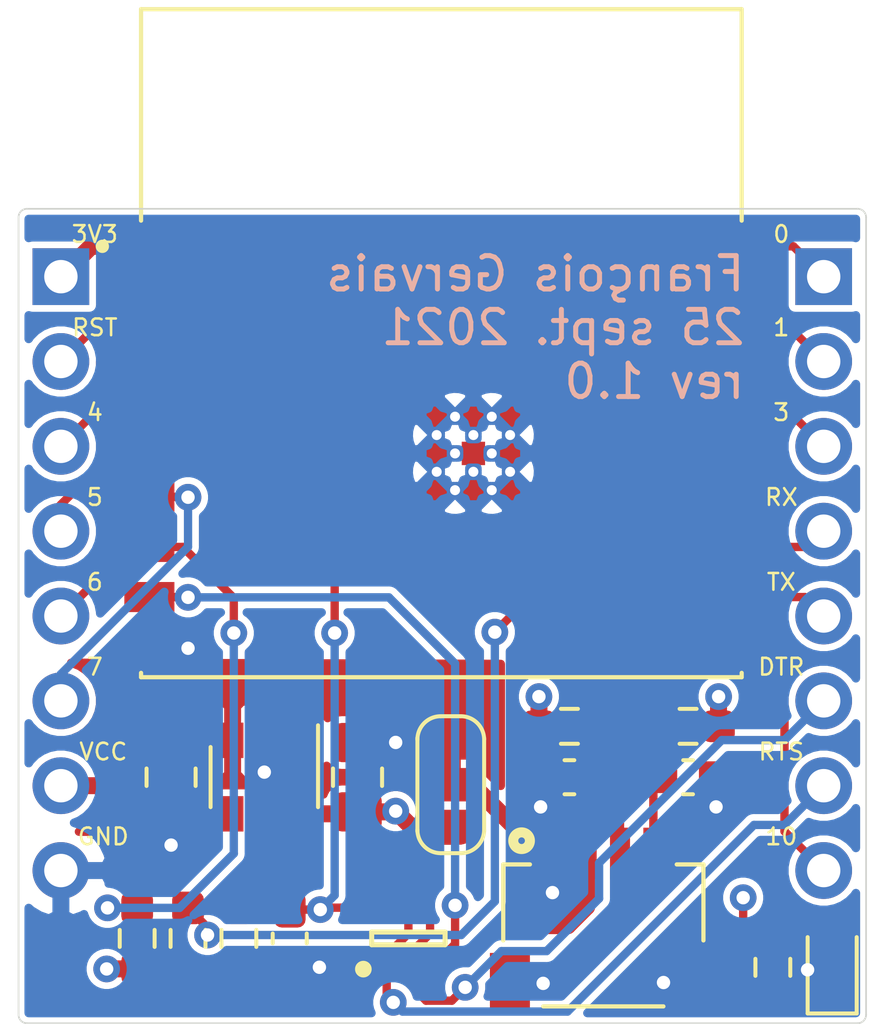
<source format=kicad_pcb>
(kicad_pcb (version 20171130) (host pcbnew 5.1.7-a382d34a8~88~ubuntu18.04.1)

  (general
    (thickness 1.6)
    (drawings 25)
    (tracks 214)
    (zones 0)
    (modules 19)
    (nets 25)
  )

  (page A4)
  (layers
    (0 F.Cu signal)
    (1 In1.Cu signal hide)
    (2 In2.Cu signal hide)
    (31 B.Cu signal)
    (32 B.Adhes user)
    (33 F.Adhes user)
    (34 B.Paste user)
    (35 F.Paste user)
    (36 B.SilkS user)
    (37 F.SilkS user)
    (38 B.Mask user)
    (39 F.Mask user)
    (40 Dwgs.User user)
    (41 Cmts.User user)
    (42 Eco1.User user)
    (43 Eco2.User user)
    (44 Edge.Cuts user)
    (45 Margin user)
    (46 B.CrtYd user hide)
    (47 F.CrtYd user hide)
    (48 B.Fab user hide)
    (49 F.Fab user hide)
  )

  (setup
    (last_trace_width 0.25)
    (user_trace_width 0.1524)
    (user_trace_width 0.508)
    (user_trace_width 0.762)
    (trace_clearance 0.2)
    (zone_clearance 0.1524)
    (zone_45_only no)
    (trace_min 0.1524)
    (via_size 0.8)
    (via_drill 0.4)
    (via_min_size 0.4)
    (via_min_drill 0.254)
    (user_via 0.508 0.254)
    (uvia_size 0.3)
    (uvia_drill 0.1)
    (uvias_allowed no)
    (uvia_min_size 0.2)
    (uvia_min_drill 0.1)
    (edge_width 0.05)
    (segment_width 0.2)
    (pcb_text_width 0.3)
    (pcb_text_size 1.5 1.5)
    (mod_edge_width 0.12)
    (mod_text_size 1 1)
    (mod_text_width 0.15)
    (pad_size 1.524 1.524)
    (pad_drill 0.762)
    (pad_to_mask_clearance 0)
    (aux_axis_origin 0 0)
    (grid_origin 38.608 35.814)
    (visible_elements FFFFFF7F)
    (pcbplotparams
      (layerselection 0x010fc_ffffffff)
      (usegerberextensions false)
      (usegerberattributes true)
      (usegerberadvancedattributes true)
      (creategerberjobfile true)
      (excludeedgelayer true)
      (linewidth 0.100000)
      (plotframeref false)
      (viasonmask false)
      (mode 1)
      (useauxorigin false)
      (hpglpennumber 1)
      (hpglpenspeed 20)
      (hpglpendiameter 15.000000)
      (psnegative false)
      (psa4output false)
      (plotreference true)
      (plotvalue true)
      (plotinvisibletext false)
      (padsonsilk false)
      (subtractmaskfromsilk false)
      (outputformat 1)
      (mirror false)
      (drillshape 1)
      (scaleselection 1)
      (outputdirectory ""))
  )

  (net 0 "")
  (net 1 GND)
  (net 2 +3V3)
  (net 3 /RESET)
  (net 4 /TX)
  (net 5 /RX)
  (net 6 /GPIO5)
  (net 7 /GPIO4)
  (net 8 /GPIO0)
  (net 9 /DTR)
  (net 10 /RTS)
  (net 11 "Net-(U1-Pad4)")
  (net 12 /GPIO2)
  (net 13 VCC)
  (net 14 "Net-(J1-Pad2)")
  (net 15 /GPIO6)
  (net 16 /GPIO3)
  (net 17 /GPIO1)
  (net 18 /GPIO10)
  (net 19 /GPIO7)
  (net 20 /GPIO9)
  (net 21 /GPIO8)
  (net 22 "Net-(D1-Pad2)")
  (net 23 /USB_D-)
  (net 24 /USB_D+)

  (net_class Default "This is the default net class."
    (clearance 0.2)
    (trace_width 0.25)
    (via_dia 0.8)
    (via_drill 0.4)
    (uvia_dia 0.3)
    (uvia_drill 0.1)
    (add_net +3V3)
    (add_net /DTR)
    (add_net /GPIO0)
    (add_net /GPIO1)
    (add_net /GPIO10)
    (add_net /GPIO2)
    (add_net /GPIO3)
    (add_net /GPIO4)
    (add_net /GPIO5)
    (add_net /GPIO6)
    (add_net /GPIO7)
    (add_net /GPIO8)
    (add_net /GPIO9)
    (add_net /RESET)
    (add_net /RTS)
    (add_net /RX)
    (add_net /TX)
    (add_net /USB_D+)
    (add_net /USB_D-)
    (add_net GND)
    (add_net "Net-(D1-Pad2)")
    (add_net "Net-(J1-Pad2)")
    (add_net "Net-(U1-Pad4)")
    (add_net VCC)
  )

  (module Jumper:SolderJumper-3_P1.3mm_Bridged12_RoundedPad1.0x1.5mm (layer F.Cu) (tedit 614F4F1A) (tstamp 614F30E3)
    (at 50.292 51.024 270)
    (descr "SMD Solder 3-pad Jumper, 1x1.5mm rounded Pads, 0.3mm gap, pads 1-2 bridged with 1 copper strip")
    (tags "solder jumper open")
    (path /617A1A5E)
    (attr virtual)
    (fp_text reference JP1 (at 0 -1.8 270) (layer F.Fab)
      (effects (font (size 1 1) (thickness 0.15)))
    )
    (fp_text value SolderJumper_3_Bridged12 (at 0 1.9 270) (layer F.Fab)
      (effects (font (size 1 1) (thickness 0.15)))
    )
    (fp_arc (start -1.35 -0.3) (end -1.35 -1) (angle -90) (layer F.SilkS) (width 0.12))
    (fp_arc (start -1.35 0.3) (end -2.05 0.3) (angle -90) (layer F.SilkS) (width 0.12))
    (fp_arc (start 1.35 0.3) (end 1.35 1) (angle -90) (layer F.SilkS) (width 0.12))
    (fp_arc (start 1.35 -0.3) (end 2.05 -0.3) (angle -90) (layer F.SilkS) (width 0.12))
    (fp_line (start -1.2 1.2) (end -0.9 1.5) (layer F.Fab) (width 0.12))
    (fp_line (start -1.5 1.5) (end -0.9 1.5) (layer F.Fab) (width 0.12))
    (fp_line (start -1.2 1.2) (end -1.5 1.5) (layer F.Fab) (width 0.12))
    (fp_line (start -2.05 0.3) (end -2.05 -0.3) (layer F.SilkS) (width 0.12))
    (fp_line (start 1.4 1) (end -1.4 1) (layer F.SilkS) (width 0.12))
    (fp_line (start 2.05 -0.3) (end 2.05 0.3) (layer F.SilkS) (width 0.12))
    (fp_line (start -1.4 -1) (end 1.4 -1) (layer F.SilkS) (width 0.12))
    (fp_line (start -2.3 -1.25) (end 2.3 -1.25) (layer F.CrtYd) (width 0.05))
    (fp_line (start -2.3 -1.25) (end -2.3 1.25) (layer F.CrtYd) (width 0.05))
    (fp_line (start 2.3 1.25) (end 2.3 -1.25) (layer F.CrtYd) (width 0.05))
    (fp_line (start 2.3 1.25) (end -2.3 1.25) (layer F.CrtYd) (width 0.05))
    (fp_poly (pts (xy -0.9 -0.3) (xy -0.4 -0.3) (xy -0.4 0.3) (xy -0.9 0.3)) (layer F.Cu) (width 0))
    (pad 1 smd custom (at -1.3 0 270) (size 1 0.5) (layers F.Cu F.Mask)
      (net 13 VCC) (zone_connect 2)
      (options (clearance outline) (anchor rect))
      (primitives
        (gr_circle (center 0 0.25) (end 0.5 0.25) (width 0))
        (gr_circle (center 0 -0.25) (end 0.5 -0.25) (width 0))
        (gr_poly (pts
           (xy 0.55 -0.75) (xy 0 -0.75) (xy 0 0.75) (xy 0.55 0.75)) (width 0))
      ))
    (pad 2 smd rect (at 0 0 270) (size 1 1.5) (layers F.Cu F.Mask)
      (net 14 "Net-(J1-Pad2)"))
    (pad 3 smd custom (at 1.3 0 270) (size 1 0.5) (layers F.Cu F.Mask)
      (net 2 +3V3) (zone_connect 2)
      (options (clearance outline) (anchor rect))
      (primitives
        (gr_circle (center 0 0.25) (end 0.5 0.25) (width 0))
        (gr_circle (center 0 -0.25) (end 0.5 -0.25) (width 0))
        (gr_poly (pts
           (xy -0.55 -0.75) (xy 0 -0.75) (xy 0 0.75) (xy -0.55 0.75)) (width 0))
      ))
  )

  (module Resistor_SMD:R_0603_1608Metric_Pad0.98x0.95mm_HandSolder (layer F.Cu) (tedit 5F68FEEE) (tstamp 614F91D2)
    (at 59.944 56.4915 90)
    (descr "Resistor SMD 0603 (1608 Metric), square (rectangular) end terminal, IPC_7351 nominal with elongated pad for handsoldering. (Body size source: IPC-SM-782 page 72, https://www.pcb-3d.com/wordpress/wp-content/uploads/ipc-sm-782a_amendment_1_and_2.pdf), generated with kicad-footprint-generator")
    (tags "resistor handsolder")
    (path /61D14DB6)
    (attr smd)
    (fp_text reference R6 (at 0 -1.43 90) (layer F.Fab)
      (effects (font (size 1 1) (thickness 0.15)))
    )
    (fp_text value 10k (at 0 1.43 90) (layer F.Fab)
      (effects (font (size 1 1) (thickness 0.15)))
    )
    (fp_text user %R (at 0 0 90) (layer F.Fab)
      (effects (font (size 0.4 0.4) (thickness 0.06)))
    )
    (fp_line (start -0.8 0.4125) (end -0.8 -0.4125) (layer F.Fab) (width 0.1))
    (fp_line (start -0.8 -0.4125) (end 0.8 -0.4125) (layer F.Fab) (width 0.1))
    (fp_line (start 0.8 -0.4125) (end 0.8 0.4125) (layer F.Fab) (width 0.1))
    (fp_line (start 0.8 0.4125) (end -0.8 0.4125) (layer F.Fab) (width 0.1))
    (fp_line (start -0.254724 -0.5225) (end 0.254724 -0.5225) (layer F.SilkS) (width 0.12))
    (fp_line (start -0.254724 0.5225) (end 0.254724 0.5225) (layer F.SilkS) (width 0.12))
    (fp_line (start -1.65 0.73) (end -1.65 -0.73) (layer F.CrtYd) (width 0.05))
    (fp_line (start -1.65 -0.73) (end 1.65 -0.73) (layer F.CrtYd) (width 0.05))
    (fp_line (start 1.65 -0.73) (end 1.65 0.73) (layer F.CrtYd) (width 0.05))
    (fp_line (start 1.65 0.73) (end -1.65 0.73) (layer F.CrtYd) (width 0.05))
    (pad 2 smd roundrect (at 0.9125 0 90) (size 0.975 0.95) (layers F.Cu F.Paste F.Mask) (roundrect_rratio 0.25)
      (net 22 "Net-(D1-Pad2)"))
    (pad 1 smd roundrect (at -0.9125 0 90) (size 0.975 0.95) (layers F.Cu F.Paste F.Mask) (roundrect_rratio 0.25)
      (net 2 +3V3))
    (model ${KISYS3DMOD}/Resistor_SMD.3dshapes/R_0603_1608Metric.wrl
      (at (xyz 0 0 0))
      (scale (xyz 1 1 1))
      (rotate (xyz 0 0 0))
    )
  )

  (module LED_SMD:LED_0603_1608Metric (layer F.Cu) (tedit 5F68FEF1) (tstamp 614F8DEF)
    (at 61.722 56.388 90)
    (descr "LED SMD 0603 (1608 Metric), square (rectangular) end terminal, IPC_7351 nominal, (Body size source: http://www.tortai-tech.com/upload/download/2011102023233369053.pdf), generated with kicad-footprint-generator")
    (tags LED)
    (path /61D16815)
    (attr smd)
    (fp_text reference D1 (at 0 -1.43 90) (layer F.Fab)
      (effects (font (size 1 1) (thickness 0.15)))
    )
    (fp_text value LED (at 0 1.43 90) (layer F.Fab)
      (effects (font (size 1 1) (thickness 0.15)))
    )
    (fp_text user %R (at 0 0 90) (layer F.Fab)
      (effects (font (size 0.4 0.4) (thickness 0.06)))
    )
    (fp_line (start 0.8 -0.4) (end -0.5 -0.4) (layer F.Fab) (width 0.1))
    (fp_line (start -0.5 -0.4) (end -0.8 -0.1) (layer F.Fab) (width 0.1))
    (fp_line (start -0.8 -0.1) (end -0.8 0.4) (layer F.Fab) (width 0.1))
    (fp_line (start -0.8 0.4) (end 0.8 0.4) (layer F.Fab) (width 0.1))
    (fp_line (start 0.8 0.4) (end 0.8 -0.4) (layer F.Fab) (width 0.1))
    (fp_line (start 0.8 -0.735) (end -1.485 -0.735) (layer F.SilkS) (width 0.12))
    (fp_line (start -1.485 -0.735) (end -1.485 0.735) (layer F.SilkS) (width 0.12))
    (fp_line (start -1.485 0.735) (end 0.8 0.735) (layer F.SilkS) (width 0.12))
    (fp_line (start -1.48 0.73) (end -1.48 -0.73) (layer F.CrtYd) (width 0.05))
    (fp_line (start -1.48 -0.73) (end 1.48 -0.73) (layer F.CrtYd) (width 0.05))
    (fp_line (start 1.48 -0.73) (end 1.48 0.73) (layer F.CrtYd) (width 0.05))
    (fp_line (start 1.48 0.73) (end -1.48 0.73) (layer F.CrtYd) (width 0.05))
    (pad 2 smd roundrect (at 0.7875 0 90) (size 0.875 0.95) (layers F.Cu F.Paste F.Mask) (roundrect_rratio 0.25)
      (net 22 "Net-(D1-Pad2)"))
    (pad 1 smd roundrect (at -0.7875 0 90) (size 0.875 0.95) (layers F.Cu F.Paste F.Mask) (roundrect_rratio 0.25)
      (net 1 GND))
    (model ${KISYS3DMOD}/LED_SMD.3dshapes/LED_0603_1608Metric.wrl
      (at (xyz 0 0 0))
      (scale (xyz 1 1 1))
      (rotate (xyz 0 0 0))
    )
  )

  (module ESP32-C3-WROOM-02-H4:MODULE_ESP32-C3-WROOM-02-H4 (layer F.Cu) (tedit 614F3799) (tstamp 614F31B9)
    (at 50.01 37.806)
    (path /614EDFBC)
    (fp_text reference U2 (at -6.575 -11.085) (layer F.Fab)
      (effects (font (size 1 1) (thickness 0.15)))
    )
    (fp_text value ESP32-C3-WROOM-02-H4 (at 7.395 11.085) (layer F.Fab)
      (effects (font (size 1 1) (thickness 0.15)))
    )
    (fp_line (start -9 -10) (end -9 -4) (layer F.Fab) (width 0.127))
    (fp_line (start -9 -4) (end -9 10) (layer F.Fab) (width 0.127))
    (fp_line (start -9 10) (end 9 10) (layer F.Fab) (width 0.127))
    (fp_line (start 9 10) (end 9 -4) (layer F.Fab) (width 0.127))
    (fp_line (start 9 -4) (end 9 -10) (layer F.Fab) (width 0.127))
    (fp_line (start 9 -10) (end -9 -10) (layer F.Fab) (width 0.127))
    (fp_line (start 9 -4) (end -9 -4) (layer F.Fab) (width 0.127))
    (fp_line (start -9 10) (end -9 9.87) (layer F.SilkS) (width 0.127))
    (fp_line (start 9 10) (end 9 9.87) (layer F.SilkS) (width 0.127))
    (fp_line (start -9 -10) (end -9 -3.67) (layer F.SilkS) (width 0.127))
    (fp_line (start -9 10) (end 9 10) (layer F.SilkS) (width 0.127))
    (fp_line (start 9 -3.67) (end 9 -10) (layer F.SilkS) (width 0.127))
    (fp_line (start 9 -10) (end -9 -10) (layer F.SilkS) (width 0.127))
    (fp_line (start -9.75 -10.25) (end -9.75 10.25) (layer F.CrtYd) (width 0.05))
    (fp_line (start -9.75 10.25) (end 9.75 10.25) (layer F.CrtYd) (width 0.05))
    (fp_line (start 9.75 10.25) (end 9.75 -10.25) (layer F.CrtYd) (width 0.05))
    (fp_line (start 9.75 -10.25) (end -9.75 -10.25) (layer F.CrtYd) (width 0.05))
    (fp_circle (center -10.16 -2.9) (end -10.06 -2.9) (layer F.SilkS) (width 0.2))
    (fp_circle (center -10.16 -2.9) (end -10.06 -2.9) (layer F.Fab) (width 0.2))
    (fp_poly (pts (xy -9 -10) (xy 9 -10) (xy 9 -4) (xy -9 -4)) (layer Dwgs.User) (width 0.01))
    (fp_poly (pts (xy -9 -10) (xy 9 -10) (xy 9 -4) (xy -9 -4)) (layer Dwgs.User) (width 0.01))
    (fp_poly (pts (xy -9 -10) (xy 9 -10) (xy 9 -4) (xy -9 -4)) (layer Dwgs.User) (width 0.01))
    (pad 35 thru_hole circle (at -0.14 3.85) (size 0.4 0.4) (drill 0.3) (layers *.Cu)
      (net 1 GND))
    (pad 36 thru_hole circle (at 0.96 3.85) (size 0.4 0.4) (drill 0.3) (layers *.Cu)
      (net 1 GND))
    (pad 38 thru_hole circle (at 0.41 4.4) (size 0.4 0.4) (drill 0.3) (layers *.Cu)
      (net 1 GND))
    (pad 39 thru_hole circle (at 1.51 4.4) (size 0.4 0.4) (drill 0.3) (layers *.Cu)
      (net 1 GND))
    (pad 33 thru_hole circle (at 0.41 3.3) (size 0.4 0.4) (drill 0.3) (layers *.Cu)
      (net 1 GND))
    (pad 30 thru_hole circle (at -0.14 2.75) (size 0.4 0.4) (drill 0.3) (layers *.Cu)
      (net 1 GND))
    (pad 31 thru_hole circle (at 0.96 2.75) (size 0.4 0.4) (drill 0.3) (layers *.Cu)
      (net 1 GND))
    (pad 34 thru_hole circle (at 1.51 3.3) (size 0.4 0.4) (drill 0.3) (layers *.Cu)
      (net 1 GND))
    (pad 28 thru_hole circle (at 0.41 2.2) (size 0.4 0.4) (drill 0.3) (layers *.Cu)
      (net 1 GND))
    (pad 37 thru_hole circle (at 2.06 3.85) (size 0.4 0.4) (drill 0.3) (layers *.Cu)
      (net 1 GND))
    (pad 32 thru_hole circle (at 2.06 2.75) (size 0.4 0.4) (drill 0.3) (layers *.Cu)
      (net 1 GND))
    (pad 29 thru_hole circle (at 1.51 2.2) (size 0.4 0.4) (drill 0.3) (layers *.Cu)
      (net 1 GND))
    (pad 25 smd rect (at -0.14 4.4) (size 0.7 0.7) (layers F.Cu F.Paste F.Mask)
      (net 1 GND))
    (pad 26 smd rect (at 0.96 4.4) (size 0.7 0.7) (layers F.Cu F.Paste F.Mask)
      (net 1 GND))
    (pad 27 smd rect (at 2.06 4.4) (size 0.7 0.7) (layers F.Cu F.Paste F.Mask)
      (net 1 GND))
    (pad 21 smd rect (at 2.06 2.2) (size 0.7 0.7) (layers F.Cu F.Paste F.Mask)
      (net 1 GND))
    (pad 20 smd rect (at 0.96 2.2) (size 0.7 0.7) (layers F.Cu F.Paste F.Mask)
      (net 1 GND))
    (pad 19 smd rect (at -0.14 2.2) (size 0.7 0.7) (layers F.Cu F.Paste F.Mask)
      (net 1 GND))
    (pad 22 smd rect (at -0.14 3.3) (size 0.7 0.7) (layers F.Cu F.Paste F.Mask)
      (net 1 GND))
    (pad 24 smd rect (at 2.06 3.3) (size 0.7 0.7) (layers F.Cu F.Paste F.Mask)
      (net 1 GND))
    (pad 23 smd rect (at 0.96 3.3) (size 0.7 0.7) (layers F.Cu F.Paste F.Mask)
      (net 1 GND))
    (pad 18 smd rect (at 8.75 -2.9) (size 1.5 0.9) (layers F.Cu F.Paste F.Mask)
      (net 8 /GPIO0))
    (pad 17 smd rect (at 8.75 -1.4) (size 1.5 0.9) (layers F.Cu F.Paste F.Mask)
      (net 17 /GPIO1))
    (pad 16 smd rect (at 8.75 0.1) (size 1.5 0.9) (layers F.Cu F.Paste F.Mask)
      (net 12 /GPIO2))
    (pad 15 smd rect (at 8.75 1.6) (size 1.5 0.9) (layers F.Cu F.Paste F.Mask)
      (net 16 /GPIO3))
    (pad 14 smd rect (at 8.75 3.1) (size 1.5 0.9) (layers F.Cu F.Paste F.Mask)
      (net 24 /USB_D+))
    (pad 13 smd rect (at 8.75 4.6) (size 1.5 0.9) (layers F.Cu F.Paste F.Mask)
      (net 23 /USB_D-))
    (pad 12 smd rect (at 8.75 6.1) (size 1.5 0.9) (layers F.Cu F.Paste F.Mask)
      (net 4 /TX))
    (pad 11 smd rect (at 8.75 7.6) (size 1.5 0.9) (layers F.Cu F.Paste F.Mask)
      (net 5 /RX))
    (pad 10 smd rect (at 8.75 9.1) (size 1.5 0.9) (layers F.Cu F.Paste F.Mask)
      (net 18 /GPIO10))
    (pad 9 smd rect (at -8.75 9.1) (size 1.5 0.9) (layers F.Cu F.Paste F.Mask)
      (net 1 GND))
    (pad 8 smd rect (at -8.75 7.6) (size 1.5 0.9) (layers F.Cu F.Paste F.Mask)
      (net 20 /GPIO9))
    (pad 7 smd rect (at -8.75 6.1) (size 1.5 0.9) (layers F.Cu F.Paste F.Mask)
      (net 21 /GPIO8))
    (pad 6 smd rect (at -8.75 4.6) (size 1.5 0.9) (layers F.Cu F.Paste F.Mask)
      (net 19 /GPIO7))
    (pad 5 smd rect (at -8.75 3.1) (size 1.5 0.9) (layers F.Cu F.Paste F.Mask)
      (net 15 /GPIO6))
    (pad 4 smd rect (at -8.75 1.6) (size 1.5 0.9) (layers F.Cu F.Paste F.Mask)
      (net 6 /GPIO5))
    (pad 3 smd rect (at -8.75 0.1) (size 1.5 0.9) (layers F.Cu F.Paste F.Mask)
      (net 7 /GPIO4))
    (pad 2 smd rect (at -8.75 -1.4) (size 1.5 0.9) (layers F.Cu F.Paste F.Mask)
      (net 3 /RESET))
    (pad 1 smd rect (at -8.75 -2.9) (size 1.5 0.9) (layers F.Cu F.Paste F.Mask)
      (net 2 +3V3))
    (model ${KIPRJMOD}/kicad-library/ESP32-C3-WROOM-02-H4/ESP32-C3-WROOM-02-H4.step
      (offset (xyz -9.5 -10 0))
      (scale (xyz 1 1 1))
      (rotate (xyz 0 0 0))
    )
  )

  (module Connector_PinHeader_2.54mm:PinHeader_1x08_P2.54mm_Vertical (layer B.Cu) (tedit 614F341A) (tstamp 614F30CC)
    (at 61.468 35.814 180)
    (descr "Through hole straight pin header, 1x08, 2.54mm pitch, single row")
    (tags "Through hole pin header THT 1x08 2.54mm single row")
    (path /61AC5D2E)
    (fp_text reference J3 (at 0 2.33) (layer B.Fab)
      (effects (font (size 1 1) (thickness 0.15)) (justify mirror))
    )
    (fp_text value Conn_01x08_Male (at 0 -20.11) (layer B.Fab)
      (effects (font (size 1 1) (thickness 0.15)) (justify mirror))
    )
    (fp_text user %R (at 0 -8.89 270) (layer B.Fab)
      (effects (font (size 1 1) (thickness 0.15)) (justify mirror))
    )
    (fp_line (start -0.635 1.27) (end 1.27 1.27) (layer B.Fab) (width 0.1))
    (fp_line (start 1.27 1.27) (end 1.27 -19.05) (layer B.Fab) (width 0.1))
    (fp_line (start 1.27 -19.05) (end -1.27 -19.05) (layer B.Fab) (width 0.1))
    (fp_line (start -1.27 -19.05) (end -1.27 0.635) (layer B.Fab) (width 0.1))
    (fp_line (start -1.27 0.635) (end -0.635 1.27) (layer B.Fab) (width 0.1))
    (fp_line (start -1.8 1.8) (end -1.8 -19.55) (layer B.CrtYd) (width 0.05))
    (fp_line (start -1.8 -19.55) (end 1.8 -19.55) (layer B.CrtYd) (width 0.05))
    (fp_line (start 1.8 -19.55) (end 1.8 1.8) (layer B.CrtYd) (width 0.05))
    (fp_line (start 1.8 1.8) (end -1.8 1.8) (layer B.CrtYd) (width 0.05))
    (pad 8 thru_hole oval (at 0 -17.78 180) (size 1.7 1.7) (drill 1) (layers *.Cu *.Mask)
      (net 18 /GPIO10))
    (pad 7 thru_hole oval (at 0 -15.24 180) (size 1.7 1.7) (drill 1) (layers *.Cu *.Mask)
      (net 10 /RTS))
    (pad 6 thru_hole oval (at 0 -12.7 180) (size 1.7 1.7) (drill 1) (layers *.Cu *.Mask)
      (net 9 /DTR))
    (pad 5 thru_hole oval (at 0 -10.16 180) (size 1.7 1.7) (drill 1) (layers *.Cu *.Mask)
      (net 5 /RX))
    (pad 4 thru_hole oval (at 0 -7.62 180) (size 1.7 1.7) (drill 1) (layers *.Cu *.Mask)
      (net 4 /TX))
    (pad 3 thru_hole oval (at 0 -5.08 180) (size 1.7 1.7) (drill 1) (layers *.Cu *.Mask)
      (net 16 /GPIO3))
    (pad 2 thru_hole oval (at 0 -2.54 180) (size 1.7 1.7) (drill 1) (layers *.Cu *.Mask)
      (net 17 /GPIO1))
    (pad 1 thru_hole rect (at 0 0 180) (size 1.7 1.7) (drill 1) (layers *.Cu *.Mask)
      (net 8 /GPIO0))
    (model ${KISYS3DMOD}/Connector_PinHeader_2.54mm.3dshapes/PinHeader_1x08_P2.54mm_Vertical.wrl
      (at (xyz 0 0 0))
      (scale (xyz 1 1 1))
      (rotate (xyz 0 0 0))
    )
  )

  (module Connector_PinHeader_2.54mm:PinHeader_1x08_P2.54mm_Vertical (layer B.Cu) (tedit 614F33F8) (tstamp 614F30AE)
    (at 38.608 35.814 180)
    (descr "Through hole straight pin header, 1x08, 2.54mm pitch, single row")
    (tags "Through hole pin header THT 1x08 2.54mm single row")
    (path /61A53595)
    (fp_text reference J2 (at 0 2.33) (layer B.Fab)
      (effects (font (size 1 1) (thickness 0.15)) (justify mirror))
    )
    (fp_text value Conn_01x08_Male (at 0 -20.11) (layer B.Fab)
      (effects (font (size 1 1) (thickness 0.15)) (justify mirror))
    )
    (fp_text user %R (at 0 -8.89 270) (layer B.Fab)
      (effects (font (size 1 1) (thickness 0.15)) (justify mirror))
    )
    (fp_line (start -0.635 1.27) (end 1.27 1.27) (layer B.Fab) (width 0.1))
    (fp_line (start 1.27 1.27) (end 1.27 -19.05) (layer B.Fab) (width 0.1))
    (fp_line (start 1.27 -19.05) (end -1.27 -19.05) (layer B.Fab) (width 0.1))
    (fp_line (start -1.27 -19.05) (end -1.27 0.635) (layer B.Fab) (width 0.1))
    (fp_line (start -1.27 0.635) (end -0.635 1.27) (layer B.Fab) (width 0.1))
    (fp_line (start -1.8 1.8) (end -1.8 -19.55) (layer B.CrtYd) (width 0.05))
    (fp_line (start -1.8 -19.55) (end 1.8 -19.55) (layer B.CrtYd) (width 0.05))
    (fp_line (start 1.8 -19.55) (end 1.8 1.8) (layer B.CrtYd) (width 0.05))
    (fp_line (start 1.8 1.8) (end -1.8 1.8) (layer B.CrtYd) (width 0.05))
    (pad 8 thru_hole oval (at 0 -17.78 180) (size 1.7 1.7) (drill 1) (layers *.Cu *.Mask)
      (net 1 GND))
    (pad 7 thru_hole oval (at 0 -15.24 180) (size 1.7 1.7) (drill 1) (layers *.Cu *.Mask)
      (net 13 VCC))
    (pad 6 thru_hole oval (at 0 -12.7 180) (size 1.7 1.7) (drill 1) (layers *.Cu *.Mask)
      (net 19 /GPIO7))
    (pad 5 thru_hole oval (at 0 -10.16 180) (size 1.7 1.7) (drill 1) (layers *.Cu *.Mask)
      (net 15 /GPIO6))
    (pad 4 thru_hole oval (at 0 -7.62 180) (size 1.7 1.7) (drill 1) (layers *.Cu *.Mask)
      (net 6 /GPIO5))
    (pad 3 thru_hole oval (at 0 -5.08 180) (size 1.7 1.7) (drill 1) (layers *.Cu *.Mask)
      (net 7 /GPIO4))
    (pad 2 thru_hole oval (at 0 -2.54 180) (size 1.7 1.7) (drill 1) (layers *.Cu *.Mask)
      (net 3 /RESET))
    (pad 1 thru_hole rect (at 0 0 180) (size 1.7 1.7) (drill 1) (layers *.Cu *.Mask)
      (net 2 +3V3))
    (model ${KISYS3DMOD}/Connector_PinHeader_2.54mm.3dshapes/PinHeader_1x08_P2.54mm_Vertical.wrl
      (at (xyz 0 0 0))
      (scale (xyz 1 1 1))
      (rotate (xyz 0 0 0))
    )
  )

  (module Package_TO_SOT_SMD:SOT-23-5 (layer F.Cu) (tedit 5A02FF57) (tstamp 614F5B7C)
    (at 44.704 50.796 270)
    (descr "5-pin SOT23 package")
    (tags SOT-23-5)
    (path /5FE8C427)
    (attr smd)
    (fp_text reference U1 (at 0 -2.9 90) (layer F.Fab)
      (effects (font (size 1 1) (thickness 0.15)))
    )
    (fp_text value XC6220B331MR (at 0 2.9 90) (layer F.Fab)
      (effects (font (size 1 1) (thickness 0.15)))
    )
    (fp_text user %R (at 0 0) (layer F.Fab)
      (effects (font (size 0.5 0.5) (thickness 0.075)))
    )
    (fp_line (start -0.9 1.61) (end 0.9 1.61) (layer F.SilkS) (width 0.12))
    (fp_line (start 0.9 -1.61) (end -1.55 -1.61) (layer F.SilkS) (width 0.12))
    (fp_line (start -1.9 -1.8) (end 1.9 -1.8) (layer F.CrtYd) (width 0.05))
    (fp_line (start 1.9 -1.8) (end 1.9 1.8) (layer F.CrtYd) (width 0.05))
    (fp_line (start 1.9 1.8) (end -1.9 1.8) (layer F.CrtYd) (width 0.05))
    (fp_line (start -1.9 1.8) (end -1.9 -1.8) (layer F.CrtYd) (width 0.05))
    (fp_line (start -0.9 -0.9) (end -0.25 -1.55) (layer F.Fab) (width 0.1))
    (fp_line (start 0.9 -1.55) (end -0.25 -1.55) (layer F.Fab) (width 0.1))
    (fp_line (start -0.9 -0.9) (end -0.9 1.55) (layer F.Fab) (width 0.1))
    (fp_line (start 0.9 1.55) (end -0.9 1.55) (layer F.Fab) (width 0.1))
    (fp_line (start 0.9 -1.55) (end 0.9 1.55) (layer F.Fab) (width 0.1))
    (pad 5 smd rect (at 1.1 -0.95 270) (size 1.06 0.65) (layers F.Cu F.Paste F.Mask)
      (net 2 +3V3))
    (pad 4 smd rect (at 1.1 0.95 270) (size 1.06 0.65) (layers F.Cu F.Paste F.Mask)
      (net 11 "Net-(U1-Pad4)"))
    (pad 3 smd rect (at -1.1 0.95 270) (size 1.06 0.65) (layers F.Cu F.Paste F.Mask)
      (net 13 VCC))
    (pad 2 smd rect (at -1.1 0 270) (size 1.06 0.65) (layers F.Cu F.Paste F.Mask)
      (net 1 GND))
    (pad 1 smd rect (at -1.1 -0.95 270) (size 1.06 0.65) (layers F.Cu F.Paste F.Mask)
      (net 13 VCC))
    (model ${KISYS3DMOD}/Package_TO_SOT_SMD.3dshapes/SOT-23-5.wrl
      (at (xyz 0 0 0))
      (scale (xyz 1 1 1))
      (rotate (xyz 0 0 0))
    )
  )

  (module "SM04B-SRSS-TB(LF)(SN):JST_SM04B-SRSS-TB(LF)(SN)" (layer F.Cu) (tedit 6096B8DD) (tstamp 614F3090)
    (at 54.864 53.086)
    (path /6168E703)
    (fp_text reference J1 (at -0.545095 -1.767685) (layer F.Fab)
      (effects (font (size 1.001173 1.001173) (thickness 0.015)))
    )
    (fp_text value "SM04B-SRSS-TB(LF)(SN)" (at 12.17039 5.74055) (layer F.Fab)
      (effects (font (size 1.000567 1.000567) (thickness 0.015)))
    )
    (fp_circle (center -2.45 -0.385) (end -2.35 -0.385) (layer F.SilkS) (width 0.3))
    (fp_line (start -3 0.325) (end 3 0.325) (layer F.Fab) (width 0.127))
    (fp_line (start 3 0.325) (end 3 4.575) (layer F.Fab) (width 0.127))
    (fp_line (start 3 4.575) (end -3 4.575) (layer F.Fab) (width 0.127))
    (fp_line (start -3 4.575) (end -3 0.325) (layer F.Fab) (width 0.127))
    (fp_line (start -2.2 0.325) (end -3 0.325) (layer F.SilkS) (width 0.127))
    (fp_line (start -3 0.325) (end -3 2.6) (layer F.SilkS) (width 0.127))
    (fp_line (start 2.2 0.325) (end 3 0.325) (layer F.SilkS) (width 0.127))
    (fp_line (start 3 0.325) (end 3 2.6) (layer F.SilkS) (width 0.127))
    (fp_line (start -1.8 4.575) (end 1.8 4.575) (layer F.SilkS) (width 0.127))
    (fp_circle (center -2.45 -0.385) (end -2.35 -0.385) (layer F.Fab) (width 0.3))
    (fp_line (start -3.65 -1.025) (end 3.65 -1.025) (layer F.CrtYd) (width 0.05))
    (fp_line (start 3.65 -1.025) (end 3.65 5.025) (layer F.CrtYd) (width 0.05))
    (fp_line (start 3.65 5.025) (end -3.65 5.025) (layer F.CrtYd) (width 0.05))
    (fp_line (start -3.65 5.025) (end -3.65 -1.025) (layer F.CrtYd) (width 0.05))
    (pad 4 smd rect (at 1.5 0) (size 0.6 1.55) (layers F.Cu F.Paste F.Mask)
      (net 23 /USB_D-))
    (pad 3 smd rect (at 0.5 0) (size 0.6 1.55) (layers F.Cu F.Paste F.Mask)
      (net 24 /USB_D+))
    (pad 2 smd rect (at -0.5 0) (size 0.6 1.55) (layers F.Cu F.Paste F.Mask)
      (net 14 "Net-(J1-Pad2)"))
    (pad 1 smd rect (at -1.5 0) (size 0.6 1.55) (layers F.Cu F.Paste F.Mask)
      (net 1 GND))
    (pad S1 smd rect (at -2.8 3.875) (size 1.2 1.8) (layers F.Cu F.Paste F.Mask)
      (net 1 GND))
    (pad S2 smd rect (at 2.8 3.875) (size 1.2 1.8) (layers F.Cu F.Paste F.Mask)
      (net 1 GND))
    (model "${KIPRJMOD}/kicad-library/SM04B-SRSS-TB(LF)(SN)/SM04B-SRSS-TB_LF__SN_.step"
      (offset (xyz 0 -0.5 -0.3))
      (scale (xyz 1 1 1))
      (rotate (xyz -90 0 0))
    )
  )

  (module Capacitor_SMD:C_0805_2012Metric_Pad1.18x1.45mm_HandSolder (layer F.Cu) (tedit 5F68FEEF) (tstamp 614F59A9)
    (at 47.498 50.8 90)
    (descr "Capacitor SMD 0805 (2012 Metric), square (rectangular) end terminal, IPC_7351 nominal with elongated pad for handsoldering. (Body size source: IPC-SM-782 page 76, https://www.pcb-3d.com/wordpress/wp-content/uploads/ipc-sm-782a_amendment_1_and_2.pdf, https://docs.google.com/spreadsheets/d/1BsfQQcO9C6DZCsRaXUlFlo91Tg2WpOkGARC1WS5S8t0/edit?usp=sharing), generated with kicad-footprint-generator")
    (tags "capacitor handsolder")
    (path /5FFB2B3F)
    (attr smd)
    (fp_text reference C4 (at 0 -1.68 90) (layer F.Fab)
      (effects (font (size 1 1) (thickness 0.15)))
    )
    (fp_text value 10uF (at 0 1.68 90) (layer F.Fab)
      (effects (font (size 1 1) (thickness 0.15)))
    )
    (fp_text user %R (at 0 0 90) (layer F.Fab)
      (effects (font (size 0.5 0.5) (thickness 0.08)))
    )
    (fp_line (start -1 0.625) (end -1 -0.625) (layer F.Fab) (width 0.1))
    (fp_line (start -1 -0.625) (end 1 -0.625) (layer F.Fab) (width 0.1))
    (fp_line (start 1 -0.625) (end 1 0.625) (layer F.Fab) (width 0.1))
    (fp_line (start 1 0.625) (end -1 0.625) (layer F.Fab) (width 0.1))
    (fp_line (start -0.261252 -0.735) (end 0.261252 -0.735) (layer F.SilkS) (width 0.12))
    (fp_line (start -0.261252 0.735) (end 0.261252 0.735) (layer F.SilkS) (width 0.12))
    (fp_line (start -1.88 0.98) (end -1.88 -0.98) (layer F.CrtYd) (width 0.05))
    (fp_line (start -1.88 -0.98) (end 1.88 -0.98) (layer F.CrtYd) (width 0.05))
    (fp_line (start 1.88 -0.98) (end 1.88 0.98) (layer F.CrtYd) (width 0.05))
    (fp_line (start 1.88 0.98) (end -1.88 0.98) (layer F.CrtYd) (width 0.05))
    (pad 2 smd roundrect (at 1.0375 0 90) (size 1.175 1.45) (layers F.Cu F.Paste F.Mask) (roundrect_rratio 0.212766)
      (net 1 GND))
    (pad 1 smd roundrect (at -1.0375 0 90) (size 1.175 1.45) (layers F.Cu F.Paste F.Mask) (roundrect_rratio 0.212766)
      (net 2 +3V3))
    (model ${KISYS3DMOD}/Capacitor_SMD.3dshapes/C_0805_2012Metric.wrl
      (at (xyz 0 0 0))
      (scale (xyz 1 1 1))
      (rotate (xyz 0 0 0))
    )
  )

  (module Capacitor_SMD:C_0805_2012Metric_Pad1.18x1.45mm_HandSolder (layer F.Cu) (tedit 5F68FEEF) (tstamp 614F5958)
    (at 41.91 50.8 270)
    (descr "Capacitor SMD 0805 (2012 Metric), square (rectangular) end terminal, IPC_7351 nominal with elongated pad for handsoldering. (Body size source: IPC-SM-782 page 76, https://www.pcb-3d.com/wordpress/wp-content/uploads/ipc-sm-782a_amendment_1_and_2.pdf, https://docs.google.com/spreadsheets/d/1BsfQQcO9C6DZCsRaXUlFlo91Tg2WpOkGARC1WS5S8t0/edit?usp=sharing), generated with kicad-footprint-generator")
    (tags "capacitor handsolder")
    (path /5FFB1EE5)
    (attr smd)
    (fp_text reference C1 (at 0 -1.68 90) (layer F.Fab)
      (effects (font (size 1 1) (thickness 0.15)))
    )
    (fp_text value 10uF (at 0 1.68 90) (layer F.Fab)
      (effects (font (size 1 1) (thickness 0.15)))
    )
    (fp_text user %R (at 0 0 90) (layer F.Fab)
      (effects (font (size 0.5 0.5) (thickness 0.08)))
    )
    (fp_line (start -1 0.625) (end -1 -0.625) (layer F.Fab) (width 0.1))
    (fp_line (start -1 -0.625) (end 1 -0.625) (layer F.Fab) (width 0.1))
    (fp_line (start 1 -0.625) (end 1 0.625) (layer F.Fab) (width 0.1))
    (fp_line (start 1 0.625) (end -1 0.625) (layer F.Fab) (width 0.1))
    (fp_line (start -0.261252 -0.735) (end 0.261252 -0.735) (layer F.SilkS) (width 0.12))
    (fp_line (start -0.261252 0.735) (end 0.261252 0.735) (layer F.SilkS) (width 0.12))
    (fp_line (start -1.88 0.98) (end -1.88 -0.98) (layer F.CrtYd) (width 0.05))
    (fp_line (start -1.88 -0.98) (end 1.88 -0.98) (layer F.CrtYd) (width 0.05))
    (fp_line (start 1.88 -0.98) (end 1.88 0.98) (layer F.CrtYd) (width 0.05))
    (fp_line (start 1.88 0.98) (end -1.88 0.98) (layer F.CrtYd) (width 0.05))
    (pad 2 smd roundrect (at 1.0375 0 270) (size 1.175 1.45) (layers F.Cu F.Paste F.Mask) (roundrect_rratio 0.212766)
      (net 1 GND))
    (pad 1 smd roundrect (at -1.0375 0 270) (size 1.175 1.45) (layers F.Cu F.Paste F.Mask) (roundrect_rratio 0.212766)
      (net 13 VCC))
    (model ${KISYS3DMOD}/Capacitor_SMD.3dshapes/C_0805_2012Metric.wrl
      (at (xyz 0 0 0))
      (scale (xyz 1 1 1))
      (rotate (xyz 0 0 0))
    )
  )

  (module Resistor_SMD:R_0603_1608Metric_Pad0.98x0.95mm_HandSolder (layer F.Cu) (tedit 5F68FEEE) (tstamp 61501249)
    (at 53.848 49.276)
    (descr "Resistor SMD 0603 (1608 Metric), square (rectangular) end terminal, IPC_7351 nominal with elongated pad for handsoldering. (Body size source: IPC-SM-782 page 72, https://www.pcb-3d.com/wordpress/wp-content/uploads/ipc-sm-782a_amendment_1_and_2.pdf), generated with kicad-footprint-generator")
    (tags "resistor handsolder")
    (path /618B415D)
    (attr smd)
    (fp_text reference R5 (at 0 -1.43) (layer F.Fab)
      (effects (font (size 1 1) (thickness 0.15)))
    )
    (fp_text value 4k7 (at 0 1.43) (layer F.Fab)
      (effects (font (size 1 1) (thickness 0.15)))
    )
    (fp_text user %R (at 0 0) (layer F.Fab)
      (effects (font (size 0.4 0.4) (thickness 0.06)))
    )
    (fp_line (start -0.8 0.4125) (end -0.8 -0.4125) (layer F.Fab) (width 0.1))
    (fp_line (start -0.8 -0.4125) (end 0.8 -0.4125) (layer F.Fab) (width 0.1))
    (fp_line (start 0.8 -0.4125) (end 0.8 0.4125) (layer F.Fab) (width 0.1))
    (fp_line (start 0.8 0.4125) (end -0.8 0.4125) (layer F.Fab) (width 0.1))
    (fp_line (start -0.254724 -0.5225) (end 0.254724 -0.5225) (layer F.SilkS) (width 0.12))
    (fp_line (start -0.254724 0.5225) (end 0.254724 0.5225) (layer F.SilkS) (width 0.12))
    (fp_line (start -1.65 0.73) (end -1.65 -0.73) (layer F.CrtYd) (width 0.05))
    (fp_line (start -1.65 -0.73) (end 1.65 -0.73) (layer F.CrtYd) (width 0.05))
    (fp_line (start 1.65 -0.73) (end 1.65 0.73) (layer F.CrtYd) (width 0.05))
    (fp_line (start 1.65 0.73) (end -1.65 0.73) (layer F.CrtYd) (width 0.05))
    (pad 2 smd roundrect (at 0.9125 0) (size 0.975 0.95) (layers F.Cu F.Paste F.Mask) (roundrect_rratio 0.25)
      (net 24 /USB_D+))
    (pad 1 smd roundrect (at -0.9125 0) (size 0.975 0.95) (layers F.Cu F.Paste F.Mask) (roundrect_rratio 0.25)
      (net 2 +3V3))
    (model ${KISYS3DMOD}/Resistor_SMD.3dshapes/R_0603_1608Metric.wrl
      (at (xyz 0 0 0))
      (scale (xyz 1 1 1))
      (rotate (xyz 0 0 0))
    )
  )

  (module Resistor_SMD:R_0603_1608Metric_Pad0.98x0.95mm_HandSolder (layer F.Cu) (tedit 5F68FEEE) (tstamp 614F313F)
    (at 57.404 49.276 180)
    (descr "Resistor SMD 0603 (1608 Metric), square (rectangular) end terminal, IPC_7351 nominal with elongated pad for handsoldering. (Body size source: IPC-SM-782 page 72, https://www.pcb-3d.com/wordpress/wp-content/uploads/ipc-sm-782a_amendment_1_and_2.pdf), generated with kicad-footprint-generator")
    (tags "resistor handsolder")
    (path /618B2C08)
    (attr smd)
    (fp_text reference R4 (at 0 -1.43) (layer F.Fab)
      (effects (font (size 1 1) (thickness 0.15)))
    )
    (fp_text value 4k7 (at 0 1.43) (layer F.Fab)
      (effects (font (size 1 1) (thickness 0.15)))
    )
    (fp_text user %R (at 0 0) (layer F.Fab)
      (effects (font (size 0.4 0.4) (thickness 0.06)))
    )
    (fp_line (start -0.8 0.4125) (end -0.8 -0.4125) (layer F.Fab) (width 0.1))
    (fp_line (start -0.8 -0.4125) (end 0.8 -0.4125) (layer F.Fab) (width 0.1))
    (fp_line (start 0.8 -0.4125) (end 0.8 0.4125) (layer F.Fab) (width 0.1))
    (fp_line (start 0.8 0.4125) (end -0.8 0.4125) (layer F.Fab) (width 0.1))
    (fp_line (start -0.254724 -0.5225) (end 0.254724 -0.5225) (layer F.SilkS) (width 0.12))
    (fp_line (start -0.254724 0.5225) (end 0.254724 0.5225) (layer F.SilkS) (width 0.12))
    (fp_line (start -1.65 0.73) (end -1.65 -0.73) (layer F.CrtYd) (width 0.05))
    (fp_line (start -1.65 -0.73) (end 1.65 -0.73) (layer F.CrtYd) (width 0.05))
    (fp_line (start 1.65 -0.73) (end 1.65 0.73) (layer F.CrtYd) (width 0.05))
    (fp_line (start 1.65 0.73) (end -1.65 0.73) (layer F.CrtYd) (width 0.05))
    (pad 2 smd roundrect (at 0.9125 0 180) (size 0.975 0.95) (layers F.Cu F.Paste F.Mask) (roundrect_rratio 0.25)
      (net 23 /USB_D-))
    (pad 1 smd roundrect (at -0.9125 0 180) (size 0.975 0.95) (layers F.Cu F.Paste F.Mask) (roundrect_rratio 0.25)
      (net 2 +3V3))
    (model ${KISYS3DMOD}/Resistor_SMD.3dshapes/R_0603_1608Metric.wrl
      (at (xyz 0 0 0))
      (scale (xyz 1 1 1))
      (rotate (xyz 0 0 0))
    )
  )

  (module Resistor_SMD:R_0603_1608Metric_Pad0.98x0.95mm_HandSolder (layer F.Cu) (tedit 5F68FEEE) (tstamp 614F9AA7)
    (at 40.894 55.626 90)
    (descr "Resistor SMD 0603 (1608 Metric), square (rectangular) end terminal, IPC_7351 nominal with elongated pad for handsoldering. (Body size source: IPC-SM-782 page 72, https://www.pcb-3d.com/wordpress/wp-content/uploads/ipc-sm-782a_amendment_1_and_2.pdf), generated with kicad-footprint-generator")
    (tags "resistor handsolder")
    (path /6158A1CF)
    (attr smd)
    (fp_text reference R3 (at 0 -1.43 90) (layer F.Fab)
      (effects (font (size 1 1) (thickness 0.15)))
    )
    (fp_text value 10k (at 0 1.43 90) (layer F.Fab)
      (effects (font (size 1 1) (thickness 0.15)))
    )
    (fp_text user %R (at 0 0 90) (layer F.Fab)
      (effects (font (size 0.4 0.4) (thickness 0.06)))
    )
    (fp_line (start -0.8 0.4125) (end -0.8 -0.4125) (layer F.Fab) (width 0.1))
    (fp_line (start -0.8 -0.4125) (end 0.8 -0.4125) (layer F.Fab) (width 0.1))
    (fp_line (start 0.8 -0.4125) (end 0.8 0.4125) (layer F.Fab) (width 0.1))
    (fp_line (start 0.8 0.4125) (end -0.8 0.4125) (layer F.Fab) (width 0.1))
    (fp_line (start -0.254724 -0.5225) (end 0.254724 -0.5225) (layer F.SilkS) (width 0.12))
    (fp_line (start -0.254724 0.5225) (end 0.254724 0.5225) (layer F.SilkS) (width 0.12))
    (fp_line (start -1.65 0.73) (end -1.65 -0.73) (layer F.CrtYd) (width 0.05))
    (fp_line (start -1.65 -0.73) (end 1.65 -0.73) (layer F.CrtYd) (width 0.05))
    (fp_line (start 1.65 -0.73) (end 1.65 0.73) (layer F.CrtYd) (width 0.05))
    (fp_line (start 1.65 0.73) (end -1.65 0.73) (layer F.CrtYd) (width 0.05))
    (pad 2 smd roundrect (at 0.9125 0 90) (size 0.975 0.95) (layers F.Cu F.Paste F.Mask) (roundrect_rratio 0.25)
      (net 21 /GPIO8))
    (pad 1 smd roundrect (at -0.9125 0 90) (size 0.975 0.95) (layers F.Cu F.Paste F.Mask) (roundrect_rratio 0.25)
      (net 2 +3V3))
    (model ${KISYS3DMOD}/Resistor_SMD.3dshapes/R_0603_1608Metric.wrl
      (at (xyz 0 0 0))
      (scale (xyz 1 1 1))
      (rotate (xyz 0 0 0))
    )
  )

  (module Resistor_SMD:R_0603_1608Metric_Pad0.98x0.95mm_HandSolder (layer F.Cu) (tedit 5F68FEEE) (tstamp 614F311D)
    (at 42.418 55.626 90)
    (descr "Resistor SMD 0603 (1608 Metric), square (rectangular) end terminal, IPC_7351 nominal with elongated pad for handsoldering. (Body size source: IPC-SM-782 page 72, https://www.pcb-3d.com/wordpress/wp-content/uploads/ipc-sm-782a_amendment_1_and_2.pdf), generated with kicad-footprint-generator")
    (tags "resistor handsolder")
    (path /61589A25)
    (attr smd)
    (fp_text reference R2 (at 0 -1.43 90) (layer F.Fab)
      (effects (font (size 1 1) (thickness 0.15)))
    )
    (fp_text value 10k (at 0 1.43 90) (layer F.Fab)
      (effects (font (size 1 1) (thickness 0.15)))
    )
    (fp_text user %R (at 0 0 90) (layer F.Fab)
      (effects (font (size 0.4 0.4) (thickness 0.06)))
    )
    (fp_line (start -0.8 0.4125) (end -0.8 -0.4125) (layer F.Fab) (width 0.1))
    (fp_line (start -0.8 -0.4125) (end 0.8 -0.4125) (layer F.Fab) (width 0.1))
    (fp_line (start 0.8 -0.4125) (end 0.8 0.4125) (layer F.Fab) (width 0.1))
    (fp_line (start 0.8 0.4125) (end -0.8 0.4125) (layer F.Fab) (width 0.1))
    (fp_line (start -0.254724 -0.5225) (end 0.254724 -0.5225) (layer F.SilkS) (width 0.12))
    (fp_line (start -0.254724 0.5225) (end 0.254724 0.5225) (layer F.SilkS) (width 0.12))
    (fp_line (start -1.65 0.73) (end -1.65 -0.73) (layer F.CrtYd) (width 0.05))
    (fp_line (start -1.65 -0.73) (end 1.65 -0.73) (layer F.CrtYd) (width 0.05))
    (fp_line (start 1.65 -0.73) (end 1.65 0.73) (layer F.CrtYd) (width 0.05))
    (fp_line (start 1.65 0.73) (end -1.65 0.73) (layer F.CrtYd) (width 0.05))
    (pad 2 smd roundrect (at 0.9125 0 90) (size 0.975 0.95) (layers F.Cu F.Paste F.Mask) (roundrect_rratio 0.25)
      (net 12 /GPIO2))
    (pad 1 smd roundrect (at -0.9125 0 90) (size 0.975 0.95) (layers F.Cu F.Paste F.Mask) (roundrect_rratio 0.25)
      (net 2 +3V3))
    (model ${KISYS3DMOD}/Resistor_SMD.3dshapes/R_0603_1608Metric.wrl
      (at (xyz 0 0 0))
      (scale (xyz 1 1 1))
      (rotate (xyz 0 0 0))
    )
  )

  (module Resistor_SMD:R_0603_1608Metric_Pad0.98x0.95mm_HandSolder (layer F.Cu) (tedit 5F68FEEE) (tstamp 614F310C)
    (at 43.942 55.626 90)
    (descr "Resistor SMD 0603 (1608 Metric), square (rectangular) end terminal, IPC_7351 nominal with elongated pad for handsoldering. (Body size source: IPC-SM-782 page 72, https://www.pcb-3d.com/wordpress/wp-content/uploads/ipc-sm-782a_amendment_1_and_2.pdf), generated with kicad-footprint-generator")
    (tags "resistor handsolder")
    (path /615C33BB)
    (attr smd)
    (fp_text reference R1 (at 0 -1.43 90) (layer F.Fab)
      (effects (font (size 1 1) (thickness 0.15)))
    )
    (fp_text value 10k (at 0 1.43 90) (layer F.Fab)
      (effects (font (size 1 1) (thickness 0.15)))
    )
    (fp_text user %R (at 0 0 90) (layer F.Fab)
      (effects (font (size 0.4 0.4) (thickness 0.06)))
    )
    (fp_line (start -0.8 0.4125) (end -0.8 -0.4125) (layer F.Fab) (width 0.1))
    (fp_line (start -0.8 -0.4125) (end 0.8 -0.4125) (layer F.Fab) (width 0.1))
    (fp_line (start 0.8 -0.4125) (end 0.8 0.4125) (layer F.Fab) (width 0.1))
    (fp_line (start 0.8 0.4125) (end -0.8 0.4125) (layer F.Fab) (width 0.1))
    (fp_line (start -0.254724 -0.5225) (end 0.254724 -0.5225) (layer F.SilkS) (width 0.12))
    (fp_line (start -0.254724 0.5225) (end 0.254724 0.5225) (layer F.SilkS) (width 0.12))
    (fp_line (start -1.65 0.73) (end -1.65 -0.73) (layer F.CrtYd) (width 0.05))
    (fp_line (start -1.65 -0.73) (end 1.65 -0.73) (layer F.CrtYd) (width 0.05))
    (fp_line (start 1.65 -0.73) (end 1.65 0.73) (layer F.CrtYd) (width 0.05))
    (fp_line (start 1.65 0.73) (end -1.65 0.73) (layer F.CrtYd) (width 0.05))
    (pad 2 smd roundrect (at 0.9125 0 90) (size 0.975 0.95) (layers F.Cu F.Paste F.Mask) (roundrect_rratio 0.25)
      (net 3 /RESET))
    (pad 1 smd roundrect (at -0.9125 0 90) (size 0.975 0.95) (layers F.Cu F.Paste F.Mask) (roundrect_rratio 0.25)
      (net 2 +3V3))
    (model ${KISYS3DMOD}/Resistor_SMD.3dshapes/R_0603_1608Metric.wrl
      (at (xyz 0 0 0))
      (scale (xyz 1 1 1))
      (rotate (xyz 0 0 0))
    )
  )

  (module MUN5214DW1T1G:On_Semiconductor-MUN5214DW1T1G-Manufacturer_Recommended (layer F.Cu) (tedit 5EFF8995) (tstamp 614F30FB)
    (at 49.022 55.626 90)
    (path /5FE8C204)
    (fp_text reference Q1 (at -2.35 -1.975003 90) (layer F.Fab)
      (effects (font (size 1 1) (thickness 0.15)) (justify left))
    )
    (fp_text value MUN5214DW1T1G (at 0 0 90) (layer F.Fab)
      (effects (font (size 1.27 1.27) (thickness 0.15)))
    )
    (fp_circle (center -0.920001 -1.350002) (end -0.795 -1.350002) (layer F.SilkS) (width 0.249999))
    (fp_line (start 0.19 1.099998) (end 0.19 -1.1) (layer F.SilkS) (width 0.15))
    (fp_line (start -0.19 1.099998) (end -0.19 -1.1) (layer F.SilkS) (width 0.15))
    (fp_line (start -0.19 1.099998) (end 0.19 1.099998) (layer F.SilkS) (width 0.15))
    (fp_line (start -0.19 -1.1) (end 0.19 -1.1) (layer F.SilkS) (width 0.15))
    (fp_line (start -0.625 0.999998) (end 0.625 0.999998) (layer F.Fab) (width 0.1))
    (fp_line (start -0.625 -1.000001) (end 0.625 -1.000001) (layer F.Fab) (width 0.1))
    (fp_line (start 0.625 0.999998) (end 0.625 -1.000001) (layer F.Fab) (width 0.1))
    (fp_line (start -0.625 0.999998) (end -0.625 -1.000001) (layer F.Fab) (width 0.1))
    (fp_line (start 1.275 -1.125) (end 1.275 -1.125) (layer F.CrtYd) (width 0.15))
    (fp_line (start 1.275 -1.125) (end -1.275 -1.125) (layer F.CrtYd) (width 0.15))
    (fp_line (start -1.275 -1.125) (end -1.275 1.124998) (layer F.CrtYd) (width 0.15))
    (fp_line (start -1.275 1.124998) (end 1.275 1.124998) (layer F.CrtYd) (width 0.15))
    (fp_line (start 1.275 1.124998) (end 1.275 -1.125) (layer F.CrtYd) (width 0.15))
    (pad 1 smd rect (at -0.920001 -0.650001 180) (size 0.299999 0.660001) (layers F.Cu F.Paste F.Mask)
      (net 10 /RTS))
    (pad 2 smd rect (at -0.920001 -0.000001 180) (size 0.299999 0.660001) (layers F.Cu F.Paste F.Mask)
      (net 9 /DTR))
    (pad 3 smd rect (at -0.920001 0.649999 180) (size 0.299999 0.660001) (layers F.Cu F.Paste F.Mask)
      (net 20 /GPIO9))
    (pad 4 smd rect (at 0.919998 0.649999 180) (size 0.299999 0.660001) (layers F.Cu F.Paste F.Mask)
      (net 9 /DTR))
    (pad 5 smd rect (at 0.919998 -0.000001 180) (size 0.299999 0.660001) (layers F.Cu F.Paste F.Mask)
      (net 10 /RTS))
    (pad 6 smd rect (at 0.919998 -0.650001 180) (size 0.299999 0.660001) (layers F.Cu F.Paste F.Mask)
      (net 3 /RESET))
    (model eec.models/On_Semiconductor_-_MUN5214DW1T1G.step
      (at (xyz 0 0 0))
      (scale (xyz 1 1 1))
      (rotate (xyz 0 0 0))
    )
  )

  (module Capacitor_SMD:C_0603_1608Metric_Pad1.08x0.95mm_HandSolder (layer F.Cu) (tedit 5F68FEEF) (tstamp 614F3077)
    (at 57.404 50.8)
    (descr "Capacitor SMD 0603 (1608 Metric), square (rectangular) end terminal, IPC_7351 nominal with elongated pad for handsoldering. (Body size source: IPC-SM-782 page 76, https://www.pcb-3d.com/wordpress/wp-content/uploads/ipc-sm-782a_amendment_1_and_2.pdf), generated with kicad-footprint-generator")
    (tags "capacitor handsolder")
    (path /618652C6)
    (attr smd)
    (fp_text reference C6 (at 0 -1.43) (layer F.Fab)
      (effects (font (size 1 1) (thickness 0.15)))
    )
    (fp_text value 22pF (at 0 1.43) (layer F.Fab)
      (effects (font (size 1 1) (thickness 0.15)))
    )
    (fp_text user %R (at 0 0) (layer F.Fab)
      (effects (font (size 0.4 0.4) (thickness 0.06)))
    )
    (fp_line (start -0.8 0.4) (end -0.8 -0.4) (layer F.Fab) (width 0.1))
    (fp_line (start -0.8 -0.4) (end 0.8 -0.4) (layer F.Fab) (width 0.1))
    (fp_line (start 0.8 -0.4) (end 0.8 0.4) (layer F.Fab) (width 0.1))
    (fp_line (start 0.8 0.4) (end -0.8 0.4) (layer F.Fab) (width 0.1))
    (fp_line (start -0.146267 -0.51) (end 0.146267 -0.51) (layer F.SilkS) (width 0.12))
    (fp_line (start -0.146267 0.51) (end 0.146267 0.51) (layer F.SilkS) (width 0.12))
    (fp_line (start -1.65 0.73) (end -1.65 -0.73) (layer F.CrtYd) (width 0.05))
    (fp_line (start -1.65 -0.73) (end 1.65 -0.73) (layer F.CrtYd) (width 0.05))
    (fp_line (start 1.65 -0.73) (end 1.65 0.73) (layer F.CrtYd) (width 0.05))
    (fp_line (start 1.65 0.73) (end -1.65 0.73) (layer F.CrtYd) (width 0.05))
    (pad 2 smd roundrect (at 0.8625 0) (size 1.075 0.95) (layers F.Cu F.Paste F.Mask) (roundrect_rratio 0.25)
      (net 1 GND))
    (pad 1 smd roundrect (at -0.8625 0) (size 1.075 0.95) (layers F.Cu F.Paste F.Mask) (roundrect_rratio 0.25)
      (net 23 /USB_D-))
    (model ${KISYS3DMOD}/Capacitor_SMD.3dshapes/C_0603_1608Metric.wrl
      (at (xyz 0 0 0))
      (scale (xyz 1 1 1))
      (rotate (xyz 0 0 0))
    )
  )

  (module Capacitor_SMD:C_0603_1608Metric_Pad1.08x0.95mm_HandSolder (layer F.Cu) (tedit 5F68FEEF) (tstamp 61501279)
    (at 53.848 50.8 180)
    (descr "Capacitor SMD 0603 (1608 Metric), square (rectangular) end terminal, IPC_7351 nominal with elongated pad for handsoldering. (Body size source: IPC-SM-782 page 76, https://www.pcb-3d.com/wordpress/wp-content/uploads/ipc-sm-782a_amendment_1_and_2.pdf), generated with kicad-footprint-generator")
    (tags "capacitor handsolder")
    (path /6186378A)
    (attr smd)
    (fp_text reference C5 (at 0 -1.43) (layer F.Fab)
      (effects (font (size 1 1) (thickness 0.15)))
    )
    (fp_text value 22pF (at 0 1.43) (layer F.Fab)
      (effects (font (size 1 1) (thickness 0.15)))
    )
    (fp_text user %R (at 0 0) (layer F.Fab)
      (effects (font (size 0.4 0.4) (thickness 0.06)))
    )
    (fp_line (start -0.8 0.4) (end -0.8 -0.4) (layer F.Fab) (width 0.1))
    (fp_line (start -0.8 -0.4) (end 0.8 -0.4) (layer F.Fab) (width 0.1))
    (fp_line (start 0.8 -0.4) (end 0.8 0.4) (layer F.Fab) (width 0.1))
    (fp_line (start 0.8 0.4) (end -0.8 0.4) (layer F.Fab) (width 0.1))
    (fp_line (start -0.146267 -0.51) (end 0.146267 -0.51) (layer F.SilkS) (width 0.12))
    (fp_line (start -0.146267 0.51) (end 0.146267 0.51) (layer F.SilkS) (width 0.12))
    (fp_line (start -1.65 0.73) (end -1.65 -0.73) (layer F.CrtYd) (width 0.05))
    (fp_line (start -1.65 -0.73) (end 1.65 -0.73) (layer F.CrtYd) (width 0.05))
    (fp_line (start 1.65 -0.73) (end 1.65 0.73) (layer F.CrtYd) (width 0.05))
    (fp_line (start 1.65 0.73) (end -1.65 0.73) (layer F.CrtYd) (width 0.05))
    (pad 2 smd roundrect (at 0.8625 0 180) (size 1.075 0.95) (layers F.Cu F.Paste F.Mask) (roundrect_rratio 0.25)
      (net 1 GND))
    (pad 1 smd roundrect (at -0.8625 0 180) (size 1.075 0.95) (layers F.Cu F.Paste F.Mask) (roundrect_rratio 0.25)
      (net 24 /USB_D+))
    (model ${KISYS3DMOD}/Capacitor_SMD.3dshapes/C_0603_1608Metric.wrl
      (at (xyz 0 0 0))
      (scale (xyz 1 1 1))
      (rotate (xyz 0 0 0))
    )
  )

  (module Capacitor_SMD:C_0603_1608Metric_Pad1.08x0.95mm_HandSolder (layer F.Cu) (tedit 5F68FEEF) (tstamp 614F3024)
    (at 45.466 55.626 270)
    (descr "Capacitor SMD 0603 (1608 Metric), square (rectangular) end terminal, IPC_7351 nominal with elongated pad for handsoldering. (Body size source: IPC-SM-782 page 76, https://www.pcb-3d.com/wordpress/wp-content/uploads/ipc-sm-782a_amendment_1_and_2.pdf), generated with kicad-footprint-generator")
    (tags "capacitor handsolder")
    (path /615C33A0)
    (attr smd)
    (fp_text reference C2 (at 0 -1.43 90) (layer F.Fab)
      (effects (font (size 1 1) (thickness 0.15)))
    )
    (fp_text value 0.1uF (at 0 1.43 90) (layer F.Fab)
      (effects (font (size 1 1) (thickness 0.15)))
    )
    (fp_text user %R (at 0 0 90) (layer F.Fab)
      (effects (font (size 0.4 0.4) (thickness 0.06)))
    )
    (fp_line (start -0.8 0.4) (end -0.8 -0.4) (layer F.Fab) (width 0.1))
    (fp_line (start -0.8 -0.4) (end 0.8 -0.4) (layer F.Fab) (width 0.1))
    (fp_line (start 0.8 -0.4) (end 0.8 0.4) (layer F.Fab) (width 0.1))
    (fp_line (start 0.8 0.4) (end -0.8 0.4) (layer F.Fab) (width 0.1))
    (fp_line (start -0.146267 -0.51) (end 0.146267 -0.51) (layer F.SilkS) (width 0.12))
    (fp_line (start -0.146267 0.51) (end 0.146267 0.51) (layer F.SilkS) (width 0.12))
    (fp_line (start -1.65 0.73) (end -1.65 -0.73) (layer F.CrtYd) (width 0.05))
    (fp_line (start -1.65 -0.73) (end 1.65 -0.73) (layer F.CrtYd) (width 0.05))
    (fp_line (start 1.65 -0.73) (end 1.65 0.73) (layer F.CrtYd) (width 0.05))
    (fp_line (start 1.65 0.73) (end -1.65 0.73) (layer F.CrtYd) (width 0.05))
    (pad 2 smd roundrect (at 0.8625 0 270) (size 1.075 0.95) (layers F.Cu F.Paste F.Mask) (roundrect_rratio 0.25)
      (net 1 GND))
    (pad 1 smd roundrect (at -0.8625 0 270) (size 1.075 0.95) (layers F.Cu F.Paste F.Mask) (roundrect_rratio 0.25)
      (net 3 /RESET))
    (model ${KISYS3DMOD}/Capacitor_SMD.3dshapes/C_0603_1608Metric.wrl
      (at (xyz 0 0 0))
      (scale (xyz 1 1 1))
      (rotate (xyz 0 0 0))
    )
  )

  (gr_arc (start 37.592 34.036) (end 37.592 33.782) (angle -90) (layer Edge.Cuts) (width 0.05))
  (gr_arc (start 62.484 34.036) (end 62.738 34.036) (angle -90) (layer Edge.Cuts) (width 0.05))
  (gr_arc (start 62.484 57.912) (end 62.484 58.166) (angle -90) (layer Edge.Cuts) (width 0.05))
  (gr_arc (start 37.592 57.912) (end 37.338 57.912) (angle -90) (layer Edge.Cuts) (width 0.05))
  (gr_line (start 37.592 58.166) (end 62.484 58.166) (layer Edge.Cuts) (width 0.05))
  (gr_text "François Gervais\n25 sept. 2021\nrev 1.0" (at 59.182 37.338) (layer B.SilkS)
    (effects (font (size 1 1) (thickness 0.15)) (justify left mirror))
  )
  (gr_text 10 (at 60.198 52.578) (layer F.SilkS) (tstamp 5FEACFEE)
    (effects (font (size 0.5 0.5) (thickness 0.0762)))
  )
  (gr_text RTS (at 60.198 50.038) (layer F.SilkS) (tstamp 5FEACFEE)
    (effects (font (size 0.5 0.5) (thickness 0.0762)))
  )
  (gr_text DTR (at 60.198 47.498) (layer F.SilkS) (tstamp 5FEACFEE)
    (effects (font (size 0.5 0.5) (thickness 0.0762)))
  )
  (gr_text TX (at 60.198 44.958) (layer F.SilkS) (tstamp 5FEACFEE)
    (effects (font (size 0.5 0.5) (thickness 0.0762)))
  )
  (gr_text RX (at 60.198 42.418) (layer F.SilkS) (tstamp 5FEACFEE)
    (effects (font (size 0.5 0.5) (thickness 0.0762)))
  )
  (gr_text 3 (at 60.198 39.878) (layer F.SilkS) (tstamp 5FEACFEE)
    (effects (font (size 0.5 0.5) (thickness 0.0762)))
  )
  (gr_text 0 (at 60.198 34.544) (layer F.SilkS) (tstamp 5FEACFEE)
    (effects (font (size 0.5 0.5) (thickness 0.0762)))
  )
  (gr_text 1 (at 60.198 37.338) (layer F.SilkS) (tstamp 5FEACFEE)
    (effects (font (size 0.5 0.5) (thickness 0.0762)))
  )
  (gr_text VCC (at 39.878 50.038) (layer F.SilkS) (tstamp 5FEACFEE)
    (effects (font (size 0.5 0.5) (thickness 0.0762)))
  )
  (gr_text GND (at 39.878 52.578) (layer F.SilkS) (tstamp 5FEACFEE)
    (effects (font (size 0.5 0.5) (thickness 0.0762)))
  )
  (gr_text 7 (at 39.624 47.498) (layer F.SilkS) (tstamp 5FEACFEE)
    (effects (font (size 0.5 0.5) (thickness 0.0762)))
  )
  (gr_text 6 (at 39.624 44.958) (layer F.SilkS) (tstamp 5FEACFEE)
    (effects (font (size 0.5 0.5) (thickness 0.0762)))
  )
  (gr_text 5 (at 39.624 42.418) (layer F.SilkS) (tstamp 5FEACFEE)
    (effects (font (size 0.5 0.5) (thickness 0.0762)))
  )
  (gr_text 4 (at 39.624 39.878) (layer F.SilkS) (tstamp 5FEACFEE)
    (effects (font (size 0.5 0.5) (thickness 0.0762)))
  )
  (gr_text 3V3 (at 39.624 34.544) (layer F.SilkS) (tstamp 5FEACFEE)
    (effects (font (size 0.5 0.5) (thickness 0.0762)))
  )
  (gr_text RST (at 39.624 37.338) (layer F.SilkS)
    (effects (font (size 0.5 0.5) (thickness 0.0762)))
  )
  (gr_line (start 62.484 33.782) (end 37.592 33.782) (layer Edge.Cuts) (width 0.05) (tstamp 5FEAAE91))
  (gr_line (start 62.738 57.912) (end 62.738 34.036) (layer Edge.Cuts) (width 0.05))
  (gr_line (start 37.338 34.036) (end 37.338 57.912) (layer Edge.Cuts) (width 0.05))

  (segment (start 52.064 56.961) (end 53.0494 56.961) (width 0.25) (layer F.Cu) (net 1))
  (via (at 53.0606 56.9722) (size 0.8) (drill 0.4) (layers F.Cu B.Cu) (net 1))
  (segment (start 53.0494 56.961) (end 53.0606 56.9722) (width 0.25) (layer F.Cu) (net 1))
  (via (at 56.6674 56.9468) (size 0.8) (drill 0.4) (layers F.Cu B.Cu) (net 1))
  (segment (start 57.664 56.961) (end 56.6816 56.961) (width 0.25) (layer F.Cu) (net 1))
  (segment (start 56.6816 56.961) (end 56.6674 56.9468) (width 0.25) (layer F.Cu) (net 1))
  (via (at 60.9854 56.565796) (size 0.8) (drill 0.4) (layers F.Cu B.Cu) (net 1))
  (segment (start 61.112296 56.565796) (end 60.9854 56.565796) (width 0.25) (layer F.Cu) (net 1))
  (segment (start 61.722 57.1755) (end 61.112296 56.565796) (width 0.25) (layer F.Cu) (net 1))
  (via (at 53.34 54.2544) (size 0.8) (drill 0.4) (layers F.Cu B.Cu) (net 1))
  (segment (start 53.364 53.086) (end 53.364 54.2304) (width 0.508) (layer F.Cu) (net 1))
  (segment (start 53.364 54.2304) (end 53.34 54.2544) (width 0.508) (layer F.Cu) (net 1))
  (via (at 48.641 49.7586) (size 0.8) (drill 0.4) (layers F.Cu B.Cu) (net 1))
  (segment (start 47.498 49.7625) (end 48.6371 49.7625) (width 0.508) (layer F.Cu) (net 1))
  (segment (start 48.6371 49.7625) (end 48.641 49.7586) (width 0.508) (layer F.Cu) (net 1))
  (via (at 46.355 56.4896) (size 0.8) (drill 0.4) (layers F.Cu B.Cu) (net 1))
  (segment (start 45.466 56.4885) (end 46.3539 56.4885) (width 0.508) (layer F.Cu) (net 1))
  (segment (start 46.3539 56.4885) (end 46.355 56.4896) (width 0.508) (layer F.Cu) (net 1))
  (via (at 41.91 52.832) (size 0.8) (drill 0.4) (layers F.Cu B.Cu) (net 1))
  (segment (start 41.91 51.8375) (end 41.91 52.832) (width 0.508) (layer F.Cu) (net 1))
  (via (at 44.704 50.6476) (size 0.8) (drill 0.4) (layers F.Cu B.Cu) (net 1))
  (segment (start 44.704 49.696) (end 44.704 50.6476) (width 0.508) (layer F.Cu) (net 1))
  (via (at 52.9844 51.689) (size 0.8) (drill 0.4) (layers F.Cu B.Cu) (net 1))
  (segment (start 52.9855 50.8) (end 52.9855 51.6879) (width 0.508) (layer F.Cu) (net 1))
  (segment (start 52.9855 51.6879) (end 52.9844 51.689) (width 0.508) (layer F.Cu) (net 1))
  (via (at 58.2422 51.689) (size 0.8) (drill 0.4) (layers F.Cu B.Cu) (net 1))
  (segment (start 58.2665 50.8) (end 58.2665 51.6647) (width 0.508) (layer F.Cu) (net 1))
  (segment (start 58.2665 51.6647) (end 58.2422 51.689) (width 0.508) (layer F.Cu) (net 1))
  (via (at 42.418 46.9392) (size 0.8) (drill 0.4) (layers F.Cu B.Cu) (net 1))
  (segment (start 41.26 46.906) (end 42.3848 46.906) (width 0.508) (layer F.Cu) (net 1))
  (segment (start 42.3848 46.906) (end 42.418 46.9392) (width 0.508) (layer F.Cu) (net 1))
  (segment (start 51.52 41.106) (end 52.07 41.106) (width 0.25) (layer F.Cu) (net 1))
  (segment (start 51.52 41.106) (end 50.97 41.106) (width 0.25) (layer F.Cu) (net 1))
  (segment (start 50.97 41.656) (end 50.97 41.106) (width 0.25) (layer F.Cu) (net 1))
  (segment (start 50.97 41.656) (end 50.97 42.206) (width 0.25) (layer F.Cu) (net 1))
  (segment (start 51.52 42.206) (end 50.97 42.206) (width 0.25) (layer F.Cu) (net 1))
  (segment (start 51.52 42.206) (end 52.07 42.206) (width 0.25) (layer F.Cu) (net 1))
  (segment (start 52.07 41.656) (end 52.07 42.206) (width 0.25) (layer F.Cu) (net 1))
  (segment (start 52.07 41.656) (end 52.07 41.106) (width 0.25) (layer F.Cu) (net 1))
  (segment (start 52.07 40.556) (end 52.07 41.106) (width 0.25) (layer F.Cu) (net 1))
  (segment (start 52.07 40.556) (end 52.07 40.006) (width 0.25) (layer F.Cu) (net 1))
  (segment (start 52.07 40.006) (end 51.52 40.006) (width 0.25) (layer F.Cu) (net 1))
  (segment (start 51.52 40.006) (end 50.97 40.006) (width 0.25) (layer F.Cu) (net 1))
  (segment (start 50.97 40.556) (end 50.97 40.006) (width 0.25) (layer F.Cu) (net 1))
  (segment (start 50.42 40.006) (end 50.97 40.006) (width 0.25) (layer F.Cu) (net 1))
  (segment (start 49.87 40.006) (end 50.42 40.006) (width 0.25) (layer F.Cu) (net 1))
  (segment (start 49.87 40.006) (end 49.87 40.556) (width 0.25) (layer F.Cu) (net 1))
  (segment (start 50.42 41.106) (end 49.87 41.106) (width 0.25) (layer F.Cu) (net 1))
  (segment (start 49.87 40.556) (end 49.87 41.106) (width 0.25) (layer F.Cu) (net 1))
  (segment (start 50.97 40.556) (end 50.97 41.106) (width 0.25) (layer F.Cu) (net 1))
  (segment (start 49.87 41.656) (end 49.87 41.106) (width 0.25) (layer F.Cu) (net 1))
  (segment (start 49.87 41.656) (end 49.87 42.206) (width 0.25) (layer F.Cu) (net 1))
  (segment (start 50.42 42.206) (end 50.97 42.206) (width 0.25) (layer F.Cu) (net 1))
  (segment (start 50.42 42.206) (end 49.87 42.206) (width 0.25) (layer F.Cu) (net 1))
  (segment (start 50.42 41.106) (end 50.97 41.106) (width 0.25) (layer F.Cu) (net 1))
  (segment (start 59.469 57.404) (end 59.055002 56.990002) (width 0.25) (layer F.Cu) (net 2))
  (segment (start 59.055002 56.990002) (end 59.055002 54.4068) (width 0.25) (layer F.Cu) (net 2))
  (segment (start 59.944 57.404) (end 59.469 57.404) (width 0.25) (layer F.Cu) (net 2))
  (via (at 59.055002 54.4068) (size 0.8) (drill 0.4) (layers F.Cu B.Cu) (net 2))
  (segment (start 43.942 56.5385) (end 42.418 56.5385) (width 0.508) (layer F.Cu) (net 2))
  (segment (start 40.894 56.5385) (end 42.418 56.5385) (width 0.508) (layer F.Cu) (net 2))
  (via (at 39.9796 56.5404) (size 0.8) (drill 0.4) (layers F.Cu B.Cu) (net 2))
  (segment (start 40.894 56.5385) (end 39.9815 56.5385) (width 0.508) (layer F.Cu) (net 2))
  (segment (start 39.9815 56.5385) (end 39.9796 56.5404) (width 0.508) (layer F.Cu) (net 2))
  (segment (start 47.4395 51.896) (end 47.498 51.8375) (width 0.508) (layer F.Cu) (net 2))
  (segment (start 45.654 51.896) (end 47.4395 51.896) (width 0.508) (layer F.Cu) (net 2))
  (segment (start 47.498 51.8375) (end 48.6195 51.8375) (width 0.508) (layer F.Cu) (net 2))
  (via (at 48.641 51.816) (size 0.8) (drill 0.4) (layers F.Cu B.Cu) (net 2))
  (segment (start 48.6195 51.8375) (end 48.641 51.816) (width 0.508) (layer F.Cu) (net 2))
  (segment (start 49.149 52.324) (end 48.641 51.816) (width 0.508) (layer F.Cu) (net 2))
  (segment (start 50.292 52.324) (end 49.149 52.324) (width 0.508) (layer F.Cu) (net 2))
  (segment (start 39.516 34.906) (end 41.26 34.906) (width 0.508) (layer F.Cu) (net 2))
  (segment (start 38.608 35.814) (end 39.516 34.906) (width 0.508) (layer F.Cu) (net 2))
  (via (at 52.9336 48.387) (size 0.8) (drill 0.4) (layers F.Cu B.Cu) (net 2))
  (segment (start 52.9355 49.276) (end 52.9355 48.3889) (width 0.508) (layer F.Cu) (net 2))
  (segment (start 52.9355 48.3889) (end 52.9336 48.387) (width 0.508) (layer F.Cu) (net 2))
  (via (at 58.3184 48.387) (size 0.8) (drill 0.4) (layers F.Cu B.Cu) (net 2))
  (segment (start 58.3165 49.276) (end 58.3165 48.3889) (width 0.508) (layer F.Cu) (net 2))
  (segment (start 58.3165 48.3889) (end 58.3184 48.387) (width 0.508) (layer F.Cu) (net 2))
  (segment (start 40.556 36.406) (end 41.26 36.406) (width 0.25) (layer F.Cu) (net 3))
  (segment (start 38.608 38.354) (end 40.556 36.406) (width 0.25) (layer F.Cu) (net 3))
  (via (at 46.8122 46.482) (size 0.8) (drill 0.4) (layers F.Cu B.Cu) (net 3))
  (segment (start 46.8122 40.9582) (end 46.8122 46.482) (width 0.25) (layer F.Cu) (net 3))
  (segment (start 41.26 36.406) (end 42.26 36.406) (width 0.25) (layer F.Cu) (net 3))
  (segment (start 42.26 36.406) (end 46.8122 40.9582) (width 0.25) (layer F.Cu) (net 3))
  (segment (start 45.416 54.7135) (end 45.466 54.7635) (width 0.25) (layer F.Cu) (net 3))
  (segment (start 43.942 54.7135) (end 45.416 54.7135) (width 0.25) (layer F.Cu) (net 3))
  (segment (start 46.439152 54.706002) (end 46.381654 54.7635) (width 0.25) (layer F.Cu) (net 3))
  (segment (start 46.8122 46.482) (end 46.8122 54.332954) (width 0.25) (layer B.Cu) (net 3))
  (segment (start 45.466 54.7635) (end 46.381654 54.7635) (width 0.25) (layer F.Cu) (net 3))
  (segment (start 47.020998 54.706002) (end 46.439152 54.706002) (width 0.25) (layer F.Cu) (net 3))
  (segment (start 48.371999 54.706002) (end 47.020998 54.706002) (width 0.25) (layer F.Cu) (net 3))
  (via (at 46.381654 54.7635) (size 0.8) (drill 0.4) (layers F.Cu B.Cu) (net 3))
  (segment (start 46.8122 54.332954) (end 46.381654 54.7635) (width 0.25) (layer B.Cu) (net 3))
  (segment (start 60.996 43.906) (end 61.468 43.434) (width 0.25) (layer F.Cu) (net 4))
  (segment (start 58.76 43.906) (end 60.996 43.906) (width 0.25) (layer F.Cu) (net 4))
  (segment (start 60.9 45.406) (end 61.468 45.974) (width 0.25) (layer F.Cu) (net 5))
  (segment (start 58.76 45.406) (end 60.9 45.406) (width 0.25) (layer F.Cu) (net 5))
  (segment (start 40.184999 41.059589) (end 40.184999 40.181001) (width 0.25) (layer F.Cu) (net 6))
  (segment (start 38.608 43.434) (end 38.608 42.636588) (width 0.25) (layer F.Cu) (net 6))
  (segment (start 40.96 39.406) (end 41.26 39.406) (width 0.25) (layer F.Cu) (net 6))
  (segment (start 38.608 42.636588) (end 40.184999 41.059589) (width 0.25) (layer F.Cu) (net 6))
  (segment (start 40.184999 40.181001) (end 40.96 39.406) (width 0.25) (layer F.Cu) (net 6))
  (segment (start 39.783001 38.382999) (end 40.26 37.906) (width 0.25) (layer F.Cu) (net 7))
  (segment (start 40.26 37.906) (end 41.26 37.906) (width 0.25) (layer F.Cu) (net 7))
  (segment (start 39.783001 39.718999) (end 39.783001 38.382999) (width 0.25) (layer F.Cu) (net 7))
  (segment (start 38.608 40.894) (end 39.783001 39.718999) (width 0.25) (layer F.Cu) (net 7))
  (segment (start 60.56 34.906) (end 61.468 35.814) (width 0.25) (layer F.Cu) (net 8))
  (segment (start 58.76 34.906) (end 60.56 34.906) (width 0.25) (layer F.Cu) (net 8))
  (segment (start 49.021999 56.131) (end 49.021999 56.546001) (width 0.25) (layer F.Cu) (net 9))
  (segment (start 49.671999 55.481) (end 49.021999 56.131) (width 0.25) (layer F.Cu) (net 9))
  (segment (start 49.671999 54.706002) (end 49.671999 55.481) (width 0.25) (layer F.Cu) (net 9))
  (segment (start 60.292999 49.689001) (end 58.413399 49.689001) (width 0.25) (layer B.Cu) (net 9))
  (segment (start 61.468 48.514) (end 60.292999 49.689001) (width 0.25) (layer B.Cu) (net 9))
  (segment (start 58.413399 49.689001) (end 54.737 53.3654) (width 0.25) (layer B.Cu) (net 9))
  (segment (start 54.737 53.3654) (end 54.737 54.4322) (width 0.25) (layer B.Cu) (net 9))
  (segment (start 54.737 54.4322) (end 53.1622 56.007) (width 0.25) (layer B.Cu) (net 9))
  (via (at 50.7238 57.09098) (size 0.8) (drill 0.4) (layers F.Cu B.Cu) (net 9))
  (segment (start 51.80778 56.007) (end 50.7238 57.09098) (width 0.25) (layer B.Cu) (net 9))
  (segment (start 53.1622 56.007) (end 51.80778 56.007) (width 0.25) (layer B.Cu) (net 9))
  (segment (start 50.7238 57.09098) (end 50.58858 57.2262) (width 0.25) (layer F.Cu) (net 9))
  (segment (start 50.323801 57.490979) (end 50.7238 57.09098) (width 0.25) (layer F.Cu) (net 9))
  (segment (start 49.551975 57.490979) (end 50.323801 57.490979) (width 0.25) (layer F.Cu) (net 9))
  (segment (start 49.021999 56.961003) (end 49.551975 57.490979) (width 0.25) (layer F.Cu) (net 9))
  (segment (start 49.021999 56.546001) (end 49.021999 56.961003) (width 0.25) (layer F.Cu) (net 9))
  (segment (start 49.021999 55.481) (end 48.371999 56.131) (width 0.25) (layer F.Cu) (net 10))
  (segment (start 48.371999 56.131) (end 48.371999 56.546001) (width 0.25) (layer F.Cu) (net 10))
  (segment (start 49.021999 54.706002) (end 49.021999 55.481) (width 0.25) (layer F.Cu) (net 10))
  (via (at 48.569197 57.54099) (size 0.8) (drill 0.4) (layers F.Cu B.Cu) (net 10))
  (segment (start 48.371999 57.343792) (end 48.569197 57.54099) (width 0.25) (layer F.Cu) (net 10))
  (segment (start 53.79161 57.81599) (end 48.844197 57.81599) (width 0.25) (layer B.Cu) (net 10))
  (segment (start 48.844197 57.81599) (end 48.569197 57.54099) (width 0.25) (layer B.Cu) (net 10))
  (segment (start 59.378599 52.229001) (end 53.79161 57.81599) (width 0.25) (layer B.Cu) (net 10))
  (segment (start 60.292999 52.229001) (end 59.378599 52.229001) (width 0.25) (layer B.Cu) (net 10))
  (segment (start 48.371999 56.546001) (end 48.371999 57.343792) (width 0.25) (layer F.Cu) (net 10))
  (segment (start 61.468 51.054) (end 60.292999 52.229001) (width 0.25) (layer B.Cu) (net 10))
  (segment (start 57.76 37.906) (end 53.6194 42.0466) (width 0.25) (layer F.Cu) (net 12))
  (segment (start 58.76 37.906) (end 57.76 37.906) (width 0.25) (layer F.Cu) (net 12))
  (segment (start 53.6194 42.0466) (end 53.6194 43.4848) (width 0.25) (layer F.Cu) (net 12))
  (segment (start 53.6194 43.4848) (end 53.6194 43.5102) (width 0.25) (layer F.Cu) (net 12))
  (via (at 51.6128 46.4566) (size 0.8) (drill 0.4) (layers F.Cu B.Cu) (net 12))
  (segment (start 53.6194 43.4848) (end 53.6194 44.45) (width 0.25) (layer F.Cu) (net 12))
  (segment (start 53.6194 44.45) (end 51.6128 46.4566) (width 0.25) (layer F.Cu) (net 12))
  (via (at 43.0022 55.5244) (size 0.8) (drill 0.4) (layers F.Cu B.Cu) (net 12))
  (segment (start 43.0022 55.2977) (end 42.418 54.7135) (width 0.25) (layer F.Cu) (net 12))
  (segment (start 43.0022 55.5244) (end 43.0022 55.2977) (width 0.25) (layer F.Cu) (net 12))
  (segment (start 51.6128 54.517605) (end 50.606005 55.5244) (width 0.25) (layer B.Cu) (net 12))
  (segment (start 50.606005 55.5244) (end 43.0022 55.5244) (width 0.25) (layer B.Cu) (net 12))
  (segment (start 51.6128 46.4566) (end 51.6128 54.517605) (width 0.25) (layer B.Cu) (net 12))
  (segment (start 43.6875 49.7625) (end 43.754 49.696) (width 0.508) (layer F.Cu) (net 13))
  (segment (start 52.665202 55.245) (end 53.7972 55.245) (width 0.508) (layer F.Cu) (net 14))
  (segment (start 50.292 51.024) (end 50.934068 51.024) (width 0.508) (layer F.Cu) (net 14))
  (segment (start 50.934068 51.024) (end 52.197 52.286932) (width 0.508) (layer F.Cu) (net 14))
  (segment (start 53.7972 55.245) (end 54.364 54.6782) (width 0.508) (layer F.Cu) (net 14))
  (segment (start 52.197 52.286932) (end 52.197 54.776798) (width 0.508) (layer F.Cu) (net 14))
  (segment (start 54.364 54.6782) (end 54.364 53.086) (width 0.508) (layer F.Cu) (net 14))
  (segment (start 52.197 54.776798) (end 52.665202 55.245) (width 0.508) (layer F.Cu) (net 14))
  (segment (start 40.184999 41.695999) (end 40.974998 40.906) (width 0.25) (layer F.Cu) (net 15))
  (segment (start 38.608 45.974) (end 40.184999 44.397001) (width 0.25) (layer F.Cu) (net 15))
  (segment (start 40.184999 44.397001) (end 40.184999 41.695999) (width 0.25) (layer F.Cu) (net 15))
  (segment (start 40.974998 40.906) (end 41.26 40.906) (width 0.25) (layer F.Cu) (net 15))
  (segment (start 59.98 39.406) (end 61.468 40.894) (width 0.25) (layer F.Cu) (net 16))
  (segment (start 58.76 39.406) (end 59.98 39.406) (width 0.25) (layer F.Cu) (net 16))
  (segment (start 59.52 36.406) (end 61.468 38.354) (width 0.25) (layer F.Cu) (net 17))
  (segment (start 58.76 36.406) (end 59.52 36.406) (width 0.25) (layer F.Cu) (net 17))
  (segment (start 60.292999 48.438999) (end 58.76 46.906) (width 0.25) (layer F.Cu) (net 18))
  (segment (start 60.292999 52.418999) (end 60.292999 48.438999) (width 0.25) (layer F.Cu) (net 18))
  (segment (start 61.468 53.594) (end 60.292999 52.418999) (width 0.25) (layer F.Cu) (net 18))
  (via (at 42.418 42.418) (size 0.8) (drill 0.4) (layers F.Cu B.Cu) (net 19))
  (segment (start 41.26 42.406) (end 42.406 42.406) (width 0.25) (layer F.Cu) (net 19))
  (segment (start 42.406 42.406) (end 42.418 42.418) (width 0.25) (layer F.Cu) (net 19))
  (segment (start 38.608 47.713002) (end 38.608 48.514) (width 0.25) (layer B.Cu) (net 19))
  (segment (start 42.418 43.903002) (end 38.608 47.713002) (width 0.25) (layer B.Cu) (net 19))
  (segment (start 42.418 42.418) (end 42.418 43.903002) (width 0.25) (layer B.Cu) (net 19))
  (via (at 42.418 45.4152) (size 0.8) (drill 0.4) (layers F.Cu B.Cu) (net 20))
  (segment (start 41.26 45.406) (end 42.4088 45.406) (width 0.25) (layer F.Cu) (net 20))
  (segment (start 42.4088 45.406) (end 42.418 45.4152) (width 0.25) (layer F.Cu) (net 20))
  (segment (start 42.418 45.4152) (end 48.4378 45.4152) (width 0.25) (layer B.Cu) (net 20))
  (via (at 50.422001 54.6354) (size 0.8) (drill 0.4) (layers F.Cu B.Cu) (net 20))
  (segment (start 50.422001 47.399401) (end 50.422001 54.6354) (width 0.25) (layer B.Cu) (net 20))
  (segment (start 48.4378 45.4152) (end 50.422001 47.399401) (width 0.25) (layer B.Cu) (net 20))
  (segment (start 50.422001 55.795999) (end 49.671999 56.546001) (width 0.25) (layer F.Cu) (net 20))
  (segment (start 50.422001 54.6354) (end 50.422001 55.795999) (width 0.25) (layer F.Cu) (net 20))
  (via (at 40.005 54.7116) (size 0.8) (drill 0.4) (layers F.Cu B.Cu) (net 21))
  (segment (start 40.894 54.7135) (end 40.0069 54.7135) (width 0.25) (layer F.Cu) (net 21))
  (segment (start 40.0069 54.7135) (end 40.005 54.7116) (width 0.25) (layer F.Cu) (net 21))
  (segment (start 40.005 54.7116) (end 42.164 54.7116) (width 0.25) (layer B.Cu) (net 21))
  (segment (start 43.7896 45.4356) (end 43.7896 46.482) (width 0.25) (layer F.Cu) (net 21))
  (segment (start 42.164 54.7116) (end 43.7896 53.086) (width 0.25) (layer B.Cu) (net 21))
  (segment (start 41.26 43.906) (end 42.26 43.906) (width 0.25) (layer F.Cu) (net 21))
  (segment (start 43.7896 53.086) (end 43.7896 46.482) (width 0.25) (layer B.Cu) (net 21))
  (segment (start 42.26 43.906) (end 43.7896 45.4356) (width 0.25) (layer F.Cu) (net 21))
  (via (at 43.7896 46.482) (size 0.8) (drill 0.4) (layers F.Cu B.Cu) (net 21))
  (segment (start 59.9655 55.6005) (end 59.944 55.579) (width 0.25) (layer F.Cu) (net 22))
  (segment (start 61.722 55.6005) (end 59.9655 55.6005) (width 0.25) (layer F.Cu) (net 22))
  (segment (start 55.851 48.6355) (end 56.4915 49.276) (width 0.2) (layer F.Cu) (net 23))
  (segment (start 55.851 44.451397) (end 55.851 48.6355) (width 0.2) (layer F.Cu) (net 23))
  (segment (start 58.76 42.406) (end 57.896397 42.406) (width 0.2) (layer F.Cu) (net 23))
  (segment (start 57.896397 42.406) (end 55.851 44.451397) (width 0.2) (layer F.Cu) (net 23))
  (segment (start 56.4915 50.75) (end 56.5415 50.8) (width 0.25) (layer F.Cu) (net 23))
  (segment (start 56.4915 49.276) (end 56.4915 50.75) (width 0.25) (layer F.Cu) (net 23))
  (segment (start 56.364 50.9775) (end 56.5415 50.8) (width 0.25) (layer F.Cu) (net 23))
  (segment (start 56.364 53.086) (end 56.364 50.9775) (width 0.25) (layer F.Cu) (net 23))
  (segment (start 55.401 48.6355) (end 54.7605 49.276) (width 0.2) (layer F.Cu) (net 24))
  (segment (start 58.010001 41.655999) (end 57.769999 41.655999) (width 0.2) (layer F.Cu) (net 24))
  (segment (start 58.76 40.906) (end 58.010001 41.655999) (width 0.2) (layer F.Cu) (net 24))
  (segment (start 57.709999 41.956001) (end 55.401 44.265) (width 0.2) (layer F.Cu) (net 24))
  (segment (start 57.769999 41.655999) (end 57.709999 41.715999) (width 0.2) (layer F.Cu) (net 24))
  (segment (start 55.401 44.265) (end 55.401 48.6355) (width 0.2) (layer F.Cu) (net 24))
  (segment (start 57.709999 41.715999) (end 57.709999 41.956001) (width 0.2) (layer F.Cu) (net 24))
  (segment (start 54.7605 50.75) (end 54.7105 50.8) (width 0.25) (layer F.Cu) (net 24))
  (segment (start 54.7605 49.276) (end 54.7605 50.75) (width 0.25) (layer F.Cu) (net 24))
  (segment (start 55.364 51.4535) (end 55.364 53.086) (width 0.25) (layer F.Cu) (net 24))
  (segment (start 54.7105 50.8) (end 55.364 51.4535) (width 0.25) (layer F.Cu) (net 24))

  (zone (net 1) (net_name GND) (layer In1.Cu) (tstamp 61504838) (hatch edge 0.508)
    (connect_pads (clearance 0.1524))
    (min_thickness 0.254)
    (fill yes (arc_segments 32) (thermal_gap 0.508) (thermal_bridge_width 0.508))
    (polygon
      (pts
        (xy 62.738 58.166) (xy 37.338 58.166) (xy 37.338 33.782) (xy 62.738 33.782)
      )
    )
    (filled_polygon
      (pts
        (xy 62.433601 34.657353) (xy 62.382103 34.641732) (xy 62.318 34.635418) (xy 60.618 34.635418) (xy 60.553897 34.641732)
        (xy 60.492257 34.66043) (xy 60.43545 34.690794) (xy 60.385657 34.731657) (xy 60.344794 34.78145) (xy 60.31443 34.838257)
        (xy 60.295732 34.899897) (xy 60.289418 34.964) (xy 60.289418 36.664) (xy 60.295732 36.728103) (xy 60.31443 36.789743)
        (xy 60.344794 36.84655) (xy 60.385657 36.896343) (xy 60.43545 36.937206) (xy 60.492257 36.96757) (xy 60.553897 36.986268)
        (xy 60.618 36.992582) (xy 62.318 36.992582) (xy 62.382103 36.986268) (xy 62.433601 36.970647) (xy 62.433601 37.680579)
        (xy 62.382236 37.603706) (xy 62.218294 37.439764) (xy 62.025519 37.310956) (xy 61.811318 37.222231) (xy 61.583924 37.177)
        (xy 61.352076 37.177) (xy 61.124682 37.222231) (xy 60.910481 37.310956) (xy 60.717706 37.439764) (xy 60.553764 37.603706)
        (xy 60.424956 37.796481) (xy 60.336231 38.010682) (xy 60.291 38.238076) (xy 60.291 38.469924) (xy 60.336231 38.697318)
        (xy 60.424956 38.911519) (xy 60.553764 39.104294) (xy 60.717706 39.268236) (xy 60.910481 39.397044) (xy 61.124682 39.485769)
        (xy 61.352076 39.531) (xy 61.583924 39.531) (xy 61.811318 39.485769) (xy 62.025519 39.397044) (xy 62.218294 39.268236)
        (xy 62.382236 39.104294) (xy 62.433601 39.027421) (xy 62.433601 40.220579) (xy 62.382236 40.143706) (xy 62.218294 39.979764)
        (xy 62.025519 39.850956) (xy 61.811318 39.762231) (xy 61.583924 39.717) (xy 61.352076 39.717) (xy 61.124682 39.762231)
        (xy 60.910481 39.850956) (xy 60.717706 39.979764) (xy 60.553764 40.143706) (xy 60.424956 40.336481) (xy 60.336231 40.550682)
        (xy 60.291 40.778076) (xy 60.291 41.009924) (xy 60.336231 41.237318) (xy 60.424956 41.451519) (xy 60.553764 41.644294)
        (xy 60.717706 41.808236) (xy 60.910481 41.937044) (xy 61.124682 42.025769) (xy 61.352076 42.071) (xy 61.583924 42.071)
        (xy 61.811318 42.025769) (xy 62.025519 41.937044) (xy 62.218294 41.808236) (xy 62.382236 41.644294) (xy 62.433601 41.567421)
        (xy 62.433601 42.760579) (xy 62.382236 42.683706) (xy 62.218294 42.519764) (xy 62.025519 42.390956) (xy 61.811318 42.302231)
        (xy 61.583924 42.257) (xy 61.352076 42.257) (xy 61.124682 42.302231) (xy 60.910481 42.390956) (xy 60.717706 42.519764)
        (xy 60.553764 42.683706) (xy 60.424956 42.876481) (xy 60.336231 43.090682) (xy 60.291 43.318076) (xy 60.291 43.549924)
        (xy 60.336231 43.777318) (xy 60.424956 43.991519) (xy 60.553764 44.184294) (xy 60.717706 44.348236) (xy 60.910481 44.477044)
        (xy 61.124682 44.565769) (xy 61.352076 44.611) (xy 61.583924 44.611) (xy 61.811318 44.565769) (xy 62.025519 44.477044)
        (xy 62.218294 44.348236) (xy 62.382236 44.184294) (xy 62.433601 44.107421) (xy 62.433601 45.300579) (xy 62.382236 45.223706)
        (xy 62.218294 45.059764) (xy 62.025519 44.930956) (xy 61.811318 44.842231) (xy 61.583924 44.797) (xy 61.352076 44.797)
        (xy 61.124682 44.842231) (xy 60.910481 44.930956) (xy 60.717706 45.059764) (xy 60.553764 45.223706) (xy 60.424956 45.416481)
        (xy 60.336231 45.630682) (xy 60.291 45.858076) (xy 60.291 46.089924) (xy 60.336231 46.317318) (xy 60.424956 46.531519)
        (xy 60.553764 46.724294) (xy 60.717706 46.888236) (xy 60.910481 47.017044) (xy 61.124682 47.105769) (xy 61.352076 47.151)
        (xy 61.583924 47.151) (xy 61.811318 47.105769) (xy 62.025519 47.017044) (xy 62.218294 46.888236) (xy 62.382236 46.724294)
        (xy 62.4336 46.647422) (xy 62.4336 47.840578) (xy 62.382236 47.763706) (xy 62.218294 47.599764) (xy 62.025519 47.470956)
        (xy 61.811318 47.382231) (xy 61.583924 47.337) (xy 61.352076 47.337) (xy 61.124682 47.382231) (xy 60.910481 47.470956)
        (xy 60.717706 47.599764) (xy 60.553764 47.763706) (xy 60.424956 47.956481) (xy 60.336231 48.170682) (xy 60.291 48.398076)
        (xy 60.291 48.629924) (xy 60.336231 48.857318) (xy 60.424956 49.071519) (xy 60.553764 49.264294) (xy 60.717706 49.428236)
        (xy 60.910481 49.557044) (xy 61.124682 49.645769) (xy 61.352076 49.691) (xy 61.583924 49.691) (xy 61.811318 49.645769)
        (xy 62.025519 49.557044) (xy 62.218294 49.428236) (xy 62.382236 49.264294) (xy 62.4336 49.187422) (xy 62.4336 50.380578)
        (xy 62.382236 50.303706) (xy 62.218294 50.139764) (xy 62.025519 50.010956) (xy 61.811318 49.922231) (xy 61.583924 49.877)
        (xy 61.352076 49.877) (xy 61.124682 49.922231) (xy 60.910481 50.010956) (xy 60.717706 50.139764) (xy 60.553764 50.303706)
        (xy 60.424956 50.496481) (xy 60.336231 50.710682) (xy 60.291 50.938076) (xy 60.291 51.169924) (xy 60.336231 51.397318)
        (xy 60.424956 51.611519) (xy 60.553764 51.804294) (xy 60.717706 51.968236) (xy 60.910481 52.097044) (xy 61.124682 52.185769)
        (xy 61.352076 52.231) (xy 61.583924 52.231) (xy 61.811318 52.185769) (xy 62.025519 52.097044) (xy 62.218294 51.968236)
        (xy 62.382236 51.804294) (xy 62.4336 51.727422) (xy 62.4336 52.920578) (xy 62.382236 52.843706) (xy 62.218294 52.679764)
        (xy 62.025519 52.550956) (xy 61.811318 52.462231) (xy 61.583924 52.417) (xy 61.352076 52.417) (xy 61.124682 52.462231)
        (xy 60.910481 52.550956) (xy 60.717706 52.679764) (xy 60.553764 52.843706) (xy 60.424956 53.036481) (xy 60.336231 53.250682)
        (xy 60.291 53.478076) (xy 60.291 53.709924) (xy 60.336231 53.937318) (xy 60.424956 54.151519) (xy 60.553764 54.344294)
        (xy 60.717706 54.508236) (xy 60.910481 54.637044) (xy 61.124682 54.725769) (xy 61.352076 54.771) (xy 61.583924 54.771)
        (xy 61.811318 54.725769) (xy 62.025519 54.637044) (xy 62.218294 54.508236) (xy 62.382236 54.344294) (xy 62.4336 54.267422)
        (xy 62.4336 57.8616) (xy 49.223295 57.8616) (xy 49.268259 57.753048) (xy 49.296197 57.612593) (xy 49.296197 57.469387)
        (xy 49.268259 57.328932) (xy 49.213456 57.196626) (xy 49.133895 57.077554) (xy 49.075718 57.019377) (xy 49.9968 57.019377)
        (xy 49.9968 57.162583) (xy 50.024738 57.303038) (xy 50.079541 57.435344) (xy 50.159102 57.554416) (xy 50.260364 57.655678)
        (xy 50.379436 57.735239) (xy 50.511742 57.790042) (xy 50.652197 57.81798) (xy 50.795403 57.81798) (xy 50.935858 57.790042)
        (xy 51.068164 57.735239) (xy 51.187236 57.655678) (xy 51.288498 57.554416) (xy 51.368059 57.435344) (xy 51.422862 57.303038)
        (xy 51.4508 57.162583) (xy 51.4508 57.019377) (xy 51.422862 56.878922) (xy 51.368059 56.746616) (xy 51.288498 56.627544)
        (xy 51.187236 56.526282) (xy 51.068164 56.446721) (xy 50.935858 56.391918) (xy 50.795403 56.36398) (xy 50.652197 56.36398)
        (xy 50.511742 56.391918) (xy 50.379436 56.446721) (xy 50.260364 56.526282) (xy 50.159102 56.627544) (xy 50.079541 56.746616)
        (xy 50.024738 56.878922) (xy 49.9968 57.019377) (xy 49.075718 57.019377) (xy 49.032633 56.976292) (xy 48.913561 56.896731)
        (xy 48.781255 56.841928) (xy 48.6408 56.81399) (xy 48.497594 56.81399) (xy 48.357139 56.841928) (xy 48.224833 56.896731)
        (xy 48.105761 56.976292) (xy 48.004499 57.077554) (xy 47.924938 57.196626) (xy 47.870135 57.328932) (xy 47.842197 57.469387)
        (xy 47.842197 57.612593) (xy 47.870135 57.753048) (xy 47.915099 57.8616) (xy 37.6424 57.8616) (xy 37.6424 56.468797)
        (xy 39.2526 56.468797) (xy 39.2526 56.612003) (xy 39.280538 56.752458) (xy 39.335341 56.884764) (xy 39.414902 57.003836)
        (xy 39.516164 57.105098) (xy 39.635236 57.184659) (xy 39.767542 57.239462) (xy 39.907997 57.2674) (xy 40.051203 57.2674)
        (xy 40.191658 57.239462) (xy 40.323964 57.184659) (xy 40.443036 57.105098) (xy 40.544298 57.003836) (xy 40.623859 56.884764)
        (xy 40.678662 56.752458) (xy 40.7066 56.612003) (xy 40.7066 56.468797) (xy 40.678662 56.328342) (xy 40.623859 56.196036)
        (xy 40.544298 56.076964) (xy 40.443036 55.975702) (xy 40.323964 55.896141) (xy 40.191658 55.841338) (xy 40.051203 55.8134)
        (xy 39.907997 55.8134) (xy 39.767542 55.841338) (xy 39.635236 55.896141) (xy 39.516164 55.975702) (xy 39.414902 56.076964)
        (xy 39.335341 56.196036) (xy 39.280538 56.328342) (xy 39.2526 56.468797) (xy 37.6424 56.468797) (xy 37.6424 55.452797)
        (xy 42.2752 55.452797) (xy 42.2752 55.596003) (xy 42.303138 55.736458) (xy 42.357941 55.868764) (xy 42.437502 55.987836)
        (xy 42.538764 56.089098) (xy 42.657836 56.168659) (xy 42.790142 56.223462) (xy 42.930597 56.2514) (xy 43.073803 56.2514)
        (xy 43.214258 56.223462) (xy 43.346564 56.168659) (xy 43.465636 56.089098) (xy 43.566898 55.987836) (xy 43.646459 55.868764)
        (xy 43.701262 55.736458) (xy 43.7292 55.596003) (xy 43.7292 55.452797) (xy 43.701262 55.312342) (xy 43.646459 55.180036)
        (xy 43.566898 55.060964) (xy 43.465636 54.959702) (xy 43.346564 54.880141) (xy 43.214258 54.825338) (xy 43.073803 54.7974)
        (xy 42.930597 54.7974) (xy 42.790142 54.825338) (xy 42.657836 54.880141) (xy 42.538764 54.959702) (xy 42.437502 55.060964)
        (xy 42.357941 55.180036) (xy 42.303138 55.312342) (xy 42.2752 55.452797) (xy 37.6424 55.452797) (xy 37.6424 54.713241)
        (xy 37.726645 54.789178) (xy 37.976748 54.938157) (xy 38.251109 55.035481) (xy 38.481 54.914814) (xy 38.481 53.721)
        (xy 38.735 53.721) (xy 38.735 54.914814) (xy 38.964891 55.035481) (xy 39.239252 54.938157) (xy 39.301452 54.901106)
        (xy 39.305938 54.923658) (xy 39.360741 55.055964) (xy 39.440302 55.175036) (xy 39.541564 55.276298) (xy 39.660636 55.355859)
        (xy 39.792942 55.410662) (xy 39.933397 55.4386) (xy 40.076603 55.4386) (xy 40.217058 55.410662) (xy 40.349364 55.355859)
        (xy 40.468436 55.276298) (xy 40.569698 55.175036) (xy 40.649259 55.055964) (xy 40.704062 54.923658) (xy 40.732 54.783203)
        (xy 40.732 54.691897) (xy 45.654654 54.691897) (xy 45.654654 54.835103) (xy 45.682592 54.975558) (xy 45.737395 55.107864)
        (xy 45.816956 55.226936) (xy 45.918218 55.328198) (xy 46.03729 55.407759) (xy 46.169596 55.462562) (xy 46.310051 55.4905)
        (xy 46.453257 55.4905) (xy 46.593712 55.462562) (xy 46.726018 55.407759) (xy 46.84509 55.328198) (xy 46.946352 55.226936)
        (xy 47.025913 55.107864) (xy 47.080716 54.975558) (xy 47.108654 54.835103) (xy 47.108654 54.691897) (xy 47.083174 54.563797)
        (xy 49.695001 54.563797) (xy 49.695001 54.707003) (xy 49.722939 54.847458) (xy 49.777742 54.979764) (xy 49.857303 55.098836)
        (xy 49.958565 55.200098) (xy 50.077637 55.279659) (xy 50.209943 55.334462) (xy 50.350398 55.3624) (xy 50.493604 55.3624)
        (xy 50.634059 55.334462) (xy 50.766365 55.279659) (xy 50.885437 55.200098) (xy 50.986699 55.098836) (xy 51.06626 54.979764)
        (xy 51.121063 54.847458) (xy 51.149001 54.707003) (xy 51.149001 54.563797) (xy 51.121063 54.423342) (xy 51.084553 54.335197)
        (xy 58.328002 54.335197) (xy 58.328002 54.478403) (xy 58.35594 54.618858) (xy 58.410743 54.751164) (xy 58.490304 54.870236)
        (xy 58.591566 54.971498) (xy 58.710638 55.051059) (xy 58.842944 55.105862) (xy 58.983399 55.1338) (xy 59.126605 55.1338)
        (xy 59.26706 55.105862) (xy 59.399366 55.051059) (xy 59.518438 54.971498) (xy 59.6197 54.870236) (xy 59.699261 54.751164)
        (xy 59.754064 54.618858) (xy 59.782002 54.478403) (xy 59.782002 54.335197) (xy 59.754064 54.194742) (xy 59.699261 54.062436)
        (xy 59.6197 53.943364) (xy 59.518438 53.842102) (xy 59.399366 53.762541) (xy 59.26706 53.707738) (xy 59.126605 53.6798)
        (xy 58.983399 53.6798) (xy 58.842944 53.707738) (xy 58.710638 53.762541) (xy 58.591566 53.842102) (xy 58.490304 53.943364)
        (xy 58.410743 54.062436) (xy 58.35594 54.194742) (xy 58.328002 54.335197) (xy 51.084553 54.335197) (xy 51.06626 54.291036)
        (xy 50.986699 54.171964) (xy 50.885437 54.070702) (xy 50.766365 53.991141) (xy 50.634059 53.936338) (xy 50.493604 53.9084)
        (xy 50.350398 53.9084) (xy 50.209943 53.936338) (xy 50.077637 53.991141) (xy 49.958565 54.070702) (xy 49.857303 54.171964)
        (xy 49.777742 54.291036) (xy 49.722939 54.423342) (xy 49.695001 54.563797) (xy 47.083174 54.563797) (xy 47.080716 54.551442)
        (xy 47.025913 54.419136) (xy 46.946352 54.300064) (xy 46.84509 54.198802) (xy 46.726018 54.119241) (xy 46.593712 54.064438)
        (xy 46.453257 54.0365) (xy 46.310051 54.0365) (xy 46.169596 54.064438) (xy 46.03729 54.119241) (xy 45.918218 54.198802)
        (xy 45.816956 54.300064) (xy 45.737395 54.419136) (xy 45.682592 54.551442) (xy 45.654654 54.691897) (xy 40.732 54.691897)
        (xy 40.732 54.639997) (xy 40.704062 54.499542) (xy 40.649259 54.367236) (xy 40.569698 54.248164) (xy 40.468436 54.146902)
        (xy 40.349364 54.067341) (xy 40.217058 54.012538) (xy 40.076603 53.9846) (xy 40.039251 53.9846) (xy 40.049476 53.95089)
        (xy 39.928155 53.721) (xy 38.735 53.721) (xy 38.481 53.721) (xy 38.461 53.721) (xy 38.461 53.467)
        (xy 38.481 53.467) (xy 38.481 53.447) (xy 38.735 53.447) (xy 38.735 53.467) (xy 39.928155 53.467)
        (xy 40.049476 53.23711) (xy 40.004825 53.089901) (xy 39.879641 52.82708) (xy 39.705588 52.593731) (xy 39.489355 52.398822)
        (xy 39.239252 52.249843) (xy 39.000821 52.165264) (xy 39.165519 52.097044) (xy 39.358294 51.968236) (xy 39.522236 51.804294)
        (xy 39.562257 51.744397) (xy 47.914 51.744397) (xy 47.914 51.887603) (xy 47.941938 52.028058) (xy 47.996741 52.160364)
        (xy 48.076302 52.279436) (xy 48.177564 52.380698) (xy 48.296636 52.460259) (xy 48.428942 52.515062) (xy 48.569397 52.543)
        (xy 48.712603 52.543) (xy 48.853058 52.515062) (xy 48.985364 52.460259) (xy 49.104436 52.380698) (xy 49.205698 52.279436)
        (xy 49.285259 52.160364) (xy 49.340062 52.028058) (xy 49.368 51.887603) (xy 49.368 51.744397) (xy 49.340062 51.603942)
        (xy 49.285259 51.471636) (xy 49.205698 51.352564) (xy 49.104436 51.251302) (xy 48.985364 51.171741) (xy 48.853058 51.116938)
        (xy 48.712603 51.089) (xy 48.569397 51.089) (xy 48.428942 51.116938) (xy 48.296636 51.171741) (xy 48.177564 51.251302)
        (xy 48.076302 51.352564) (xy 47.996741 51.471636) (xy 47.941938 51.603942) (xy 47.914 51.744397) (xy 39.562257 51.744397)
        (xy 39.651044 51.611519) (xy 39.739769 51.397318) (xy 39.785 51.169924) (xy 39.785 50.938076) (xy 39.739769 50.710682)
        (xy 39.651044 50.496481) (xy 39.522236 50.303706) (xy 39.358294 50.139764) (xy 39.165519 50.010956) (xy 38.951318 49.922231)
        (xy 38.723924 49.877) (xy 38.492076 49.877) (xy 38.264682 49.922231) (xy 38.050481 50.010956) (xy 37.857706 50.139764)
        (xy 37.693764 50.303706) (xy 37.6424 50.380578) (xy 37.6424 49.187422) (xy 37.693764 49.264294) (xy 37.857706 49.428236)
        (xy 38.050481 49.557044) (xy 38.264682 49.645769) (xy 38.492076 49.691) (xy 38.723924 49.691) (xy 38.951318 49.645769)
        (xy 39.165519 49.557044) (xy 39.358294 49.428236) (xy 39.522236 49.264294) (xy 39.651044 49.071519) (xy 39.739769 48.857318)
        (xy 39.785 48.629924) (xy 39.785 48.398076) (xy 39.768555 48.315397) (xy 52.2066 48.315397) (xy 52.2066 48.458603)
        (xy 52.234538 48.599058) (xy 52.289341 48.731364) (xy 52.368902 48.850436) (xy 52.470164 48.951698) (xy 52.589236 49.031259)
        (xy 52.721542 49.086062) (xy 52.861997 49.114) (xy 53.005203 49.114) (xy 53.145658 49.086062) (xy 53.277964 49.031259)
        (xy 53.397036 48.951698) (xy 53.498298 48.850436) (xy 53.577859 48.731364) (xy 53.632662 48.599058) (xy 53.6606 48.458603)
        (xy 53.6606 48.315397) (xy 57.5914 48.315397) (xy 57.5914 48.458603) (xy 57.619338 48.599058) (xy 57.674141 48.731364)
        (xy 57.753702 48.850436) (xy 57.854964 48.951698) (xy 57.974036 49.031259) (xy 58.106342 49.086062) (xy 58.246797 49.114)
        (xy 58.390003 49.114) (xy 58.530458 49.086062) (xy 58.662764 49.031259) (xy 58.781836 48.951698) (xy 58.883098 48.850436)
        (xy 58.962659 48.731364) (xy 59.017462 48.599058) (xy 59.0454 48.458603) (xy 59.0454 48.315397) (xy 59.017462 48.174942)
        (xy 58.962659 48.042636) (xy 58.883098 47.923564) (xy 58.781836 47.822302) (xy 58.662764 47.742741) (xy 58.530458 47.687938)
        (xy 58.390003 47.66) (xy 58.246797 47.66) (xy 58.106342 47.687938) (xy 57.974036 47.742741) (xy 57.854964 47.822302)
        (xy 57.753702 47.923564) (xy 57.674141 48.042636) (xy 57.619338 48.174942) (xy 57.5914 48.315397) (xy 53.6606 48.315397)
        (xy 53.632662 48.174942) (xy 53.577859 48.042636) (xy 53.498298 47.923564) (xy 53.397036 47.822302) (xy 53.277964 47.742741)
        (xy 53.145658 47.687938) (xy 53.005203 47.66) (xy 52.861997 47.66) (xy 52.721542 47.687938) (xy 52.589236 47.742741)
        (xy 52.470164 47.822302) (xy 52.368902 47.923564) (xy 52.289341 48.042636) (xy 52.234538 48.174942) (xy 52.2066 48.315397)
        (xy 39.768555 48.315397) (xy 39.739769 48.170682) (xy 39.651044 47.956481) (xy 39.522236 47.763706) (xy 39.358294 47.599764)
        (xy 39.165519 47.470956) (xy 38.951318 47.382231) (xy 38.723924 47.337) (xy 38.492076 47.337) (xy 38.264682 47.382231)
        (xy 38.050481 47.470956) (xy 37.857706 47.599764) (xy 37.693764 47.763706) (xy 37.6424 47.840578) (xy 37.6424 46.647422)
        (xy 37.693764 46.724294) (xy 37.857706 46.888236) (xy 38.050481 47.017044) (xy 38.264682 47.105769) (xy 38.492076 47.151)
        (xy 38.723924 47.151) (xy 38.951318 47.105769) (xy 39.165519 47.017044) (xy 39.358294 46.888236) (xy 39.522236 46.724294)
        (xy 39.651044 46.531519) (xy 39.701214 46.410397) (xy 43.0626 46.410397) (xy 43.0626 46.553603) (xy 43.090538 46.694058)
        (xy 43.145341 46.826364) (xy 43.224902 46.945436) (xy 43.326164 47.046698) (xy 43.445236 47.126259) (xy 43.577542 47.181062)
        (xy 43.717997 47.209) (xy 43.861203 47.209) (xy 44.001658 47.181062) (xy 44.133964 47.126259) (xy 44.253036 47.046698)
        (xy 44.354298 46.945436) (xy 44.433859 46.826364) (xy 44.488662 46.694058) (xy 44.5166 46.553603) (xy 44.5166 46.410397)
        (xy 46.0852 46.410397) (xy 46.0852 46.553603) (xy 46.113138 46.694058) (xy 46.167941 46.826364) (xy 46.247502 46.945436)
        (xy 46.348764 47.046698) (xy 46.467836 47.126259) (xy 46.600142 47.181062) (xy 46.740597 47.209) (xy 46.883803 47.209)
        (xy 47.024258 47.181062) (xy 47.156564 47.126259) (xy 47.275636 47.046698) (xy 47.376898 46.945436) (xy 47.456459 46.826364)
        (xy 47.511262 46.694058) (xy 47.5392 46.553603) (xy 47.5392 46.410397) (xy 47.534148 46.384997) (xy 50.8858 46.384997)
        (xy 50.8858 46.528203) (xy 50.913738 46.668658) (xy 50.968541 46.800964) (xy 51.048102 46.920036) (xy 51.149364 47.021298)
        (xy 51.268436 47.100859) (xy 51.400742 47.155662) (xy 51.541197 47.1836) (xy 51.684403 47.1836) (xy 51.824858 47.155662)
        (xy 51.957164 47.100859) (xy 52.076236 47.021298) (xy 52.177498 46.920036) (xy 52.257059 46.800964) (xy 52.311862 46.668658)
        (xy 52.3398 46.528203) (xy 52.3398 46.384997) (xy 52.311862 46.244542) (xy 52.257059 46.112236) (xy 52.177498 45.993164)
        (xy 52.076236 45.891902) (xy 51.957164 45.812341) (xy 51.824858 45.757538) (xy 51.684403 45.7296) (xy 51.541197 45.7296)
        (xy 51.400742 45.757538) (xy 51.268436 45.812341) (xy 51.149364 45.891902) (xy 51.048102 45.993164) (xy 50.968541 46.112236)
        (xy 50.913738 46.244542) (xy 50.8858 46.384997) (xy 47.534148 46.384997) (xy 47.511262 46.269942) (xy 47.456459 46.137636)
        (xy 47.376898 46.018564) (xy 47.275636 45.917302) (xy 47.156564 45.837741) (xy 47.024258 45.782938) (xy 46.883803 45.755)
        (xy 46.740597 45.755) (xy 46.600142 45.782938) (xy 46.467836 45.837741) (xy 46.348764 45.917302) (xy 46.247502 46.018564)
        (xy 46.167941 46.137636) (xy 46.113138 46.269942) (xy 46.0852 46.410397) (xy 44.5166 46.410397) (xy 44.488662 46.269942)
        (xy 44.433859 46.137636) (xy 44.354298 46.018564) (xy 44.253036 45.917302) (xy 44.133964 45.837741) (xy 44.001658 45.782938)
        (xy 43.861203 45.755) (xy 43.717997 45.755) (xy 43.577542 45.782938) (xy 43.445236 45.837741) (xy 43.326164 45.917302)
        (xy 43.224902 46.018564) (xy 43.145341 46.137636) (xy 43.090538 46.269942) (xy 43.0626 46.410397) (xy 39.701214 46.410397)
        (xy 39.739769 46.317318) (xy 39.785 46.089924) (xy 39.785 45.858076) (xy 39.739769 45.630682) (xy 39.651044 45.416481)
        (xy 39.602345 45.343597) (xy 41.691 45.343597) (xy 41.691 45.486803) (xy 41.718938 45.627258) (xy 41.773741 45.759564)
        (xy 41.853302 45.878636) (xy 41.954564 45.979898) (xy 42.073636 46.059459) (xy 42.205942 46.114262) (xy 42.346397 46.1422)
        (xy 42.489603 46.1422) (xy 42.630058 46.114262) (xy 42.762364 46.059459) (xy 42.881436 45.979898) (xy 42.982698 45.878636)
        (xy 43.062259 45.759564) (xy 43.117062 45.627258) (xy 43.145 45.486803) (xy 43.145 45.343597) (xy 43.117062 45.203142)
        (xy 43.062259 45.070836) (xy 42.982698 44.951764) (xy 42.881436 44.850502) (xy 42.762364 44.770941) (xy 42.630058 44.716138)
        (xy 42.489603 44.6882) (xy 42.346397 44.6882) (xy 42.205942 44.716138) (xy 42.073636 44.770941) (xy 41.954564 44.850502)
        (xy 41.853302 44.951764) (xy 41.773741 45.070836) (xy 41.718938 45.203142) (xy 41.691 45.343597) (xy 39.602345 45.343597)
        (xy 39.522236 45.223706) (xy 39.358294 45.059764) (xy 39.165519 44.930956) (xy 38.951318 44.842231) (xy 38.723924 44.797)
        (xy 38.492076 44.797) (xy 38.264682 44.842231) (xy 38.050481 44.930956) (xy 37.857706 45.059764) (xy 37.693764 45.223706)
        (xy 37.6424 45.300578) (xy 37.6424 44.107422) (xy 37.693764 44.184294) (xy 37.857706 44.348236) (xy 38.050481 44.477044)
        (xy 38.264682 44.565769) (xy 38.492076 44.611) (xy 38.723924 44.611) (xy 38.951318 44.565769) (xy 39.165519 44.477044)
        (xy 39.358294 44.348236) (xy 39.522236 44.184294) (xy 39.651044 43.991519) (xy 39.739769 43.777318) (xy 39.785 43.549924)
        (xy 39.785 43.318076) (xy 39.739769 43.090682) (xy 39.651044 42.876481) (xy 39.522236 42.683706) (xy 39.358294 42.519764)
        (xy 39.165519 42.390956) (xy 39.057945 42.346397) (xy 41.691 42.346397) (xy 41.691 42.489603) (xy 41.718938 42.630058)
        (xy 41.773741 42.762364) (xy 41.853302 42.881436) (xy 41.954564 42.982698) (xy 42.073636 43.062259) (xy 42.205942 43.117062)
        (xy 42.346397 43.145) (xy 42.489603 43.145) (xy 42.630058 43.117062) (xy 42.762364 43.062259) (xy 42.881436 42.982698)
        (xy 42.939003 42.925131) (xy 49.987753 42.925131) (xy 50.136354 42.99564) (xy 50.295855 43.035805) (xy 50.460128 43.044079)
        (xy 50.622858 43.020147) (xy 50.777792 42.964928) (xy 50.852247 42.925131) (xy 51.087753 42.925131) (xy 51.236354 42.99564)
        (xy 51.395855 43.035805) (xy 51.560128 43.044079) (xy 51.722858 43.020147) (xy 51.877792 42.964928) (xy 51.952247 42.925131)
        (xy 51.946641 42.735879) (xy 51.52 42.309238) (xy 51.093359 42.735879) (xy 51.087753 42.925131) (xy 50.852247 42.925131)
        (xy 50.846641 42.735879) (xy 50.42 42.309238) (xy 49.993359 42.735879) (xy 49.987753 42.925131) (xy 42.939003 42.925131)
        (xy 42.982698 42.881436) (xy 43.062259 42.762364) (xy 43.117062 42.630058) (xy 43.145 42.489603) (xy 43.145 42.375131)
        (xy 49.437753 42.375131) (xy 49.586354 42.44564) (xy 49.622177 42.454661) (xy 49.661072 42.563792) (xy 49.700869 42.638247)
        (xy 49.890121 42.632641) (xy 50.049125 42.473637) (xy 50.072858 42.470147) (xy 50.227792 42.414928) (xy 50.302247 42.375131)
        (xy 50.297799 42.224963) (xy 50.316762 42.206) (xy 49.87 41.759238) (xy 49.851037 41.778201) (xy 49.700869 41.773753)
        (xy 49.63036 41.922354) (xy 49.604604 42.024634) (xy 49.443359 42.185879) (xy 49.437753 42.375131) (xy 43.145 42.375131)
        (xy 43.145 42.346397) (xy 43.117062 42.205942) (xy 43.062259 42.073636) (xy 42.982698 41.954564) (xy 42.881436 41.853302)
        (xy 42.762364 41.773741) (xy 42.630058 41.718938) (xy 42.515384 41.696128) (xy 49.031921 41.696128) (xy 49.055853 41.858858)
        (xy 49.111072 42.013792) (xy 49.150869 42.088247) (xy 49.340121 42.082641) (xy 49.766762 41.656) (xy 49.340121 41.229359)
        (xy 49.150869 41.223753) (xy 49.08036 41.372354) (xy 49.040195 41.531855) (xy 49.031921 41.696128) (xy 42.515384 41.696128)
        (xy 42.489603 41.691) (xy 42.346397 41.691) (xy 42.205942 41.718938) (xy 42.073636 41.773741) (xy 41.954564 41.853302)
        (xy 41.853302 41.954564) (xy 41.773741 42.073636) (xy 41.718938 42.205942) (xy 41.691 42.346397) (xy 39.057945 42.346397)
        (xy 38.951318 42.302231) (xy 38.723924 42.257) (xy 38.492076 42.257) (xy 38.264682 42.302231) (xy 38.050481 42.390956)
        (xy 37.857706 42.519764) (xy 37.693764 42.683706) (xy 37.6424 42.760578) (xy 37.6424 41.567422) (xy 37.693764 41.644294)
        (xy 37.857706 41.808236) (xy 38.050481 41.937044) (xy 38.264682 42.025769) (xy 38.492076 42.071) (xy 38.723924 42.071)
        (xy 38.951318 42.025769) (xy 39.165519 41.937044) (xy 39.358294 41.808236) (xy 39.522236 41.644294) (xy 39.651044 41.451519)
        (xy 39.739769 41.237318) (xy 39.785 41.009924) (xy 39.785 40.778076) (xy 39.748809 40.596128) (xy 49.031921 40.596128)
        (xy 49.055853 40.758858) (xy 49.111072 40.913792) (xy 49.150869 40.988247) (xy 49.340121 40.982641) (xy 49.385893 40.936869)
        (xy 49.437753 40.936869) (xy 49.442763 41.106) (xy 49.437753 41.275131) (xy 49.586354 41.34564) (xy 49.622177 41.354661)
        (xy 49.661072 41.463792) (xy 49.700869 41.538247) (xy 49.851037 41.533799) (xy 49.87 41.552762) (xy 50.049125 41.373637)
        (xy 50.072858 41.370147) (xy 50.2035 41.323586) (xy 50.18036 41.372354) (xy 50.171339 41.408177) (xy 50.062208 41.447072)
        (xy 49.987753 41.486869) (xy 49.992201 41.637037) (xy 49.973238 41.656) (xy 49.992201 41.674963) (xy 49.987753 41.825131)
        (xy 50.136354 41.89564) (xy 50.172177 41.904661) (xy 50.211072 42.013792) (xy 50.250869 42.088247) (xy 50.401037 42.083799)
        (xy 50.42 42.102762) (xy 50.438963 42.083799) (xy 50.589131 42.088247) (xy 50.65964 41.939646) (xy 50.668661 41.903823)
        (xy 50.7535 41.873586) (xy 50.73036 41.922354) (xy 50.704604 42.024634) (xy 50.523238 42.206) (xy 50.542201 42.224963)
        (xy 50.537753 42.375131) (xy 50.686354 42.44564) (xy 50.722177 42.454661) (xy 50.761072 42.563792) (xy 50.800869 42.638247)
        (xy 50.97 42.633237) (xy 51.139131 42.638247) (xy 51.20964 42.489646) (xy 51.218661 42.453823) (xy 51.327792 42.414928)
        (xy 51.402247 42.375131) (xy 51.397799 42.224963) (xy 51.416762 42.206) (xy 51.623238 42.206) (xy 51.642201 42.224963)
        (xy 51.637753 42.375131) (xy 51.786354 42.44564) (xy 51.888634 42.471396) (xy 52.049879 42.632641) (xy 52.239131 42.638247)
        (xy 52.30964 42.489646) (xy 52.318661 42.453823) (xy 52.427792 42.414928) (xy 52.502247 42.375131) (xy 52.496641 42.185879)
        (xy 52.337637 42.026875) (xy 52.334147 42.003142) (xy 52.278928 41.848208) (xy 52.239131 41.773753) (xy 52.088963 41.778201)
        (xy 52.07 41.759238) (xy 51.623238 42.206) (xy 51.416762 42.206) (xy 51.237637 42.026875) (xy 51.234147 42.003142)
        (xy 51.187586 41.8725) (xy 51.236354 41.89564) (xy 51.272177 41.904661) (xy 51.311072 42.013792) (xy 51.350869 42.088247)
        (xy 51.501037 42.083799) (xy 51.52 42.102762) (xy 51.538963 42.083799) (xy 51.689131 42.088247) (xy 51.75964 41.939646)
        (xy 51.768661 41.903823) (xy 51.877792 41.864928) (xy 51.952247 41.825131) (xy 51.947799 41.674963) (xy 51.966762 41.656)
        (xy 52.173238 41.656) (xy 52.599879 42.082641) (xy 52.789131 42.088247) (xy 52.85964 41.939646) (xy 52.899805 41.780145)
        (xy 52.908079 41.615872) (xy 52.884147 41.453142) (xy 52.828928 41.298208) (xy 52.789131 41.223753) (xy 52.599879 41.229359)
        (xy 52.173238 41.656) (xy 51.966762 41.656) (xy 51.947799 41.637037) (xy 51.952247 41.486869) (xy 51.803646 41.41636)
        (xy 51.767823 41.407339) (xy 51.737586 41.3225) (xy 51.786354 41.34564) (xy 51.888634 41.371396) (xy 52.07 41.552762)
        (xy 52.088963 41.533799) (xy 52.239131 41.538247) (xy 52.30964 41.389646) (xy 52.318661 41.353823) (xy 52.427792 41.314928)
        (xy 52.502247 41.275131) (xy 52.497237 41.106) (xy 52.502247 40.936869) (xy 52.353646 40.86636) (xy 52.317823 40.857339)
        (xy 52.278928 40.748208) (xy 52.239131 40.673753) (xy 52.088963 40.678201) (xy 52.07 40.659238) (xy 51.890875 40.838363)
        (xy 51.867142 40.841853) (xy 51.7365 40.888414) (xy 51.75964 40.839646) (xy 51.768661 40.803823) (xy 51.877792 40.764928)
        (xy 51.952247 40.725131) (xy 51.947799 40.574963) (xy 51.966762 40.556) (xy 52.173238 40.556) (xy 52.599879 40.982641)
        (xy 52.789131 40.988247) (xy 52.85964 40.839646) (xy 52.899805 40.680145) (xy 52.908079 40.515872) (xy 52.884147 40.353142)
        (xy 52.828928 40.198208) (xy 52.789131 40.123753) (xy 52.599879 40.129359) (xy 52.173238 40.556) (xy 51.966762 40.556)
        (xy 51.947799 40.537037) (xy 51.952247 40.386869) (xy 51.803646 40.31636) (xy 51.767823 40.307339) (xy 51.728928 40.198208)
        (xy 51.689131 40.123753) (xy 51.538963 40.128201) (xy 51.52 40.109238) (xy 51.501037 40.128201) (xy 51.350869 40.123753)
        (xy 51.28036 40.272354) (xy 51.271339 40.308177) (xy 51.1865 40.338414) (xy 51.20964 40.289646) (xy 51.235396 40.187366)
        (xy 51.416762 40.006) (xy 51.623238 40.006) (xy 52.07 40.452762) (xy 52.088963 40.433799) (xy 52.239131 40.438247)
        (xy 52.30964 40.289646) (xy 52.335396 40.187366) (xy 52.496641 40.026121) (xy 52.502247 39.836869) (xy 52.353646 39.76636)
        (xy 52.317823 39.757339) (xy 52.278928 39.648208) (xy 52.239131 39.573753) (xy 52.049879 39.579359) (xy 51.890875 39.738363)
        (xy 51.867142 39.741853) (xy 51.712208 39.797072) (xy 51.637753 39.836869) (xy 51.642201 39.987037) (xy 51.623238 40.006)
        (xy 51.416762 40.006) (xy 51.397799 39.987037) (xy 51.402247 39.836869) (xy 51.253646 39.76636) (xy 51.217823 39.757339)
        (xy 51.178928 39.648208) (xy 51.139131 39.573753) (xy 50.97 39.578763) (xy 50.800869 39.573753) (xy 50.73036 39.722354)
        (xy 50.721339 39.758177) (xy 50.612208 39.797072) (xy 50.537753 39.836869) (xy 50.542201 39.987037) (xy 50.523238 40.006)
        (xy 50.702363 40.185125) (xy 50.705853 40.208858) (xy 50.752414 40.3395) (xy 50.703646 40.31636) (xy 50.667823 40.307339)
        (xy 50.628928 40.198208) (xy 50.589131 40.123753) (xy 50.438963 40.128201) (xy 50.42 40.109238) (xy 50.401037 40.128201)
        (xy 50.250869 40.123753) (xy 50.18036 40.272354) (xy 50.171339 40.308177) (xy 50.062208 40.347072) (xy 49.987753 40.386869)
        (xy 49.992201 40.537037) (xy 49.973238 40.556) (xy 49.992201 40.574963) (xy 49.987753 40.725131) (xy 50.136354 40.79564)
        (xy 50.172177 40.804661) (xy 50.202414 40.8895) (xy 50.153646 40.86636) (xy 50.051366 40.840604) (xy 49.87 40.659238)
        (xy 49.851037 40.678201) (xy 49.700869 40.673753) (xy 49.63036 40.822354) (xy 49.621339 40.858177) (xy 49.512208 40.897072)
        (xy 49.437753 40.936869) (xy 49.385893 40.936869) (xy 49.766762 40.556) (xy 49.340121 40.129359) (xy 49.150869 40.123753)
        (xy 49.08036 40.272354) (xy 49.040195 40.431855) (xy 49.031921 40.596128) (xy 39.748809 40.596128) (xy 39.739769 40.550682)
        (xy 39.651044 40.336481) (xy 39.522236 40.143706) (xy 39.358294 39.979764) (xy 39.165519 39.850956) (xy 39.13151 39.836869)
        (xy 49.437753 39.836869) (xy 49.443359 40.026121) (xy 49.602363 40.185125) (xy 49.605853 40.208858) (xy 49.661072 40.363792)
        (xy 49.700869 40.438247) (xy 49.851037 40.433799) (xy 49.87 40.452762) (xy 50.316762 40.006) (xy 50.297799 39.987037)
        (xy 50.302247 39.836869) (xy 50.153646 39.76636) (xy 50.051366 39.740604) (xy 49.890121 39.579359) (xy 49.700869 39.573753)
        (xy 49.63036 39.722354) (xy 49.621339 39.758177) (xy 49.512208 39.797072) (xy 49.437753 39.836869) (xy 39.13151 39.836869)
        (xy 38.951318 39.762231) (xy 38.723924 39.717) (xy 38.492076 39.717) (xy 38.264682 39.762231) (xy 38.050481 39.850956)
        (xy 37.857706 39.979764) (xy 37.693764 40.143706) (xy 37.6424 40.220578) (xy 37.6424 39.027422) (xy 37.693764 39.104294)
        (xy 37.857706 39.268236) (xy 38.050481 39.397044) (xy 38.264682 39.485769) (xy 38.492076 39.531) (xy 38.723924 39.531)
        (xy 38.951318 39.485769) (xy 39.165519 39.397044) (xy 39.330407 39.286869) (xy 49.987753 39.286869) (xy 49.993359 39.476121)
        (xy 50.42 39.902762) (xy 50.846641 39.476121) (xy 50.852247 39.286869) (xy 51.087753 39.286869) (xy 51.093359 39.476121)
        (xy 51.52 39.902762) (xy 51.946641 39.476121) (xy 51.952247 39.286869) (xy 51.803646 39.21636) (xy 51.644145 39.176195)
        (xy 51.479872 39.167921) (xy 51.317142 39.191853) (xy 51.162208 39.247072) (xy 51.087753 39.286869) (xy 50.852247 39.286869)
        (xy 50.703646 39.21636) (xy 50.544145 39.176195) (xy 50.379872 39.167921) (xy 50.217142 39.191853) (xy 50.062208 39.247072)
        (xy 49.987753 39.286869) (xy 39.330407 39.286869) (xy 39.358294 39.268236) (xy 39.522236 39.104294) (xy 39.651044 38.911519)
        (xy 39.739769 38.697318) (xy 39.785 38.469924) (xy 39.785 38.238076) (xy 39.739769 38.010682) (xy 39.651044 37.796481)
        (xy 39.522236 37.603706) (xy 39.358294 37.439764) (xy 39.165519 37.310956) (xy 38.951318 37.222231) (xy 38.723924 37.177)
        (xy 38.492076 37.177) (xy 38.264682 37.222231) (xy 38.050481 37.310956) (xy 37.857706 37.439764) (xy 37.693764 37.603706)
        (xy 37.6424 37.680578) (xy 37.6424 36.970647) (xy 37.693897 36.986268) (xy 37.758 36.992582) (xy 39.458 36.992582)
        (xy 39.522103 36.986268) (xy 39.583743 36.96757) (xy 39.64055 36.937206) (xy 39.690343 36.896343) (xy 39.731206 36.84655)
        (xy 39.76157 36.789743) (xy 39.780268 36.728103) (xy 39.786582 36.664) (xy 39.786582 34.964) (xy 39.780268 34.899897)
        (xy 39.76157 34.838257) (xy 39.731206 34.78145) (xy 39.690343 34.731657) (xy 39.64055 34.690794) (xy 39.583743 34.66043)
        (xy 39.522103 34.641732) (xy 39.458 34.635418) (xy 37.758 34.635418) (xy 37.693897 34.641732) (xy 37.6424 34.657353)
        (xy 37.6424 34.0864) (xy 62.433601 34.0864)
      )
    )
    (filled_polygon
      (pts
        (xy 51.089231 41.536769) (xy 51.092201 41.637037) (xy 51.073238 41.656) (xy 51.092201 41.674963) (xy 51.089231 41.775231)
        (xy 50.988963 41.778201) (xy 50.97 41.759238) (xy 50.951037 41.778201) (xy 50.850769 41.775231) (xy 50.847799 41.674963)
        (xy 50.866762 41.656) (xy 50.847799 41.637037) (xy 50.850769 41.536769) (xy 50.951037 41.533799) (xy 50.97 41.552762)
        (xy 50.988963 41.533799)
      )
    )
    (filled_polygon
      (pts
        (xy 51.639231 40.986769) (xy 51.642201 41.087037) (xy 51.623238 41.106) (xy 51.642201 41.124963) (xy 51.639231 41.225231)
        (xy 51.538963 41.228201) (xy 51.52 41.209238) (xy 51.501037 41.228201) (xy 51.400769 41.225231) (xy 51.397799 41.124963)
        (xy 51.416762 41.106) (xy 51.397799 41.087037) (xy 51.400769 40.986769) (xy 51.501037 40.983799) (xy 51.52 41.002762)
        (xy 51.538963 40.983799)
      )
    )
    (filled_polygon
      (pts
        (xy 50.539231 40.986769) (xy 50.542201 41.087037) (xy 50.523238 41.106) (xy 50.542201 41.124963) (xy 50.539231 41.225231)
        (xy 50.438963 41.228201) (xy 50.42 41.209238) (xy 50.401037 41.228201) (xy 50.300769 41.225231) (xy 50.297799 41.124963)
        (xy 50.316762 41.106) (xy 50.297799 41.087037) (xy 50.300769 40.986769) (xy 50.401037 40.983799) (xy 50.42 41.002762)
        (xy 50.438963 40.983799)
      )
    )
    (filled_polygon
      (pts
        (xy 51.089231 40.436769) (xy 51.092201 40.537037) (xy 51.073238 40.556) (xy 51.092201 40.574963) (xy 51.089231 40.675231)
        (xy 50.988963 40.678201) (xy 50.97 40.659238) (xy 50.951037 40.678201) (xy 50.850769 40.675231) (xy 50.847799 40.574963)
        (xy 50.866762 40.556) (xy 50.847799 40.537037) (xy 50.850769 40.436769) (xy 50.951037 40.433799) (xy 50.97 40.452762)
        (xy 50.988963 40.433799)
      )
    )
  )
  (zone (net 2) (net_name +3V3) (layer In2.Cu) (tstamp 61504835) (hatch edge 0.508)
    (connect_pads (clearance 0.1524))
    (min_thickness 0.254)
    (fill yes (arc_segments 32) (thermal_gap 0.508) (thermal_bridge_width 0.508))
    (polygon
      (pts
        (xy 62.738 58.166) (xy 37.338 58.166) (xy 37.338 33.782) (xy 62.738 33.782)
      )
    )
    (filled_polygon
      (pts
        (xy 62.433601 34.657353) (xy 62.382103 34.641732) (xy 62.318 34.635418) (xy 60.618 34.635418) (xy 60.553897 34.641732)
        (xy 60.492257 34.66043) (xy 60.43545 34.690794) (xy 60.385657 34.731657) (xy 60.344794 34.78145) (xy 60.31443 34.838257)
        (xy 60.295732 34.899897) (xy 60.289418 34.964) (xy 60.289418 36.664) (xy 60.295732 36.728103) (xy 60.31443 36.789743)
        (xy 60.344794 36.84655) (xy 60.385657 36.896343) (xy 60.43545 36.937206) (xy 60.492257 36.96757) (xy 60.553897 36.986268)
        (xy 60.618 36.992582) (xy 62.318 36.992582) (xy 62.382103 36.986268) (xy 62.433601 36.970647) (xy 62.433601 37.680579)
        (xy 62.382236 37.603706) (xy 62.218294 37.439764) (xy 62.025519 37.310956) (xy 61.811318 37.222231) (xy 61.583924 37.177)
        (xy 61.352076 37.177) (xy 61.124682 37.222231) (xy 60.910481 37.310956) (xy 60.717706 37.439764) (xy 60.553764 37.603706)
        (xy 60.424956 37.796481) (xy 60.336231 38.010682) (xy 60.291 38.238076) (xy 60.291 38.469924) (xy 60.336231 38.697318)
        (xy 60.424956 38.911519) (xy 60.553764 39.104294) (xy 60.717706 39.268236) (xy 60.910481 39.397044) (xy 61.124682 39.485769)
        (xy 61.352076 39.531) (xy 61.583924 39.531) (xy 61.811318 39.485769) (xy 62.025519 39.397044) (xy 62.218294 39.268236)
        (xy 62.382236 39.104294) (xy 62.433601 39.027421) (xy 62.433601 40.220579) (xy 62.382236 40.143706) (xy 62.218294 39.979764)
        (xy 62.025519 39.850956) (xy 61.811318 39.762231) (xy 61.583924 39.717) (xy 61.352076 39.717) (xy 61.124682 39.762231)
        (xy 60.910481 39.850956) (xy 60.717706 39.979764) (xy 60.553764 40.143706) (xy 60.424956 40.336481) (xy 60.336231 40.550682)
        (xy 60.291 40.778076) (xy 60.291 41.009924) (xy 60.336231 41.237318) (xy 60.424956 41.451519) (xy 60.553764 41.644294)
        (xy 60.717706 41.808236) (xy 60.910481 41.937044) (xy 61.124682 42.025769) (xy 61.352076 42.071) (xy 61.583924 42.071)
        (xy 61.811318 42.025769) (xy 62.025519 41.937044) (xy 62.218294 41.808236) (xy 62.382236 41.644294) (xy 62.433601 41.567421)
        (xy 62.433601 42.760579) (xy 62.382236 42.683706) (xy 62.218294 42.519764) (xy 62.025519 42.390956) (xy 61.811318 42.302231)
        (xy 61.583924 42.257) (xy 61.352076 42.257) (xy 61.124682 42.302231) (xy 60.910481 42.390956) (xy 60.717706 42.519764)
        (xy 60.553764 42.683706) (xy 60.424956 42.876481) (xy 60.336231 43.090682) (xy 60.291 43.318076) (xy 60.291 43.549924)
        (xy 60.336231 43.777318) (xy 60.424956 43.991519) (xy 60.553764 44.184294) (xy 60.717706 44.348236) (xy 60.910481 44.477044)
        (xy 61.124682 44.565769) (xy 61.352076 44.611) (xy 61.583924 44.611) (xy 61.811318 44.565769) (xy 62.025519 44.477044)
        (xy 62.218294 44.348236) (xy 62.382236 44.184294) (xy 62.433601 44.107421) (xy 62.433601 45.300579) (xy 62.382236 45.223706)
        (xy 62.218294 45.059764) (xy 62.025519 44.930956) (xy 61.811318 44.842231) (xy 61.583924 44.797) (xy 61.352076 44.797)
        (xy 61.124682 44.842231) (xy 60.910481 44.930956) (xy 60.717706 45.059764) (xy 60.553764 45.223706) (xy 60.424956 45.416481)
        (xy 60.336231 45.630682) (xy 60.291 45.858076) (xy 60.291 46.089924) (xy 60.336231 46.317318) (xy 60.424956 46.531519)
        (xy 60.553764 46.724294) (xy 60.717706 46.888236) (xy 60.910481 47.017044) (xy 61.124682 47.105769) (xy 61.352076 47.151)
        (xy 61.583924 47.151) (xy 61.811318 47.105769) (xy 62.025519 47.017044) (xy 62.218294 46.888236) (xy 62.382236 46.724294)
        (xy 62.4336 46.647422) (xy 62.4336 47.840578) (xy 62.382236 47.763706) (xy 62.218294 47.599764) (xy 62.025519 47.470956)
        (xy 61.811318 47.382231) (xy 61.583924 47.337) (xy 61.352076 47.337) (xy 61.124682 47.382231) (xy 60.910481 47.470956)
        (xy 60.717706 47.599764) (xy 60.553764 47.763706) (xy 60.424956 47.956481) (xy 60.336231 48.170682) (xy 60.291 48.398076)
        (xy 60.291 48.629924) (xy 60.336231 48.857318) (xy 60.424956 49.071519) (xy 60.553764 49.264294) (xy 60.717706 49.428236)
        (xy 60.910481 49.557044) (xy 61.124682 49.645769) (xy 61.352076 49.691) (xy 61.583924 49.691) (xy 61.811318 49.645769)
        (xy 62.025519 49.557044) (xy 62.218294 49.428236) (xy 62.382236 49.264294) (xy 62.4336 49.187422) (xy 62.4336 50.380578)
        (xy 62.382236 50.303706) (xy 62.218294 50.139764) (xy 62.025519 50.010956) (xy 61.811318 49.922231) (xy 61.583924 49.877)
        (xy 61.352076 49.877) (xy 61.124682 49.922231) (xy 60.910481 50.010956) (xy 60.717706 50.139764) (xy 60.553764 50.303706)
        (xy 60.424956 50.496481) (xy 60.336231 50.710682) (xy 60.291 50.938076) (xy 60.291 51.169924) (xy 60.336231 51.397318)
        (xy 60.424956 51.611519) (xy 60.553764 51.804294) (xy 60.717706 51.968236) (xy 60.910481 52.097044) (xy 61.124682 52.185769)
        (xy 61.352076 52.231) (xy 61.583924 52.231) (xy 61.811318 52.185769) (xy 62.025519 52.097044) (xy 62.218294 51.968236)
        (xy 62.382236 51.804294) (xy 62.4336 51.727422) (xy 62.4336 52.920578) (xy 62.382236 52.843706) (xy 62.218294 52.679764)
        (xy 62.025519 52.550956) (xy 61.811318 52.462231) (xy 61.583924 52.417) (xy 61.352076 52.417) (xy 61.124682 52.462231)
        (xy 60.910481 52.550956) (xy 60.717706 52.679764) (xy 60.553764 52.843706) (xy 60.424956 53.036481) (xy 60.336231 53.250682)
        (xy 60.291 53.478076) (xy 60.291 53.709924) (xy 60.336231 53.937318) (xy 60.424956 54.151519) (xy 60.553764 54.344294)
        (xy 60.717706 54.508236) (xy 60.910481 54.637044) (xy 61.124682 54.725769) (xy 61.352076 54.771) (xy 61.583924 54.771)
        (xy 61.811318 54.725769) (xy 62.025519 54.637044) (xy 62.218294 54.508236) (xy 62.382236 54.344294) (xy 62.4336 54.267422)
        (xy 62.4336 57.8616) (xy 49.223295 57.8616) (xy 49.268259 57.753048) (xy 49.296197 57.612593) (xy 49.296197 57.469387)
        (xy 49.268259 57.328932) (xy 49.213456 57.196626) (xy 49.133895 57.077554) (xy 49.075718 57.019377) (xy 49.9968 57.019377)
        (xy 49.9968 57.162583) (xy 50.024738 57.303038) (xy 50.079541 57.435344) (xy 50.159102 57.554416) (xy 50.260364 57.655678)
        (xy 50.379436 57.735239) (xy 50.511742 57.790042) (xy 50.652197 57.81798) (xy 50.795403 57.81798) (xy 50.935858 57.790042)
        (xy 51.068164 57.735239) (xy 51.187236 57.655678) (xy 51.288498 57.554416) (xy 51.368059 57.435344) (xy 51.422862 57.303038)
        (xy 51.4508 57.162583) (xy 51.4508 57.019377) (xy 51.427174 56.900597) (xy 52.3336 56.900597) (xy 52.3336 57.043803)
        (xy 52.361538 57.184258) (xy 52.416341 57.316564) (xy 52.495902 57.435636) (xy 52.597164 57.536898) (xy 52.716236 57.616459)
        (xy 52.848542 57.671262) (xy 52.988997 57.6992) (xy 53.132203 57.6992) (xy 53.272658 57.671262) (xy 53.404964 57.616459)
        (xy 53.524036 57.536898) (xy 53.625298 57.435636) (xy 53.704859 57.316564) (xy 53.759662 57.184258) (xy 53.7876 57.043803)
        (xy 53.7876 56.900597) (xy 53.782548 56.875197) (xy 55.9404 56.875197) (xy 55.9404 57.018403) (xy 55.968338 57.158858)
        (xy 56.023141 57.291164) (xy 56.102702 57.410236) (xy 56.203964 57.511498) (xy 56.323036 57.591059) (xy 56.455342 57.645862)
        (xy 56.595797 57.6738) (xy 56.739003 57.6738) (xy 56.879458 57.645862) (xy 57.011764 57.591059) (xy 57.130836 57.511498)
        (xy 57.232098 57.410236) (xy 57.311659 57.291164) (xy 57.366462 57.158858) (xy 57.3944 57.018403) (xy 57.3944 56.875197)
        (xy 57.366462 56.734742) (xy 57.311659 56.602436) (xy 57.239334 56.494193) (xy 60.2584 56.494193) (xy 60.2584 56.637399)
        (xy 60.286338 56.777854) (xy 60.341141 56.91016) (xy 60.420702 57.029232) (xy 60.521964 57.130494) (xy 60.641036 57.210055)
        (xy 60.773342 57.264858) (xy 60.913797 57.292796) (xy 61.057003 57.292796) (xy 61.197458 57.264858) (xy 61.329764 57.210055)
        (xy 61.448836 57.130494) (xy 61.550098 57.029232) (xy 61.629659 56.91016) (xy 61.684462 56.777854) (xy 61.7124 56.637399)
        (xy 61.7124 56.494193) (xy 61.684462 56.353738) (xy 61.629659 56.221432) (xy 61.550098 56.10236) (xy 61.448836 56.001098)
        (xy 61.329764 55.921537) (xy 61.197458 55.866734) (xy 61.057003 55.838796) (xy 60.913797 55.838796) (xy 60.773342 55.866734)
        (xy 60.641036 55.921537) (xy 60.521964 56.001098) (xy 60.420702 56.10236) (xy 60.341141 56.221432) (xy 60.286338 56.353738)
        (xy 60.2584 56.494193) (xy 57.239334 56.494193) (xy 57.232098 56.483364) (xy 57.130836 56.382102) (xy 57.011764 56.302541)
        (xy 56.879458 56.247738) (xy 56.739003 56.2198) (xy 56.595797 56.2198) (xy 56.455342 56.247738) (xy 56.323036 56.302541)
        (xy 56.203964 56.382102) (xy 56.102702 56.483364) (xy 56.023141 56.602436) (xy 55.968338 56.734742) (xy 55.9404 56.875197)
        (xy 53.782548 56.875197) (xy 53.759662 56.760142) (xy 53.704859 56.627836) (xy 53.625298 56.508764) (xy 53.524036 56.407502)
        (xy 53.404964 56.327941) (xy 53.272658 56.273138) (xy 53.132203 56.2452) (xy 52.988997 56.2452) (xy 52.848542 56.273138)
        (xy 52.716236 56.327941) (xy 52.597164 56.407502) (xy 52.495902 56.508764) (xy 52.416341 56.627836) (xy 52.361538 56.760142)
        (xy 52.3336 56.900597) (xy 51.427174 56.900597) (xy 51.422862 56.878922) (xy 51.368059 56.746616) (xy 51.288498 56.627544)
        (xy 51.187236 56.526282) (xy 51.068164 56.446721) (xy 50.935858 56.391918) (xy 50.795403 56.36398) (xy 50.652197 56.36398)
        (xy 50.511742 56.391918) (xy 50.379436 56.446721) (xy 50.260364 56.526282) (xy 50.159102 56.627544) (xy 50.079541 56.746616)
        (xy 50.024738 56.878922) (xy 49.9968 57.019377) (xy 49.075718 57.019377) (xy 49.032633 56.976292) (xy 48.913561 56.896731)
        (xy 48.781255 56.841928) (xy 48.6408 56.81399) (xy 48.497594 56.81399) (xy 48.357139 56.841928) (xy 48.224833 56.896731)
        (xy 48.105761 56.976292) (xy 48.004499 57.077554) (xy 47.924938 57.196626) (xy 47.870135 57.328932) (xy 47.842197 57.469387)
        (xy 47.842197 57.612593) (xy 47.870135 57.753048) (xy 47.915099 57.8616) (xy 37.6424 57.8616) (xy 37.6424 56.417997)
        (xy 45.628 56.417997) (xy 45.628 56.561203) (xy 45.655938 56.701658) (xy 45.710741 56.833964) (xy 45.790302 56.953036)
        (xy 45.891564 57.054298) (xy 46.010636 57.133859) (xy 46.142942 57.188662) (xy 46.283397 57.2166) (xy 46.426603 57.2166)
        (xy 46.567058 57.188662) (xy 46.699364 57.133859) (xy 46.818436 57.054298) (xy 46.919698 56.953036) (xy 46.999259 56.833964)
        (xy 47.054062 56.701658) (xy 47.082 56.561203) (xy 47.082 56.417997) (xy 47.054062 56.277542) (xy 46.999259 56.145236)
        (xy 46.919698 56.026164) (xy 46.818436 55.924902) (xy 46.699364 55.845341) (xy 46.567058 55.790538) (xy 46.426603 55.7626)
        (xy 46.283397 55.7626) (xy 46.142942 55.790538) (xy 46.010636 55.845341) (xy 45.891564 55.924902) (xy 45.790302 56.026164)
        (xy 45.710741 56.145236) (xy 45.655938 56.277542) (xy 45.628 56.417997) (xy 37.6424 56.417997) (xy 37.6424 55.452797)
        (xy 42.2752 55.452797) (xy 42.2752 55.596003) (xy 42.303138 55.736458) (xy 42.357941 55.868764) (xy 42.437502 55.987836)
        (xy 42.538764 56.089098) (xy 42.657836 56.168659) (xy 42.790142 56.223462) (xy 42.930597 56.2514) (xy 43.073803 56.2514)
        (xy 43.214258 56.223462) (xy 43.346564 56.168659) (xy 43.465636 56.089098) (xy 43.566898 55.987836) (xy 43.646459 55.868764)
        (xy 43.701262 55.736458) (xy 43.7292 55.596003) (xy 43.7292 55.452797) (xy 43.701262 55.312342) (xy 43.646459 55.180036)
        (xy 43.566898 55.060964) (xy 43.465636 54.959702) (xy 43.346564 54.880141) (xy 43.214258 54.825338) (xy 43.073803 54.7974)
        (xy 42.930597 54.7974) (xy 42.790142 54.825338) (xy 42.657836 54.880141) (xy 42.538764 54.959702) (xy 42.437502 55.060964)
        (xy 42.357941 55.180036) (xy 42.303138 55.312342) (xy 42.2752 55.452797) (xy 37.6424 55.452797) (xy 37.6424 54.267422)
        (xy 37.693764 54.344294) (xy 37.857706 54.508236) (xy 38.050481 54.637044) (xy 38.264682 54.725769) (xy 38.492076 54.771)
        (xy 38.723924 54.771) (xy 38.951318 54.725769) (xy 39.165519 54.637044) (xy 39.295918 54.549914) (xy 39.278 54.639997)
        (xy 39.278 54.783203) (xy 39.305938 54.923658) (xy 39.360741 55.055964) (xy 39.440302 55.175036) (xy 39.541564 55.276298)
        (xy 39.660636 55.355859) (xy 39.792942 55.410662) (xy 39.933397 55.4386) (xy 40.076603 55.4386) (xy 40.217058 55.410662)
        (xy 40.349364 55.355859) (xy 40.468436 55.276298) (xy 40.569698 55.175036) (xy 40.649259 55.055964) (xy 40.704062 54.923658)
        (xy 40.732 54.783203) (xy 40.732 54.691897) (xy 45.654654 54.691897) (xy 45.654654 54.835103) (xy 45.682592 54.975558)
        (xy 45.737395 55.107864) (xy 45.816956 55.226936) (xy 45.918218 55.328198) (xy 46.03729 55.407759) (xy 46.169596 55.462562)
        (xy 46.310051 55.4905) (xy 46.453257 55.4905) (xy 46.593712 55.462562) (xy 46.726018 55.407759) (xy 46.84509 55.328198)
        (xy 46.946352 55.226936) (xy 47.025913 55.107864) (xy 47.080716 54.975558) (xy 47.108654 54.835103) (xy 47.108654 54.691897)
        (xy 47.083174 54.563797) (xy 49.695001 54.563797) (xy 49.695001 54.707003) (xy 49.722939 54.847458) (xy 49.777742 54.979764)
        (xy 49.857303 55.098836) (xy 49.958565 55.200098) (xy 50.077637 55.279659) (xy 50.209943 55.334462) (xy 50.350398 55.3624)
        (xy 50.493604 55.3624) (xy 50.634059 55.334462) (xy 50.766365 55.279659) (xy 50.885437 55.200098) (xy 50.986699 55.098836)
        (xy 51.06626 54.979764) (xy 51.121063 54.847458) (xy 51.149001 54.707003) (xy 51.149001 54.563797) (xy 51.121063 54.423342)
        (xy 51.06626 54.291036) (xy 50.993938 54.182797) (xy 52.613 54.182797) (xy 52.613 54.326003) (xy 52.640938 54.466458)
        (xy 52.695741 54.598764) (xy 52.775302 54.717836) (xy 52.876564 54.819098) (xy 52.995636 54.898659) (xy 53.127942 54.953462)
        (xy 53.268397 54.9814) (xy 53.411603 54.9814) (xy 53.552058 54.953462) (xy 53.684364 54.898659) (xy 53.803436 54.819098)
        (xy 53.904698 54.717836) (xy 53.984259 54.598764) (xy 54.039062 54.466458) (xy 54.067 54.326003) (xy 54.067 54.182797)
        (xy 54.039062 54.042342) (xy 53.984259 53.910036) (xy 53.904698 53.790964) (xy 53.803436 53.689702) (xy 53.684364 53.610141)
        (xy 53.552058 53.555338) (xy 53.411603 53.5274) (xy 53.268397 53.5274) (xy 53.127942 53.555338) (xy 52.995636 53.610141)
        (xy 52.876564 53.689702) (xy 52.775302 53.790964) (xy 52.695741 53.910036) (xy 52.640938 54.042342) (xy 52.613 54.182797)
        (xy 50.993938 54.182797) (xy 50.986699 54.171964) (xy 50.885437 54.070702) (xy 50.766365 53.991141) (xy 50.634059 53.936338)
        (xy 50.493604 53.9084) (xy 50.350398 53.9084) (xy 50.209943 53.936338) (xy 50.077637 53.991141) (xy 49.958565 54.070702)
        (xy 49.857303 54.171964) (xy 49.777742 54.291036) (xy 49.722939 54.423342) (xy 49.695001 54.563797) (xy 47.083174 54.563797)
        (xy 47.080716 54.551442) (xy 47.025913 54.419136) (xy 46.946352 54.300064) (xy 46.84509 54.198802) (xy 46.726018 54.119241)
        (xy 46.593712 54.064438) (xy 46.453257 54.0365) (xy 46.310051 54.0365) (xy 46.169596 54.064438) (xy 46.03729 54.119241)
        (xy 45.918218 54.198802) (xy 45.816956 54.300064) (xy 45.737395 54.419136) (xy 45.682592 54.551442) (xy 45.654654 54.691897)
        (xy 40.732 54.691897) (xy 40.732 54.639997) (xy 40.704062 54.499542) (xy 40.649259 54.367236) (xy 40.569698 54.248164)
        (xy 40.468436 54.146902) (xy 40.349364 54.067341) (xy 40.217058 54.012538) (xy 40.076603 53.9846) (xy 39.933397 53.9846)
        (xy 39.792942 54.012538) (xy 39.691146 54.054703) (xy 39.739769 53.937318) (xy 39.785 53.709924) (xy 39.785 53.478076)
        (xy 39.739769 53.250682) (xy 39.651044 53.036481) (xy 39.522236 52.843706) (xy 39.438927 52.760397) (xy 41.183 52.760397)
        (xy 41.183 52.903603) (xy 41.210938 53.044058) (xy 41.265741 53.176364) (xy 41.345302 53.295436) (xy 41.446564 53.396698)
        (xy 41.565636 53.476259) (xy 41.697942 53.531062) (xy 41.838397 53.559) (xy 41.981603 53.559) (xy 42.122058 53.531062)
        (xy 42.254364 53.476259) (xy 42.373436 53.396698) (xy 42.474698 53.295436) (xy 42.554259 53.176364) (xy 42.609062 53.044058)
        (xy 42.637 52.903603) (xy 42.637 52.760397) (xy 42.609062 52.619942) (xy 42.554259 52.487636) (xy 42.474698 52.368564)
        (xy 42.373436 52.267302) (xy 42.254364 52.187741) (xy 42.122058 52.132938) (xy 41.981603 52.105) (xy 41.838397 52.105)
        (xy 41.697942 52.132938) (xy 41.565636 52.187741) (xy 41.446564 52.267302) (xy 41.345302 52.368564) (xy 41.265741 52.487636)
        (xy 41.210938 52.619942) (xy 41.183 52.760397) (xy 39.438927 52.760397) (xy 39.358294 52.679764) (xy 39.165519 52.550956)
        (xy 38.951318 52.462231) (xy 38.723924 52.417) (xy 38.492076 52.417) (xy 38.264682 52.462231) (xy 38.050481 52.550956)
        (xy 37.857706 52.679764) (xy 37.693764 52.843706) (xy 37.6424 52.920578) (xy 37.6424 51.727422) (xy 37.693764 51.804294)
        (xy 37.857706 51.968236) (xy 38.050481 52.097044) (xy 38.264682 52.185769) (xy 38.492076 52.231) (xy 38.723924 52.231)
        (xy 38.951318 52.185769) (xy 39.165519 52.097044) (xy 39.358294 51.968236) (xy 39.522236 51.804294) (xy 39.647116 51.617397)
        (xy 52.2574 51.617397) (xy 52.2574 51.760603) (xy 52.285338 51.901058) (xy 52.340141 52.033364) (xy 52.419702 52.152436)
        (xy 52.520964 52.253698) (xy 52.640036 52.333259) (xy 52.772342 52.388062) (xy 52.912797 52.416) (xy 53.056003 52.416)
        (xy 53.196458 52.388062) (xy 53.328764 52.333259) (xy 53.447836 52.253698) (xy 53.549098 52.152436) (xy 53.628659 52.033364)
        (xy 53.683462 51.901058) (xy 53.7114 51.760603) (xy 53.7114 51.617397) (xy 57.5152 51.617397) (xy 57.5152 51.760603)
        (xy 57.543138 51.901058) (xy 57.597941 52.033364) (xy 57.677502 52.152436) (xy 57.778764 52.253698) (xy 57.897836 52.333259)
        (xy 58.030142 52.388062) (xy 58.170597 52.416) (xy 58.313803 52.416) (xy 58.454258 52.388062) (xy 58.586564 52.333259)
        (xy 58.705636 52.253698) (xy 58.806898 52.152436) (xy 58.886459 52.033364) (xy 58.941262 51.901058) (xy 58.9692 51.760603)
        (xy 58.9692 51.617397) (xy 58.941262 51.476942) (xy 58.886459 51.344636) (xy 58.806898 51.225564) (xy 58.705636 51.124302)
        (xy 58.586564 51.044741) (xy 58.454258 50.989938) (xy 58.313803 50.962) (xy 58.170597 50.962) (xy 58.030142 50.989938)
        (xy 57.897836 51.044741) (xy 57.778764 51.124302) (xy 57.677502 51.225564) (xy 57.597941 51.344636) (xy 57.543138 51.476942)
        (xy 57.5152 51.617397) (xy 53.7114 51.617397) (xy 53.683462 51.476942) (xy 53.628659 51.344636) (xy 53.549098 51.225564)
        (xy 53.447836 51.124302) (xy 53.328764 51.044741) (xy 53.196458 50.989938) (xy 53.056003 50.962) (xy 52.912797 50.962)
        (xy 52.772342 50.989938) (xy 52.640036 51.044741) (xy 52.520964 51.124302) (xy 52.419702 51.225564) (xy 52.340141 51.344636)
        (xy 52.285338 51.476942) (xy 52.2574 51.617397) (xy 39.647116 51.617397) (xy 39.651044 51.611519) (xy 39.739769 51.397318)
        (xy 39.785 51.169924) (xy 39.785 50.938076) (xy 39.739769 50.710682) (xy 39.683981 50.575997) (xy 43.977 50.575997)
        (xy 43.977 50.719203) (xy 44.004938 50.859658) (xy 44.059741 50.991964) (xy 44.139302 51.111036) (xy 44.240564 51.212298)
        (xy 44.359636 51.291859) (xy 44.491942 51.346662) (xy 44.632397 51.3746) (xy 44.775603 51.3746) (xy 44.916058 51.346662)
        (xy 45.048364 51.291859) (xy 45.167436 51.212298) (xy 45.268698 51.111036) (xy 45.348259 50.991964) (xy 45.403062 50.859658)
        (xy 45.431 50.719203) (xy 45.431 50.575997) (xy 45.403062 50.435542) (xy 45.348259 50.303236) (xy 45.268698 50.184164)
        (xy 45.167436 50.082902) (xy 45.048364 50.003341) (xy 44.916058 49.948538) (xy 44.775603 49.9206) (xy 44.632397 49.9206)
        (xy 44.491942 49.948538) (xy 44.359636 50.003341) (xy 44.240564 50.082902) (xy 44.139302 50.184164) (xy 44.059741 50.303236)
        (xy 44.004938 50.435542) (xy 43.977 50.575997) (xy 39.683981 50.575997) (xy 39.651044 50.496481) (xy 39.522236 50.303706)
        (xy 39.358294 50.139764) (xy 39.165519 50.010956) (xy 38.951318 49.922231) (xy 38.723924 49.877) (xy 38.492076 49.877)
        (xy 38.264682 49.922231) (xy 38.050481 50.010956) (xy 37.857706 50.139764) (xy 37.693764 50.303706) (xy 37.6424 50.380578)
        (xy 37.6424 49.187422) (xy 37.693764 49.264294) (xy 37.857706 49.428236) (xy 38.050481 49.557044) (xy 38.264682 49.645769)
        (xy 38.492076 49.691) (xy 38.723924 49.691) (xy 38.744048 49.686997) (xy 47.914 49.686997) (xy 47.914 49.830203)
        (xy 47.941938 49.970658) (xy 47.996741 50.102964) (xy 48.076302 50.222036) (xy 48.177564 50.323298) (xy 48.296636 50.402859)
        (xy 48.428942 50.457662) (xy 48.569397 50.4856) (xy 48.712603 50.4856) (xy 48.853058 50.457662) (xy 48.985364 50.402859)
        (xy 49.104436 50.323298) (xy 49.205698 50.222036) (xy 49.285259 50.102964) (xy 49.340062 49.970658) (xy 49.368 49.830203)
        (xy 49.368 49.686997) (xy 49.340062 49.546542) (xy 49.285259 49.414236) (xy 49.205698 49.295164) (xy 49.104436 49.193902)
        (xy 48.985364 49.114341) (xy 48.853058 49.059538) (xy 48.712603 49.0316) (xy 48.569397 49.0316) (xy 48.428942 49.059538)
        (xy 48.296636 49.114341) (xy 48.177564 49.193902) (xy 48.076302 49.295164) (xy 47.996741 49.414236) (xy 47.941938 49.546542)
        (xy 47.914 49.686997) (xy 38.744048 49.686997) (xy 38.951318 49.645769) (xy 39.165519 49.557044) (xy 39.358294 49.428236)
        (xy 39.522236 49.264294) (xy 39.651044 49.071519) (xy 39.739769 48.857318) (xy 39.785 48.629924) (xy 39.785 48.398076)
        (xy 39.739769 48.170682) (xy 39.651044 47.956481) (xy 39.522236 47.763706) (xy 39.358294 47.599764) (xy 39.165519 47.470956)
        (xy 38.951318 47.382231) (xy 38.723924 47.337) (xy 38.492076 47.337) (xy 38.264682 47.382231) (xy 38.050481 47.470956)
        (xy 37.857706 47.599764) (xy 37.693764 47.763706) (xy 37.6424 47.840578) (xy 37.6424 46.647422) (xy 37.693764 46.724294)
        (xy 37.857706 46.888236) (xy 38.050481 47.017044) (xy 38.264682 47.105769) (xy 38.492076 47.151) (xy 38.723924 47.151)
        (xy 38.951318 47.105769) (xy 39.165519 47.017044) (xy 39.358294 46.888236) (xy 39.378933 46.867597) (xy 41.691 46.867597)
        (xy 41.691 47.010803) (xy 41.718938 47.151258) (xy 41.773741 47.283564) (xy 41.853302 47.402636) (xy 41.954564 47.503898)
        (xy 42.073636 47.583459) (xy 42.205942 47.638262) (xy 42.346397 47.6662) (xy 42.489603 47.6662) (xy 42.630058 47.638262)
        (xy 42.762364 47.583459) (xy 42.881436 47.503898) (xy 42.982698 47.402636) (xy 43.062259 47.283564) (xy 43.117062 47.151258)
        (xy 43.145 47.010803) (xy 43.145 46.867597) (xy 43.128906 46.786687) (xy 43.145341 46.826364) (xy 43.224902 46.945436)
        (xy 43.326164 47.046698) (xy 43.445236 47.126259) (xy 43.577542 47.181062) (xy 43.717997 47.209) (xy 43.861203 47.209)
        (xy 44.001658 47.181062) (xy 44.133964 47.126259) (xy 44.253036 47.046698) (xy 44.354298 46.945436) (xy 44.433859 46.826364)
        (xy 44.488662 46.694058) (xy 44.5166 46.553603) (xy 44.5166 46.410397) (xy 46.0852 46.410397) (xy 46.0852 46.553603)
        (xy 46.113138 46.694058) (xy 46.167941 46.826364) (xy 46.247502 46.945436) (xy 46.348764 47.046698) (xy 46.467836 47.126259)
        (xy 46.600142 47.181062) (xy 46.740597 47.209) (xy 46.883803 47.209) (xy 47.024258 47.181062) (xy 47.156564 47.126259)
        (xy 47.275636 47.046698) (xy 47.376898 46.945436) (xy 47.456459 46.826364) (xy 47.511262 46.694058) (xy 47.5392 46.553603)
        (xy 47.5392 46.410397) (xy 47.534148 46.384997) (xy 50.8858 46.384997) (xy 50.8858 46.528203) (xy 50.913738 46.668658)
        (xy 50.968541 46.800964) (xy 51.048102 46.920036) (xy 51.149364 47.021298) (xy 51.268436 47.100859) (xy 51.400742 47.155662)
        (xy 51.541197 47.1836) (xy 51.684403 47.1836) (xy 51.824858 47.155662) (xy 51.957164 47.100859) (xy 52.076236 47.021298)
        (xy 52.177498 46.920036) (xy 52.257059 46.800964) (xy 52.311862 46.668658) (xy 52.3398 46.528203) (xy 52.3398 46.384997)
        (xy 52.311862 46.244542) (xy 52.257059 46.112236) (xy 52.177498 45.993164) (xy 52.076236 45.891902) (xy 51.957164 45.812341)
        (xy 51.824858 45.757538) (xy 51.684403 45.7296) (xy 51.541197 45.7296) (xy 51.400742 45.757538) (xy 51.268436 45.812341)
        (xy 51.149364 45.891902) (xy 51.048102 45.993164) (xy 50.968541 46.112236) (xy 50.913738 46.244542) (xy 50.8858 46.384997)
        (xy 47.534148 46.384997) (xy 47.511262 46.269942) (xy 47.456459 46.137636) (xy 47.376898 46.018564) (xy 47.275636 45.917302)
        (xy 47.156564 45.837741) (xy 47.024258 45.782938) (xy 46.883803 45.755) (xy 46.740597 45.755) (xy 46.600142 45.782938)
        (xy 46.467836 45.837741) (xy 46.348764 45.917302) (xy 46.247502 46.018564) (xy 46.167941 46.137636) (xy 46.113138 46.269942)
        (xy 46.0852 46.410397) (xy 44.5166 46.410397) (xy 44.488662 46.269942) (xy 44.433859 46.137636) (xy 44.354298 46.018564)
        (xy 44.253036 45.917302) (xy 44.133964 45.837741) (xy 44.001658 45.782938) (xy 43.861203 45.755) (xy 43.717997 45.755)
        (xy 43.577542 45.782938) (xy 43.445236 45.837741) (xy 43.326164 45.917302) (xy 43.224902 46.018564) (xy 43.145341 46.137636)
        (xy 43.090538 46.269942) (xy 43.0626 46.410397) (xy 43.0626 46.553603) (xy 43.078694 46.634513) (xy 43.062259 46.594836)
        (xy 42.982698 46.475764) (xy 42.881436 46.374502) (xy 42.762364 46.294941) (xy 42.630058 46.240138) (xy 42.489603 46.2122)
        (xy 42.346397 46.2122) (xy 42.205942 46.240138) (xy 42.073636 46.294941) (xy 41.954564 46.374502) (xy 41.853302 46.475764)
        (xy 41.773741 46.594836) (xy 41.718938 46.727142) (xy 41.691 46.867597) (xy 39.378933 46.867597) (xy 39.522236 46.724294)
        (xy 39.651044 46.531519) (xy 39.739769 46.317318) (xy 39.785 46.089924) (xy 39.785 45.858076) (xy 39.739769 45.630682)
        (xy 39.651044 45.416481) (xy 39.602345 45.343597) (xy 41.691 45.343597) (xy 41.691 45.486803) (xy 41.718938 45.627258)
        (xy 41.773741 45.759564) (xy 41.853302 45.878636) (xy 41.954564 45.979898) (xy 42.073636 46.059459) (xy 42.205942 46.114262)
        (xy 42.346397 46.1422) (xy 42.489603 46.1422) (xy 42.630058 46.114262) (xy 42.762364 46.059459) (xy 42.881436 45.979898)
        (xy 42.982698 45.878636) (xy 43.062259 45.759564) (xy 43.117062 45.627258) (xy 43.145 45.486803) (xy 43.145 45.343597)
        (xy 43.117062 45.203142) (xy 43.062259 45.070836) (xy 42.982698 44.951764) (xy 42.881436 44.850502) (xy 42.762364 44.770941)
        (xy 42.630058 44.716138) (xy 42.489603 44.6882) (xy 42.346397 44.6882) (xy 42.205942 44.716138) (xy 42.073636 44.770941)
        (xy 41.954564 44.850502) (xy 41.853302 44.951764) (xy 41.773741 45.070836) (xy 41.718938 45.203142) (xy 41.691 45.343597)
        (xy 39.602345 45.343597) (xy 39.522236 45.223706) (xy 39.358294 45.059764) (xy 39.165519 44.930956) (xy 38.951318 44.842231)
        (xy 38.723924 44.797) (xy 38.492076 44.797) (xy 38.264682 44.842231) (xy 38.050481 44.930956) (xy 37.857706 45.059764)
        (xy 37.693764 45.223706) (xy 37.6424 45.300578) (xy 37.6424 44.107422) (xy 37.693764 44.184294) (xy 37.857706 44.348236)
        (xy 38.050481 44.477044) (xy 38.264682 44.565769) (xy 38.492076 44.611) (xy 38.723924 44.611) (xy 38.951318 44.565769)
        (xy 39.165519 44.477044) (xy 39.358294 44.348236) (xy 39.522236 44.184294) (xy 39.651044 43.991519) (xy 39.739769 43.777318)
        (xy 39.785 43.549924) (xy 39.785 43.318076) (xy 39.739769 43.090682) (xy 39.651044 42.876481) (xy 39.522236 42.683706)
        (xy 39.358294 42.519764) (xy 39.165519 42.390956) (xy 39.057945 42.346397) (xy 41.691 42.346397) (xy 41.691 42.489603)
        (xy 41.718938 42.630058) (xy 41.773741 42.762364) (xy 41.853302 42.881436) (xy 41.954564 42.982698) (xy 42.073636 43.062259)
        (xy 42.205942 43.117062) (xy 42.346397 43.145) (xy 42.489603 43.145) (xy 42.630058 43.117062) (xy 42.762364 43.062259)
        (xy 42.881436 42.982698) (xy 42.982698 42.881436) (xy 43.062259 42.762364) (xy 43.117062 42.630058) (xy 43.145 42.489603)
        (xy 43.145 42.346397) (xy 43.117062 42.205942) (xy 43.062259 42.073636) (xy 42.982698 41.954564) (xy 42.881436 41.853302)
        (xy 42.762364 41.773741) (xy 42.630058 41.718938) (xy 42.489603 41.691) (xy 42.346397 41.691) (xy 42.205942 41.718938)
        (xy 42.073636 41.773741) (xy 41.954564 41.853302) (xy 41.853302 41.954564) (xy 41.773741 42.073636) (xy 41.718938 42.205942)
        (xy 41.691 42.346397) (xy 39.057945 42.346397) (xy 38.951318 42.302231) (xy 38.723924 42.257) (xy 38.492076 42.257)
        (xy 38.264682 42.302231) (xy 38.050481 42.390956) (xy 37.857706 42.519764) (xy 37.693764 42.683706) (xy 37.6424 42.760578)
        (xy 37.6424 41.567422) (xy 37.693764 41.644294) (xy 37.857706 41.808236) (xy 38.050481 41.937044) (xy 38.264682 42.025769)
        (xy 38.492076 42.071) (xy 38.723924 42.071) (xy 38.951318 42.025769) (xy 39.165519 41.937044) (xy 39.358294 41.808236)
        (xy 39.522236 41.644294) (xy 39.651044 41.451519) (xy 39.739769 41.237318) (xy 39.785 41.009924) (xy 39.785 40.778076)
        (xy 39.739769 40.550682) (xy 39.720473 40.504095) (xy 49.343 40.504095) (xy 49.343 40.607905) (xy 49.363252 40.70972)
        (xy 49.402979 40.805628) (xy 49.460652 40.891943) (xy 49.534057 40.965348) (xy 49.620372 41.023021) (xy 49.71628 41.062748)
        (xy 49.818095 41.083) (xy 49.893 41.083) (xy 49.893 41.129) (xy 49.818095 41.129) (xy 49.71628 41.149252)
        (xy 49.620372 41.188979) (xy 49.534057 41.246652) (xy 49.460652 41.320057) (xy 49.402979 41.406372) (xy 49.363252 41.50228)
        (xy 49.343 41.604095) (xy 49.343 41.707905) (xy 49.363252 41.80972) (xy 49.402979 41.905628) (xy 49.460652 41.991943)
        (xy 49.534057 42.065348) (xy 49.620372 42.123021) (xy 49.71628 42.162748) (xy 49.818095 42.183) (xy 49.893 42.183)
        (xy 49.893 42.257905) (xy 49.913252 42.35972) (xy 49.952979 42.455628) (xy 50.010652 42.541943) (xy 50.084057 42.615348)
        (xy 50.170372 42.673021) (xy 50.26628 42.712748) (xy 50.368095 42.733) (xy 50.471905 42.733) (xy 50.57372 42.712748)
        (xy 50.669628 42.673021) (xy 50.755943 42.615348) (xy 50.829348 42.541943) (xy 50.887021 42.455628) (xy 50.926748 42.35972)
        (xy 50.947 42.257905) (xy 50.947 42.183) (xy 50.993 42.183) (xy 50.993 42.257905) (xy 51.013252 42.35972)
        (xy 51.052979 42.455628) (xy 51.110652 42.541943) (xy 51.184057 42.615348) (xy 51.270372 42.673021) (xy 51.36628 42.712748)
        (xy 51.468095 42.733) (xy 51.571905 42.733) (xy 51.67372 42.712748) (xy 51.769628 42.673021) (xy 51.855943 42.615348)
        (xy 51.929348 42.541943) (xy 51.987021 42.455628) (xy 52.026748 42.35972) (xy 52.047 42.257905) (xy 52.047 42.183)
        (xy 52.121905 42.183) (xy 52.22372 42.162748) (xy 52.319628 42.123021) (xy 52.405943 42.065348) (xy 52.479348 41.991943)
        (xy 52.537021 41.905628) (xy 52.576748 41.80972) (xy 52.597 41.707905) (xy 52.597 41.604095) (xy 52.576748 41.50228)
        (xy 52.537021 41.406372) (xy 52.479348 41.320057) (xy 52.405943 41.246652) (xy 52.319628 41.188979) (xy 52.22372 41.149252)
        (xy 52.121905 41.129) (xy 52.047 41.129) (xy 52.047 41.083) (xy 52.121905 41.083) (xy 52.22372 41.062748)
        (xy 52.319628 41.023021) (xy 52.405943 40.965348) (xy 52.479348 40.891943) (xy 52.537021 40.805628) (xy 52.576748 40.70972)
        (xy 52.597 40.607905) (xy 52.597 40.504095) (xy 52.576748 40.40228) (xy 52.537021 40.306372) (xy 52.479348 40.220057)
        (xy 52.405943 40.146652) (xy 52.319628 40.088979) (xy 52.22372 40.049252) (xy 52.121905 40.029) (xy 52.047 40.029)
        (xy 52.047 39.954095) (xy 52.026748 39.85228) (xy 51.987021 39.756372) (xy 51.929348 39.670057) (xy 51.855943 39.596652)
        (xy 51.769628 39.538979) (xy 51.67372 39.499252) (xy 51.571905 39.479) (xy 51.468095 39.479) (xy 51.36628 39.499252)
        (xy 51.270372 39.538979) (xy 51.184057 39.596652) (xy 51.110652 39.670057) (xy 51.052979 39.756372) (xy 51.013252 39.85228)
        (xy 50.993 39.954095) (xy 50.993 40.029) (xy 50.947 40.029) (xy 50.947 39.954095) (xy 50.926748 39.85228)
        (xy 50.887021 39.756372) (xy 50.829348 39.670057) (xy 50.755943 39.596652) (xy 50.669628 39.538979) (xy 50.57372 39.499252)
        (xy 50.471905 39.479) (xy 50.368095 39.479) (xy 50.26628 39.499252) (xy 50.170372 39.538979) (xy 50.084057 39.596652)
        (xy 50.010652 39.670057) (xy 49.952979 39.756372) (xy 49.913252 39.85228) (xy 49.893 39.954095) (xy 49.893 40.029)
        (xy 49.818095 40.029) (xy 49.71628 40.049252) (xy 49.620372 40.088979) (xy 49.534057 40.146652) (xy 49.460652 40.220057)
        (xy 49.402979 40.306372) (xy 49.363252 40.40228) (xy 49.343 40.504095) (xy 39.720473 40.504095) (xy 39.651044 40.336481)
        (xy 39.522236 40.143706) (xy 39.358294 39.979764) (xy 39.165519 39.850956) (xy 38.951318 39.762231) (xy 38.723924 39.717)
        (xy 38.492076 39.717) (xy 38.264682 39.762231) (xy 38.050481 39.850956) (xy 37.857706 39.979764) (xy 37.693764 40.143706)
        (xy 37.6424 40.220578) (xy 37.6424 39.027422) (xy 37.693764 39.104294) (xy 37.857706 39.268236) (xy 38.050481 39.397044)
        (xy 38.264682 39.485769) (xy 38.492076 39.531) (xy 38.723924 39.531) (xy 38.951318 39.485769) (xy 39.165519 39.397044)
        (xy 39.358294 39.268236) (xy 39.522236 39.104294) (xy 39.651044 38.911519) (xy 39.739769 38.697318) (xy 39.785 38.469924)
        (xy 39.785 38.238076) (xy 39.739769 38.010682) (xy 39.651044 37.796481) (xy 39.522236 37.603706) (xy 39.358294 37.439764)
        (xy 39.165519 37.310956) (xy 39.13989 37.30034) (xy 39.458 37.302072) (xy 39.582482 37.289812) (xy 39.70218 37.253502)
        (xy 39.812494 37.194537) (xy 39.909185 37.115185) (xy 39.988537 37.018494) (xy 40.047502 36.90818) (xy 40.083812 36.788482)
        (xy 40.096072 36.664) (xy 40.093 36.09975) (xy 39.93425 35.941) (xy 38.735 35.941) (xy 38.735 35.961)
        (xy 38.481 35.961) (xy 38.481 35.941) (xy 38.461 35.941) (xy 38.461 35.687) (xy 38.481 35.687)
        (xy 38.481 34.48775) (xy 38.735 34.48775) (xy 38.735 35.687) (xy 39.93425 35.687) (xy 40.093 35.52825)
        (xy 40.096072 34.964) (xy 40.083812 34.839518) (xy 40.047502 34.71982) (xy 39.988537 34.609506) (xy 39.909185 34.512815)
        (xy 39.812494 34.433463) (xy 39.70218 34.374498) (xy 39.582482 34.338188) (xy 39.458 34.325928) (xy 38.89375 34.329)
        (xy 38.735 34.48775) (xy 38.481 34.48775) (xy 38.32225 34.329) (xy 37.758 34.325928) (xy 37.6424 34.337313)
        (xy 37.6424 34.0864) (xy 62.433601 34.0864)
      )
    )
  )
  (zone (net 13) (net_name VCC) (layer F.Cu) (tstamp 61504832) (hatch edge 0.508)
    (connect_pads (clearance 0.1524))
    (min_thickness 0.254)
    (fill yes (arc_segments 32) (thermal_gap 0.508) (thermal_bridge_width 0.508))
    (polygon
      (pts
        (xy 51.9176 52.5907) (xy 37.338 52.5526) (xy 37.338 47.244) (xy 51.9176 47.2821)
      )
    )
    (filled_polygon
      (pts
        (xy 40.183628 47.378437) (xy 40.187732 47.420103) (xy 40.20643 47.481743) (xy 40.236794 47.53855) (xy 40.277657 47.588343)
        (xy 40.32745 47.629206) (xy 40.384257 47.65957) (xy 40.445897 47.678268) (xy 40.51 47.684582) (xy 42.01 47.684582)
        (xy 42.074103 47.678268) (xy 42.135743 47.65957) (xy 42.188852 47.631183) (xy 42.205942 47.638262) (xy 42.346397 47.6662)
        (xy 42.489603 47.6662) (xy 42.630058 47.638262) (xy 42.762364 47.583459) (xy 42.881436 47.503898) (xy 42.982698 47.402636)
        (xy 42.99396 47.385781) (xy 51.7906 47.408769) (xy 51.7906 51.058875) (xy 51.370582 50.638857) (xy 51.370582 50.524)
        (xy 51.364268 50.459897) (xy 51.34557 50.398257) (xy 51.315206 50.34145) (xy 51.274343 50.291657) (xy 51.22455 50.250794)
        (xy 51.167743 50.22043) (xy 51.106103 50.201732) (xy 51.042 50.195418) (xy 50.919 50.195418) (xy 50.919 50.124)
        (xy 50.915999 50.093398) (xy 50.913208 50.062726) (xy 50.912884 50.061624) (xy 50.912772 50.060485) (xy 50.903872 50.031007)
        (xy 50.895189 50.001504) (xy 50.894659 50.000491) (xy 50.894327 49.99939) (xy 50.879864 49.97219) (xy 50.865622 49.944947)
        (xy 50.864903 49.944053) (xy 50.864365 49.943041) (xy 50.84494 49.919223) (xy 50.825633 49.89521) (xy 50.824753 49.894472)
        (xy 50.82403 49.893585) (xy 50.800342 49.873989) (xy 50.776744 49.854188) (xy 50.775739 49.853636) (xy 50.774856 49.852905)
        (xy 50.74778 49.838265) (xy 50.720819 49.823443) (xy 50.719727 49.823097) (xy 50.718718 49.822551) (xy 50.689308 49.813447)
        (xy 50.659987 49.804146) (xy 50.658848 49.804018) (xy 50.657752 49.803679) (xy 50.627135 49.800461) (xy 50.596566 49.797032)
        (xy 50.594365 49.797017) (xy 50.594283 49.797008) (xy 50.594201 49.797015) (xy 50.592 49.797) (xy 49.992 49.797)
        (xy 49.961398 49.800001) (xy 49.930726 49.802792) (xy 49.929624 49.803116) (xy 49.928485 49.803228) (xy 49.899007 49.812128)
        (xy 49.869504 49.820811) (xy 49.868491 49.821341) (xy 49.86739 49.821673) (xy 49.84019 49.836136) (xy 49.812947 49.850378)
        (xy 49.812053 49.851097) (xy 49.811041 49.851635) (xy 49.787223 49.87106) (xy 49.76321 49.890367) (xy 49.762472 49.891247)
        (xy 49.761585 49.89197) (xy 49.741989 49.915658) (xy 49.722188 49.939256) (xy 49.721636 49.940261) (xy 49.720905 49.941144)
        (xy 49.706265 49.96822) (xy 49.691443 49.995181) (xy 49.691097 49.996273) (xy 49.690551 49.997282) (xy 49.681447 50.026692)
        (xy 49.672146 50.056013) (xy 49.672018 50.057152) (xy 49.671679 50.058248) (xy 49.668461 50.088865) (xy 49.665032 50.119434)
        (xy 49.665017 50.121635) (xy 49.665008 50.121717) (xy 49.665015 50.121799) (xy 49.665 50.124) (xy 49.665 50.195418)
        (xy 49.542 50.195418) (xy 49.477897 50.201732) (xy 49.416257 50.22043) (xy 49.35945 50.250794) (xy 49.309657 50.291657)
        (xy 49.268794 50.34145) (xy 49.23843 50.398257) (xy 49.219732 50.459897) (xy 49.213418 50.524) (xy 49.213418 51.364118)
        (xy 49.205698 51.352564) (xy 49.104436 51.251302) (xy 48.985364 51.171741) (xy 48.853058 51.116938) (xy 48.712603 51.089)
        (xy 48.569397 51.089) (xy 48.428942 51.116938) (xy 48.409957 51.124802) (xy 48.382119 51.090881) (xy 48.294443 51.018927)
        (xy 48.194414 50.96546) (xy 48.085876 50.932535) (xy 47.973 50.921418) (xy 47.023 50.921418) (xy 46.910124 50.932535)
        (xy 46.801586 50.96546) (xy 46.701557 51.018927) (xy 46.613881 51.090881) (xy 46.541927 51.178557) (xy 46.48846 51.278586)
        (xy 46.477414 51.315) (xy 46.302559 51.315) (xy 46.301268 51.301897) (xy 46.28257 51.240257) (xy 46.252206 51.18345)
        (xy 46.211343 51.133657) (xy 46.16155 51.092794) (xy 46.104743 51.06243) (xy 46.043103 51.043732) (xy 45.979 51.037418)
        (xy 45.329 51.037418) (xy 45.317105 51.03859) (xy 45.348259 50.991964) (xy 45.403062 50.859658) (xy 45.411373 50.817877)
        (xy 45.527 50.70225) (xy 45.527 49.823) (xy 45.507 49.823) (xy 45.507 49.569) (xy 45.527 49.569)
        (xy 45.527 48.68975) (xy 45.781 48.68975) (xy 45.781 49.569) (xy 45.801 49.569) (xy 45.801 49.823)
        (xy 45.781 49.823) (xy 45.781 50.70225) (xy 45.93975 50.861) (xy 45.979 50.864072) (xy 46.103482 50.851812)
        (xy 46.22318 50.815502) (xy 46.333494 50.756537) (xy 46.430185 50.677185) (xy 46.509537 50.580494) (xy 46.568502 50.47018)
        (xy 46.572124 50.458239) (xy 46.613881 50.509119) (xy 46.701557 50.581073) (xy 46.801586 50.63454) (xy 46.910124 50.667465)
        (xy 47.023 50.678582) (xy 47.973 50.678582) (xy 48.085876 50.667465) (xy 48.194414 50.63454) (xy 48.294443 50.581073)
        (xy 48.382119 50.509119) (xy 48.425514 50.456242) (xy 48.428942 50.457662) (xy 48.569397 50.4856) (xy 48.712603 50.4856)
        (xy 48.853058 50.457662) (xy 48.985364 50.402859) (xy 49.104436 50.323298) (xy 49.205698 50.222036) (xy 49.285259 50.102964)
        (xy 49.340062 49.970658) (xy 49.368 49.830203) (xy 49.368 49.686997) (xy 49.340062 49.546542) (xy 49.285259 49.414236)
        (xy 49.205698 49.295164) (xy 49.104436 49.193902) (xy 48.985364 49.114341) (xy 48.853058 49.059538) (xy 48.712603 49.0316)
        (xy 48.569397 49.0316) (xy 48.428942 49.059538) (xy 48.420737 49.062937) (xy 48.382119 49.015881) (xy 48.294443 48.943927)
        (xy 48.194414 48.89046) (xy 48.085876 48.857535) (xy 47.973 48.846418) (xy 47.023 48.846418) (xy 46.910124 48.857535)
        (xy 46.801586 48.89046) (xy 46.701557 48.943927) (xy 46.613881 49.015881) (xy 46.601581 49.030868) (xy 46.568502 48.92182)
        (xy 46.509537 48.811506) (xy 46.430185 48.714815) (xy 46.333494 48.635463) (xy 46.22318 48.576498) (xy 46.103482 48.540188)
        (xy 45.979 48.527928) (xy 45.93975 48.531) (xy 45.781 48.68975) (xy 45.527 48.68975) (xy 45.36825 48.531)
        (xy 45.329 48.527928) (xy 45.204518 48.540188) (xy 45.08482 48.576498) (xy 44.974506 48.635463) (xy 44.877815 48.714815)
        (xy 44.798463 48.811506) (xy 44.784613 48.837418) (xy 44.623387 48.837418) (xy 44.609537 48.811506) (xy 44.530185 48.714815)
        (xy 44.433494 48.635463) (xy 44.32318 48.576498) (xy 44.203482 48.540188) (xy 44.079 48.527928) (xy 44.03975 48.531)
        (xy 43.881 48.68975) (xy 43.881 49.569) (xy 43.901 49.569) (xy 43.901 49.823) (xy 43.881 49.823)
        (xy 43.881 50.70225) (xy 43.996627 50.817877) (xy 44.004938 50.859658) (xy 44.059741 50.991964) (xy 44.090895 51.03859)
        (xy 44.079 51.037418) (xy 43.429 51.037418) (xy 43.364897 51.043732) (xy 43.303257 51.06243) (xy 43.24645 51.092794)
        (xy 43.196657 51.133657) (xy 43.155794 51.18345) (xy 43.12543 51.240257) (xy 43.106732 51.301897) (xy 43.100418 51.366)
        (xy 43.100418 52.426) (xy 43.101862 52.440661) (xy 42.896176 52.440124) (xy 42.91954 52.396414) (xy 42.952465 52.287876)
        (xy 42.963582 52.175) (xy 42.963582 51.5) (xy 42.952465 51.387124) (xy 42.91954 51.278586) (xy 42.866073 51.178557)
        (xy 42.794119 51.090881) (xy 42.706443 51.018927) (xy 42.646583 50.986931) (xy 42.759482 50.975812) (xy 42.87918 50.939502)
        (xy 42.989494 50.880537) (xy 43.086185 50.801185) (xy 43.108093 50.77449) (xy 43.18482 50.815502) (xy 43.304518 50.851812)
        (xy 43.429 50.864072) (xy 43.46825 50.861) (xy 43.627 50.70225) (xy 43.627 49.823) (xy 42.95275 49.823)
        (xy 42.88625 49.8895) (xy 42.037 49.8895) (xy 42.037 49.9095) (xy 41.783 49.9095) (xy 41.783 49.8895)
        (xy 40.70875 49.8895) (xy 40.55 50.04825) (xy 40.546928 50.35) (xy 40.559188 50.474482) (xy 40.595498 50.59418)
        (xy 40.654463 50.704494) (xy 40.733815 50.801185) (xy 40.830506 50.880537) (xy 40.94082 50.939502) (xy 41.060518 50.975812)
        (xy 41.173417 50.986931) (xy 41.113557 51.018927) (xy 41.025881 51.090881) (xy 40.953927 51.178557) (xy 40.90046 51.278586)
        (xy 40.867535 51.387124) (xy 40.856418 51.5) (xy 40.856418 52.175) (xy 40.867535 52.287876) (xy 40.90046 52.396414)
        (xy 40.921065 52.434962) (xy 39.148554 52.430331) (xy 39.239252 52.398157) (xy 39.489355 52.249178) (xy 39.705588 52.054269)
        (xy 39.879641 51.82092) (xy 40.004825 51.558099) (xy 40.049476 51.41089) (xy 39.928155 51.181) (xy 38.735 51.181)
        (xy 38.735 51.201) (xy 38.481 51.201) (xy 38.481 51.181) (xy 38.461 51.181) (xy 38.461 50.927)
        (xy 38.481 50.927) (xy 38.481 50.907) (xy 38.735 50.907) (xy 38.735 50.927) (xy 39.928155 50.927)
        (xy 40.049476 50.69711) (xy 40.004825 50.549901) (xy 39.879641 50.28708) (xy 39.705588 50.053731) (xy 39.489355 49.858822)
        (xy 39.239252 49.709843) (xy 39.000821 49.625264) (xy 39.165519 49.557044) (xy 39.358294 49.428236) (xy 39.522236 49.264294)
        (xy 39.5819 49.175) (xy 40.546928 49.175) (xy 40.55 49.47675) (xy 40.70875 49.6355) (xy 41.783 49.6355)
        (xy 41.783 48.69875) (xy 42.037 48.69875) (xy 42.037 49.6355) (xy 43.11125 49.6355) (xy 43.17775 49.569)
        (xy 43.627 49.569) (xy 43.627 48.68975) (xy 43.46825 48.531) (xy 43.429 48.527928) (xy 43.304518 48.540188)
        (xy 43.18482 48.576498) (xy 43.074506 48.635463) (xy 43.026517 48.674847) (xy 42.989494 48.644463) (xy 42.87918 48.585498)
        (xy 42.759482 48.549188) (xy 42.635 48.536928) (xy 42.19575 48.54) (xy 42.037 48.69875) (xy 41.783 48.69875)
        (xy 41.62425 48.54) (xy 41.185 48.536928) (xy 41.060518 48.549188) (xy 40.94082 48.585498) (xy 40.830506 48.644463)
        (xy 40.733815 48.723815) (xy 40.654463 48.820506) (xy 40.595498 48.93082) (xy 40.559188 49.050518) (xy 40.546928 49.175)
        (xy 39.5819 49.175) (xy 39.651044 49.071519) (xy 39.739769 48.857318) (xy 39.785 48.629924) (xy 39.785 48.398076)
        (xy 39.739769 48.170682) (xy 39.651044 47.956481) (xy 39.522236 47.763706) (xy 39.358294 47.599764) (xy 39.165519 47.470956)
        (xy 38.951318 47.382231) (xy 38.915587 47.375124)
      )
    )
  )
  (zone (net 1) (net_name GND) (layer B.Cu) (tstamp 6150482F) (hatch edge 0.508)
    (connect_pads (clearance 0.1524))
    (min_thickness 0.254)
    (fill yes (arc_segments 32) (thermal_gap 0.508) (thermal_bridge_width 0.508))
    (polygon
      (pts
        (xy 62.738 58.166) (xy 37.338 58.166) (xy 37.338 33.782) (xy 62.738 33.782)
      )
    )
    (filled_polygon
      (pts
        (xy 62.4336 52.920578) (xy 62.382236 52.843706) (xy 62.218294 52.679764) (xy 62.025519 52.550956) (xy 61.811318 52.462231)
        (xy 61.583924 52.417) (xy 61.352076 52.417) (xy 61.124682 52.462231) (xy 60.910481 52.550956) (xy 60.717706 52.679764)
        (xy 60.553764 52.843706) (xy 60.424956 53.036481) (xy 60.336231 53.250682) (xy 60.291 53.478076) (xy 60.291 53.709924)
        (xy 60.336231 53.937318) (xy 60.424956 54.151519) (xy 60.553764 54.344294) (xy 60.717706 54.508236) (xy 60.910481 54.637044)
        (xy 61.124682 54.725769) (xy 61.352076 54.771) (xy 61.583924 54.771) (xy 61.811318 54.725769) (xy 62.025519 54.637044)
        (xy 62.218294 54.508236) (xy 62.382236 54.344294) (xy 62.4336 54.267422) (xy 62.4336 57.8616) (xy 54.385223 57.8616)
        (xy 57.911626 54.335197) (xy 58.328002 54.335197) (xy 58.328002 54.478403) (xy 58.35594 54.618858) (xy 58.410743 54.751164)
        (xy 58.490304 54.870236) (xy 58.591566 54.971498) (xy 58.710638 55.051059) (xy 58.842944 55.105862) (xy 58.983399 55.1338)
        (xy 59.126605 55.1338) (xy 59.26706 55.105862) (xy 59.399366 55.051059) (xy 59.518438 54.971498) (xy 59.6197 54.870236)
        (xy 59.699261 54.751164) (xy 59.754064 54.618858) (xy 59.782002 54.478403) (xy 59.782002 54.335197) (xy 59.754064 54.194742)
        (xy 59.699261 54.062436) (xy 59.6197 53.943364) (xy 59.518438 53.842102) (xy 59.399366 53.762541) (xy 59.26706 53.707738)
        (xy 59.126605 53.6798) (xy 58.983399 53.6798) (xy 58.842944 53.707738) (xy 58.710638 53.762541) (xy 58.591566 53.842102)
        (xy 58.490304 53.943364) (xy 58.410743 54.062436) (xy 58.35594 54.194742) (xy 58.328002 54.335197) (xy 57.911626 54.335197)
        (xy 59.565823 52.681001) (xy 60.270794 52.681001) (xy 60.292999 52.683188) (xy 60.315204 52.681001) (xy 60.381606 52.674461)
        (xy 60.466809 52.648615) (xy 60.545332 52.606644) (xy 60.614158 52.55016) (xy 60.628322 52.532901) (xy 61.019162 52.142061)
        (xy 61.124682 52.185769) (xy 61.352076 52.231) (xy 61.583924 52.231) (xy 61.811318 52.185769) (xy 62.025519 52.097044)
        (xy 62.218294 51.968236) (xy 62.382236 51.804294) (xy 62.4336 51.727422)
      )
    )
    (filled_polygon
      (pts
        (xy 62.433601 34.657353) (xy 62.382103 34.641732) (xy 62.318 34.635418) (xy 60.618 34.635418) (xy 60.553897 34.641732)
        (xy 60.492257 34.66043) (xy 60.43545 34.690794) (xy 60.385657 34.731657) (xy 60.344794 34.78145) (xy 60.31443 34.838257)
        (xy 60.295732 34.899897) (xy 60.289418 34.964) (xy 60.289418 36.664) (xy 60.295732 36.728103) (xy 60.31443 36.789743)
        (xy 60.344794 36.84655) (xy 60.385657 36.896343) (xy 60.43545 36.937206) (xy 60.492257 36.96757) (xy 60.553897 36.986268)
        (xy 60.618 36.992582) (xy 62.318 36.992582) (xy 62.382103 36.986268) (xy 62.433601 36.970647) (xy 62.433601 37.680579)
        (xy 62.382236 37.603706) (xy 62.218294 37.439764) (xy 62.025519 37.310956) (xy 61.811318 37.222231) (xy 61.583924 37.177)
        (xy 61.352076 37.177) (xy 61.124682 37.222231) (xy 60.910481 37.310956) (xy 60.717706 37.439764) (xy 60.553764 37.603706)
        (xy 60.424956 37.796481) (xy 60.336231 38.010682) (xy 60.291 38.238076) (xy 60.291 38.469924) (xy 60.336231 38.697318)
        (xy 60.424956 38.911519) (xy 60.553764 39.104294) (xy 60.717706 39.268236) (xy 60.910481 39.397044) (xy 61.124682 39.485769)
        (xy 61.352076 39.531) (xy 61.583924 39.531) (xy 61.811318 39.485769) (xy 62.025519 39.397044) (xy 62.218294 39.268236)
        (xy 62.382236 39.104294) (xy 62.433601 39.027421) (xy 62.433601 40.220579) (xy 62.382236 40.143706) (xy 62.218294 39.979764)
        (xy 62.025519 39.850956) (xy 61.811318 39.762231) (xy 61.583924 39.717) (xy 61.352076 39.717) (xy 61.124682 39.762231)
        (xy 60.910481 39.850956) (xy 60.717706 39.979764) (xy 60.553764 40.143706) (xy 60.424956 40.336481) (xy 60.336231 40.550682)
        (xy 60.291 40.778076) (xy 60.291 41.009924) (xy 60.336231 41.237318) (xy 60.424956 41.451519) (xy 60.553764 41.644294)
        (xy 60.717706 41.808236) (xy 60.910481 41.937044) (xy 61.124682 42.025769) (xy 61.352076 42.071) (xy 61.583924 42.071)
        (xy 61.811318 42.025769) (xy 62.025519 41.937044) (xy 62.218294 41.808236) (xy 62.382236 41.644294) (xy 62.433601 41.567421)
        (xy 62.433601 42.760579) (xy 62.382236 42.683706) (xy 62.218294 42.519764) (xy 62.025519 42.390956) (xy 61.811318 42.302231)
        (xy 61.583924 42.257) (xy 61.352076 42.257) (xy 61.124682 42.302231) (xy 60.910481 42.390956) (xy 60.717706 42.519764)
        (xy 60.553764 42.683706) (xy 60.424956 42.876481) (xy 60.336231 43.090682) (xy 60.291 43.318076) (xy 60.291 43.549924)
        (xy 60.336231 43.777318) (xy 60.424956 43.991519) (xy 60.553764 44.184294) (xy 60.717706 44.348236) (xy 60.910481 44.477044)
        (xy 61.124682 44.565769) (xy 61.352076 44.611) (xy 61.583924 44.611) (xy 61.811318 44.565769) (xy 62.025519 44.477044)
        (xy 62.218294 44.348236) (xy 62.382236 44.184294) (xy 62.433601 44.107421) (xy 62.433601 45.300579) (xy 62.382236 45.223706)
        (xy 62.218294 45.059764) (xy 62.025519 44.930956) (xy 61.811318 44.842231) (xy 61.583924 44.797) (xy 61.352076 44.797)
        (xy 61.124682 44.842231) (xy 60.910481 44.930956) (xy 60.717706 45.059764) (xy 60.553764 45.223706) (xy 60.424956 45.416481)
        (xy 60.336231 45.630682) (xy 60.291 45.858076) (xy 60.291 46.089924) (xy 60.336231 46.317318) (xy 60.424956 46.531519)
        (xy 60.553764 46.724294) (xy 60.717706 46.888236) (xy 60.910481 47.017044) (xy 61.124682 47.105769) (xy 61.352076 47.151)
        (xy 61.583924 47.151) (xy 61.811318 47.105769) (xy 62.025519 47.017044) (xy 62.218294 46.888236) (xy 62.382236 46.724294)
        (xy 62.4336 46.647422) (xy 62.4336 47.840578) (xy 62.382236 47.763706) (xy 62.218294 47.599764) (xy 62.025519 47.470956)
        (xy 61.811318 47.382231) (xy 61.583924 47.337) (xy 61.352076 47.337) (xy 61.124682 47.382231) (xy 60.910481 47.470956)
        (xy 60.717706 47.599764) (xy 60.553764 47.763706) (xy 60.424956 47.956481) (xy 60.336231 48.170682) (xy 60.291 48.398076)
        (xy 60.291 48.629924) (xy 60.336231 48.857318) (xy 60.379939 48.962838) (xy 60.105776 49.237001) (xy 58.435603 49.237001)
        (xy 58.413398 49.234814) (xy 58.324791 49.243541) (xy 58.304961 49.249557) (xy 58.239589 49.269387) (xy 58.161066 49.311358)
        (xy 58.09224 49.367842) (xy 58.078085 49.38509) (xy 54.4331 53.030077) (xy 54.415841 53.044241) (xy 54.363349 53.108204)
        (xy 54.359358 53.113067) (xy 54.317386 53.191591) (xy 54.29154 53.276793) (xy 54.282813 53.3654) (xy 54.285 53.387605)
        (xy 54.285001 54.244975) (xy 52.974977 55.555) (xy 51.829984 55.555) (xy 51.807779 55.552813) (xy 51.719172 55.56154)
        (xy 51.699342 55.567556) (xy 51.63397 55.587386) (xy 51.555447 55.629357) (xy 51.486621 55.685841) (xy 51.472465 55.70309)
        (xy 50.808893 56.366663) (xy 50.795403 56.36398) (xy 50.652197 56.36398) (xy 50.511742 56.391918) (xy 50.379436 56.446721)
        (xy 50.260364 56.526282) (xy 50.159102 56.627544) (xy 50.079541 56.746616) (xy 50.024738 56.878922) (xy 49.9968 57.019377)
        (xy 49.9968 57.162583) (xy 50.024738 57.303038) (xy 50.049985 57.36399) (xy 49.275232 57.36399) (xy 49.268259 57.328932)
        (xy 49.213456 57.196626) (xy 49.133895 57.077554) (xy 49.032633 56.976292) (xy 48.913561 56.896731) (xy 48.781255 56.841928)
        (xy 48.6408 56.81399) (xy 48.497594 56.81399) (xy 48.357139 56.841928) (xy 48.224833 56.896731) (xy 48.105761 56.976292)
        (xy 48.004499 57.077554) (xy 47.924938 57.196626) (xy 47.870135 57.328932) (xy 47.842197 57.469387) (xy 47.842197 57.612593)
        (xy 47.870135 57.753048) (xy 47.915099 57.8616) (xy 37.6424 57.8616) (xy 37.6424 56.468797) (xy 39.2526 56.468797)
        (xy 39.2526 56.612003) (xy 39.280538 56.752458) (xy 39.335341 56.884764) (xy 39.414902 57.003836) (xy 39.516164 57.105098)
        (xy 39.635236 57.184659) (xy 39.767542 57.239462) (xy 39.907997 57.2674) (xy 40.051203 57.2674) (xy 40.191658 57.239462)
        (xy 40.323964 57.184659) (xy 40.443036 57.105098) (xy 40.544298 57.003836) (xy 40.623859 56.884764) (xy 40.678662 56.752458)
        (xy 40.7066 56.612003) (xy 40.7066 56.468797) (xy 40.678662 56.328342) (xy 40.623859 56.196036) (xy 40.544298 56.076964)
        (xy 40.443036 55.975702) (xy 40.323964 55.896141) (xy 40.191658 55.841338) (xy 40.051203 55.8134) (xy 39.907997 55.8134)
        (xy 39.767542 55.841338) (xy 39.635236 55.896141) (xy 39.516164 55.975702) (xy 39.414902 56.076964) (xy 39.335341 56.196036)
        (xy 39.280538 56.328342) (xy 39.2526 56.468797) (xy 37.6424 56.468797) (xy 37.6424 54.713241) (xy 37.726645 54.789178)
        (xy 37.976748 54.938157) (xy 38.251109 55.035481) (xy 38.481 54.914814) (xy 38.481 53.721) (xy 38.461 53.721)
        (xy 38.461 53.467) (xy 38.481 53.467) (xy 38.481 53.447) (xy 38.735 53.447) (xy 38.735 53.467)
        (xy 39.928155 53.467) (xy 40.049476 53.23711) (xy 40.004825 53.089901) (xy 39.879641 52.82708) (xy 39.705588 52.593731)
        (xy 39.489355 52.398822) (xy 39.239252 52.249843) (xy 39.000821 52.165264) (xy 39.165519 52.097044) (xy 39.358294 51.968236)
        (xy 39.522236 51.804294) (xy 39.651044 51.611519) (xy 39.739769 51.397318) (xy 39.785 51.169924) (xy 39.785 50.938076)
        (xy 39.739769 50.710682) (xy 39.651044 50.496481) (xy 39.522236 50.303706) (xy 39.358294 50.139764) (xy 39.165519 50.010956)
        (xy 38.951318 49.922231) (xy 38.723924 49.877) (xy 38.492076 49.877) (xy 38.264682 49.922231) (xy 38.050481 50.010956)
        (xy 37.857706 50.139764) (xy 37.693764 50.303706) (xy 37.6424 50.380578) (xy 37.6424 49.187422) (xy 37.693764 49.264294)
        (xy 37.857706 49.428236) (xy 38.050481 49.557044) (xy 38.264682 49.645769) (xy 38.492076 49.691) (xy 38.723924 49.691)
        (xy 38.951318 49.645769) (xy 39.165519 49.557044) (xy 39.358294 49.428236) (xy 39.522236 49.264294) (xy 39.651044 49.071519)
        (xy 39.739769 48.857318) (xy 39.785 48.629924) (xy 39.785 48.398076) (xy 39.739769 48.170682) (xy 39.651044 47.956481)
        (xy 39.522236 47.763706) (xy 39.359378 47.600848) (xy 41.709466 45.250759) (xy 41.691 45.343597) (xy 41.691 45.486803)
        (xy 41.718938 45.627258) (xy 41.773741 45.759564) (xy 41.853302 45.878636) (xy 41.954564 45.979898) (xy 42.073636 46.059459)
        (xy 42.205942 46.114262) (xy 42.346397 46.1422) (xy 42.489603 46.1422) (xy 42.630058 46.114262) (xy 42.762364 46.059459)
        (xy 42.881436 45.979898) (xy 42.982698 45.878636) (xy 42.990339 45.8672) (xy 43.401147 45.8672) (xy 43.326164 45.917302)
        (xy 43.224902 46.018564) (xy 43.145341 46.137636) (xy 43.090538 46.269942) (xy 43.0626 46.410397) (xy 43.0626 46.553603)
        (xy 43.090538 46.694058) (xy 43.145341 46.826364) (xy 43.224902 46.945436) (xy 43.326164 47.046698) (xy 43.337601 47.05434)
        (xy 43.3376 52.898776) (xy 41.976777 54.2596) (xy 40.577339 54.2596) (xy 40.569698 54.248164) (xy 40.468436 54.146902)
        (xy 40.349364 54.067341) (xy 40.217058 54.012538) (xy 40.076603 53.9846) (xy 40.039251 53.9846) (xy 40.049476 53.95089)
        (xy 39.928155 53.721) (xy 38.735 53.721) (xy 38.735 54.914814) (xy 38.964891 55.035481) (xy 39.239252 54.938157)
        (xy 39.301452 54.901106) (xy 39.305938 54.923658) (xy 39.360741 55.055964) (xy 39.440302 55.175036) (xy 39.541564 55.276298)
        (xy 39.660636 55.355859) (xy 39.792942 55.410662) (xy 39.933397 55.4386) (xy 40.076603 55.4386) (xy 40.217058 55.410662)
        (xy 40.349364 55.355859) (xy 40.468436 55.276298) (xy 40.569698 55.175036) (xy 40.577339 55.1636) (xy 42.141795 55.1636)
        (xy 42.164 55.165787) (xy 42.186205 55.1636) (xy 42.252607 55.15706) (xy 42.33781 55.131214) (xy 42.416333 55.089243)
        (xy 42.421367 55.085112) (xy 42.357941 55.180036) (xy 42.303138 55.312342) (xy 42.2752 55.452797) (xy 42.2752 55.596003)
        (xy 42.303138 55.736458) (xy 42.357941 55.868764) (xy 42.437502 55.987836) (xy 42.538764 56.089098) (xy 42.657836 56.168659)
        (xy 42.790142 56.223462) (xy 42.930597 56.2514) (xy 43.073803 56.2514) (xy 43.214258 56.223462) (xy 43.346564 56.168659)
        (xy 43.465636 56.089098) (xy 43.566898 55.987836) (xy 43.574539 55.9764) (xy 50.5838 55.9764) (xy 50.606005 55.978587)
        (xy 50.62821 55.9764) (xy 50.694612 55.96986) (xy 50.779815 55.944014) (xy 50.858338 55.902043) (xy 50.927164 55.845559)
        (xy 50.941328 55.8283) (xy 51.91671 54.85292) (xy 51.933959 54.838764) (xy 51.990443 54.769938) (xy 52.032414 54.691415)
        (xy 52.04267 54.657605) (xy 52.05826 54.606213) (xy 52.066987 54.517606) (xy 52.0648 54.495401) (xy 52.0648 48.315397)
        (xy 52.2066 48.315397) (xy 52.2066 48.458603) (xy 52.234538 48.599058) (xy 52.289341 48.731364) (xy 52.368902 48.850436)
        (xy 52.470164 48.951698) (xy 52.589236 49.031259) (xy 52.721542 49.086062) (xy 52.861997 49.114) (xy 53.005203 49.114)
        (xy 53.145658 49.086062) (xy 53.277964 49.031259) (xy 53.397036 48.951698) (xy 53.498298 48.850436) (xy 53.577859 48.731364)
        (xy 53.632662 48.599058) (xy 53.6606 48.458603) (xy 53.6606 48.315397) (xy 57.5914 48.315397) (xy 57.5914 48.458603)
        (xy 57.619338 48.599058) (xy 57.674141 48.731364) (xy 57.753702 48.850436) (xy 57.854964 48.951698) (xy 57.974036 49.031259)
        (xy 58.106342 49.086062) (xy 58.246797 49.114) (xy 58.390003 49.114) (xy 58.530458 49.086062) (xy 58.662764 49.031259)
        (xy 58.781836 48.951698) (xy 58.883098 48.850436) (xy 58.962659 48.731364) (xy 59.017462 48.599058) (xy 59.0454 48.458603)
        (xy 59.0454 48.315397) (xy 59.017462 48.174942) (xy 58.962659 48.042636) (xy 58.883098 47.923564) (xy 58.781836 47.822302)
        (xy 58.662764 47.742741) (xy 58.530458 47.687938) (xy 58.390003 47.66) (xy 58.246797 47.66) (xy 58.106342 47.687938)
        (xy 57.974036 47.742741) (xy 57.854964 47.822302) (xy 57.753702 47.923564) (xy 57.674141 48.042636) (xy 57.619338 48.174942)
        (xy 57.5914 48.315397) (xy 53.6606 48.315397) (xy 53.632662 48.174942) (xy 53.577859 48.042636) (xy 53.498298 47.923564)
        (xy 53.397036 47.822302) (xy 53.277964 47.742741) (xy 53.145658 47.687938) (xy 53.005203 47.66) (xy 52.861997 47.66)
        (xy 52.721542 47.687938) (xy 52.589236 47.742741) (xy 52.470164 47.822302) (xy 52.368902 47.923564) (xy 52.289341 48.042636)
        (xy 52.234538 48.174942) (xy 52.2066 48.315397) (xy 52.0648 48.315397) (xy 52.0648 47.028939) (xy 52.076236 47.021298)
        (xy 52.177498 46.920036) (xy 52.257059 46.800964) (xy 52.311862 46.668658) (xy 52.3398 46.528203) (xy 52.3398 46.384997)
        (xy 52.311862 46.244542) (xy 52.257059 46.112236) (xy 52.177498 45.993164) (xy 52.076236 45.891902) (xy 51.957164 45.812341)
        (xy 51.824858 45.757538) (xy 51.684403 45.7296) (xy 51.541197 45.7296) (xy 51.400742 45.757538) (xy 51.268436 45.812341)
        (xy 51.149364 45.891902) (xy 51.048102 45.993164) (xy 50.968541 46.112236) (xy 50.913738 46.244542) (xy 50.8858 46.384997)
        (xy 50.8858 46.528203) (xy 50.913738 46.668658) (xy 50.968541 46.800964) (xy 51.048102 46.920036) (xy 51.149364 47.021298)
        (xy 51.1608 47.028939) (xy 51.160801 54.330379) (xy 51.105474 54.385707) (xy 51.06626 54.291036) (xy 50.986699 54.171964)
        (xy 50.885437 54.070702) (xy 50.874001 54.063061) (xy 50.874001 47.421606) (xy 50.876188 47.399401) (xy 50.867461 47.310793)
        (xy 50.841615 47.225591) (xy 50.832747 47.209) (xy 50.799644 47.147068) (xy 50.74316 47.078242) (xy 50.725907 47.064083)
        (xy 48.773123 45.1113) (xy 48.758959 45.094041) (xy 48.690133 45.037557) (xy 48.61161 44.995586) (xy 48.526407 44.96974)
        (xy 48.460005 44.9632) (xy 48.4378 44.961013) (xy 48.415595 44.9632) (xy 42.990339 44.9632) (xy 42.982698 44.951764)
        (xy 42.881436 44.850502) (xy 42.762364 44.770941) (xy 42.630058 44.716138) (xy 42.489603 44.6882) (xy 42.346397 44.6882)
        (xy 42.253559 44.706666) (xy 42.721905 44.238321) (xy 42.739159 44.224161) (xy 42.795643 44.155335) (xy 42.837614 44.076812)
        (xy 42.86346 43.991609) (xy 42.87 43.925207) (xy 42.872187 43.903002) (xy 42.87 43.880797) (xy 42.87 42.990339)
        (xy 42.881436 42.982698) (xy 42.939003 42.925131) (xy 49.987753 42.925131) (xy 50.136354 42.99564) (xy 50.295855 43.035805)
        (xy 50.460128 43.044079) (xy 50.622858 43.020147) (xy 50.777792 42.964928) (xy 50.852247 42.925131) (xy 51.087753 42.925131)
        (xy 51.236354 42.99564) (xy 51.395855 43.035805) (xy 51.560128 43.044079) (xy 51.722858 43.020147) (xy 51.877792 42.964928)
        (xy 51.952247 42.925131) (xy 51.946641 42.735879) (xy 51.52 42.309238) (xy 51.093359 42.735879) (xy 51.087753 42.925131)
        (xy 50.852247 42.925131) (xy 50.846641 42.735879) (xy 50.42 42.309238) (xy 49.993359 42.735879) (xy 49.987753 42.925131)
        (xy 42.939003 42.925131) (xy 42.982698 42.881436) (xy 43.062259 42.762364) (xy 43.117062 42.630058) (xy 43.145 42.489603)
        (xy 43.145 42.375131) (xy 49.437753 42.375131) (xy 49.586354 42.44564) (xy 49.622177 42.454661) (xy 49.661072 42.563792)
        (xy 49.700869 42.638247) (xy 49.890121 42.632641) (xy 50.049125 42.473637) (xy 50.072858 42.470147) (xy 50.227792 42.414928)
        (xy 50.302247 42.375131) (xy 50.297799 42.224963) (xy 50.316762 42.206) (xy 49.87 41.759238) (xy 49.851037 41.778201)
        (xy 49.700869 41.773753) (xy 49.63036 41.922354) (xy 49.604604 42.024634) (xy 49.443359 42.185879) (xy 49.437753 42.375131)
        (xy 43.145 42.375131) (xy 43.145 42.346397) (xy 43.117062 42.205942) (xy 43.062259 42.073636) (xy 42.982698 41.954564)
        (xy 42.881436 41.853302) (xy 42.762364 41.773741) (xy 42.630058 41.718938) (xy 42.515384 41.696128) (xy 49.031921 41.696128)
        (xy 49.055853 41.858858) (xy 49.111072 42.013792) (xy 49.150869 42.088247) (xy 49.340121 42.082641) (xy 49.766762 41.656)
        (xy 49.340121 41.229359) (xy 49.150869 41.223753) (xy 49.08036 41.372354) (xy 49.040195 41.531855) (xy 49.031921 41.696128)
        (xy 42.515384 41.696128) (xy 42.489603 41.691) (xy 42.346397 41.691) (xy 42.205942 41.718938) (xy 42.073636 41.773741)
        (xy 41.954564 41.853302) (xy 41.853302 41.954564) (xy 41.773741 42.073636) (xy 41.718938 42.205942) (xy 41.691 42.346397)
        (xy 41.691 42.489603) (xy 41.718938 42.630058) (xy 41.773741 42.762364) (xy 41.853302 42.881436) (xy 41.954564 42.982698)
        (xy 41.966 42.99034) (xy 41.966001 43.715777) (xy 39.785 45.896779) (xy 39.785 45.858076) (xy 39.739769 45.630682)
        (xy 39.651044 45.416481) (xy 39.522236 45.223706) (xy 39.358294 45.059764) (xy 39.165519 44.930956) (xy 38.951318 44.842231)
        (xy 38.723924 44.797) (xy 38.492076 44.797) (xy 38.264682 44.842231) (xy 38.050481 44.930956) (xy 37.857706 45.059764)
        (xy 37.693764 45.223706) (xy 37.6424 45.300578) (xy 37.6424 44.107422) (xy 37.693764 44.184294) (xy 37.857706 44.348236)
        (xy 38.050481 44.477044) (xy 38.264682 44.565769) (xy 38.492076 44.611) (xy 38.723924 44.611) (xy 38.951318 44.565769)
        (xy 39.165519 44.477044) (xy 39.358294 44.348236) (xy 39.522236 44.184294) (xy 39.651044 43.991519) (xy 39.739769 43.777318)
        (xy 39.785 43.549924) (xy 39.785 43.318076) (xy 39.739769 43.090682) (xy 39.651044 42.876481) (xy 39.522236 42.683706)
        (xy 39.358294 42.519764) (xy 39.165519 42.390956) (xy 38.951318 42.302231) (xy 38.723924 42.257) (xy 38.492076 42.257)
        (xy 38.264682 42.302231) (xy 38.050481 42.390956) (xy 37.857706 42.519764) (xy 37.693764 42.683706) (xy 37.6424 42.760578)
        (xy 37.6424 41.567422) (xy 37.693764 41.644294) (xy 37.857706 41.808236) (xy 38.050481 41.937044) (xy 38.264682 42.025769)
        (xy 38.492076 42.071) (xy 38.723924 42.071) (xy 38.951318 42.025769) (xy 39.165519 41.937044) (xy 39.358294 41.808236)
        (xy 39.522236 41.644294) (xy 39.651044 41.451519) (xy 39.739769 41.237318) (xy 39.785 41.009924) (xy 39.785 40.778076)
        (xy 39.748809 40.596128) (xy 49.031921 40.596128) (xy 49.055853 40.758858) (xy 49.111072 40.913792) (xy 49.150869 40.988247)
        (xy 49.340121 40.982641) (xy 49.385893 40.936869) (xy 49.437753 40.936869) (xy 49.442763 41.106) (xy 49.437753 41.275131)
        (xy 49.586354 41.34564) (xy 49.622177 41.354661) (xy 49.661072 41.463792) (xy 49.700869 41.538247) (xy 49.851037 41.533799)
        (xy 49.87 41.552762) (xy 50.049125 41.373637) (xy 50.072858 41.370147) (xy 50.2035 41.323586) (xy 50.18036 41.372354)
        (xy 50.171339 41.408177) (xy 50.062208 41.447072) (xy 49.987753 41.486869) (xy 49.992201 41.637037) (xy 49.973238 41.656)
        (xy 49.992201 41.674963) (xy 49.987753 41.825131) (xy 50.136354 41.89564) (xy 50.172177 41.904661) (xy 50.211072 42.013792)
        (xy 50.250869 42.088247) (xy 50.401037 42.083799) (xy 50.42 42.102762) (xy 50.438963 42.083799) (xy 50.589131 42.088247)
        (xy 50.65964 41.939646) (xy 50.668661 41.903823) (xy 50.7535 41.873586) (xy 50.73036 41.922354) (xy 50.704604 42.024634)
        (xy 50.523238 42.206) (xy 50.542201 42.224963) (xy 50.537753 42.375131) (xy 50.686354 42.44564) (xy 50.722177 42.454661)
        (xy 50.761072 42.563792) (xy 50.800869 42.638247) (xy 50.97 42.633237) (xy 51.139131 42.638247) (xy 51.20964 42.489646)
        (xy 51.218661 42.453823) (xy 51.327792 42.414928) (xy 51.402247 42.375131) (xy 51.397799 42.224963) (xy 51.416762 42.206)
        (xy 51.623238 42.206) (xy 51.642201 42.224963) (xy 51.637753 42.375131) (xy 51.786354 42.44564) (xy 51.888634 42.471396)
        (xy 52.049879 42.632641) (xy 52.239131 42.638247) (xy 52.30964 42.489646) (xy 52.318661 42.453823) (xy 52.427792 42.414928)
        (xy 52.502247 42.375131) (xy 52.496641 42.185879) (xy 52.337637 42.026875) (xy 52.334147 42.003142) (xy 52.278928 41.848208)
        (xy 52.239131 41.773753) (xy 52.088963 41.778201) (xy 52.07 41.759238) (xy 51.623238 42.206) (xy 51.416762 42.206)
        (xy 51.237637 42.026875) (xy 51.234147 42.003142) (xy 51.187586 41.8725) (xy 51.236354 41.89564) (xy 51.272177 41.904661)
        (xy 51.311072 42.013792) (xy 51.350869 42.088247) (xy 51.501037 42.083799) (xy 51.52 42.102762) (xy 51.538963 42.083799)
        (xy 51.689131 42.088247) (xy 51.75964 41.939646) (xy 51.768661 41.903823) (xy 51.877792 41.864928) (xy 51.952247 41.825131)
        (xy 51.947799 41.674963) (xy 51.966762 41.656) (xy 52.173238 41.656) (xy 52.599879 42.082641) (xy 52.789131 42.088247)
        (xy 52.85964 41.939646) (xy 52.899805 41.780145) (xy 52.908079 41.615872) (xy 52.884147 41.453142) (xy 52.828928 41.298208)
        (xy 52.789131 41.223753) (xy 52.599879 41.229359) (xy 52.173238 41.656) (xy 51.966762 41.656) (xy 51.947799 41.637037)
        (xy 51.952247 41.486869) (xy 51.803646 41.41636) (xy 51.767823 41.407339) (xy 51.737586 41.3225) (xy 51.786354 41.34564)
        (xy 51.888634 41.371396) (xy 52.07 41.552762) (xy 52.088963 41.533799) (xy 52.239131 41.538247) (xy 52.30964 41.389646)
        (xy 52.318661 41.353823) (xy 52.427792 41.314928) (xy 52.502247 41.275131) (xy 52.497237 41.106) (xy 52.502247 40.936869)
        (xy 52.353646 40.86636) (xy 52.317823 40.857339) (xy 52.278928 40.748208) (xy 52.239131 40.673753) (xy 52.088963 40.678201)
        (xy 52.07 40.659238) (xy 51.890875 40.838363) (xy 51.867142 40.841853) (xy 51.7365 40.888414) (xy 51.75964 40.839646)
        (xy 51.768661 40.803823) (xy 51.877792 40.764928) (xy 51.952247 40.725131) (xy 51.947799 40.574963) (xy 51.966762 40.556)
        (xy 52.173238 40.556) (xy 52.599879 40.982641) (xy 52.789131 40.988247) (xy 52.85964 40.839646) (xy 52.899805 40.680145)
        (xy 52.908079 40.515872) (xy 52.884147 40.353142) (xy 52.828928 40.198208) (xy 52.789131 40.123753) (xy 52.599879 40.129359)
        (xy 52.173238 40.556) (xy 51.966762 40.556) (xy 51.947799 40.537037) (xy 51.952247 40.386869) (xy 51.803646 40.31636)
        (xy 51.767823 40.307339) (xy 51.728928 40.198208) (xy 51.689131 40.123753) (xy 51.538963 40.128201) (xy 51.52 40.109238)
        (xy 51.501037 40.128201) (xy 51.350869 40.123753) (xy 51.28036 40.272354) (xy 51.271339 40.308177) (xy 51.1865 40.338414)
        (xy 51.20964 40.289646) (xy 51.235396 40.187366) (xy 51.416762 40.006) (xy 51.623238 40.006) (xy 52.07 40.452762)
        (xy 52.088963 40.433799) (xy 52.239131 40.438247) (xy 52.30964 40.289646) (xy 52.335396 40.187366) (xy 52.496641 40.026121)
        (xy 52.502247 39.836869) (xy 52.353646 39.76636) (xy 52.317823 39.757339) (xy 52.278928 39.648208) (xy 52.239131 39.573753)
        (xy 52.049879 39.579359) (xy 51.890875 39.738363) (xy 51.867142 39.741853) (xy 51.712208 39.797072) (xy 51.637753 39.836869)
        (xy 51.642201 39.987037) (xy 51.623238 40.006) (xy 51.416762 40.006) (xy 51.397799 39.987037) (xy 51.402247 39.836869)
        (xy 51.253646 39.76636) (xy 51.217823 39.757339) (xy 51.178928 39.648208) (xy 51.139131 39.573753) (xy 50.97 39.578763)
        (xy 50.800869 39.573753) (xy 50.73036 39.722354) (xy 50.721339 39.758177) (xy 50.612208 39.797072) (xy 50.537753 39.836869)
        (xy 50.542201 39.987037) (xy 50.523238 40.006) (xy 50.702363 40.185125) (xy 50.705853 40.208858) (xy 50.752414 40.3395)
        (xy 50.703646 40.31636) (xy 50.667823 40.307339) (xy 50.628928 40.198208) (xy 50.589131 40.123753) (xy 50.438963 40.128201)
        (xy 50.42 40.109238) (xy 50.401037 40.128201) (xy 50.250869 40.123753) (xy 50.18036 40.272354) (xy 50.171339 40.308177)
        (xy 50.062208 40.347072) (xy 49.987753 40.386869) (xy 49.992201 40.537037) (xy 49.973238 40.556) (xy 49.992201 40.574963)
        (xy 49.987753 40.725131) (xy 50.136354 40.79564) (xy 50.172177 40.804661) (xy 50.202414 40.8895) (xy 50.153646 40.86636)
        (xy 50.051366 40.840604) (xy 49.87 40.659238) (xy 49.851037 40.678201) (xy 49.700869 40.673753) (xy 49.63036 40.822354)
        (xy 49.621339 40.858177) (xy 49.512208 40.897072) (xy 49.437753 40.936869) (xy 49.385893 40.936869) (xy 49.766762 40.556)
        (xy 49.340121 40.129359) (xy 49.150869 40.123753) (xy 49.08036 40.272354) (xy 49.040195 40.431855) (xy 49.031921 40.596128)
        (xy 39.748809 40.596128) (xy 39.739769 40.550682) (xy 39.651044 40.336481) (xy 39.522236 40.143706) (xy 39.358294 39.979764)
        (xy 39.165519 39.850956) (xy 39.13151 39.836869) (xy 49.437753 39.836869) (xy 49.443359 40.026121) (xy 49.602363 40.185125)
        (xy 49.605853 40.208858) (xy 49.661072 40.363792) (xy 49.700869 40.438247) (xy 49.851037 40.433799) (xy 49.87 40.452762)
        (xy 50.316762 40.006) (xy 50.297799 39.987037) (xy 50.302247 39.836869) (xy 50.153646 39.76636) (xy 50.051366 39.740604)
        (xy 49.890121 39.579359) (xy 49.700869 39.573753) (xy 49.63036 39.722354) (xy 49.621339 39.758177) (xy 49.512208 39.797072)
        (xy 49.437753 39.836869) (xy 39.13151 39.836869) (xy 38.951318 39.762231) (xy 38.723924 39.717) (xy 38.492076 39.717)
        (xy 38.264682 39.762231) (xy 38.050481 39.850956) (xy 37.857706 39.979764) (xy 37.693764 40.143706) (xy 37.6424 40.220578)
        (xy 37.6424 39.027422) (xy 37.693764 39.104294) (xy 37.857706 39.268236) (xy 38.050481 39.397044) (xy 38.264682 39.485769)
        (xy 38.492076 39.531) (xy 38.723924 39.531) (xy 38.951318 39.485769) (xy 39.165519 39.397044) (xy 39.330407 39.286869)
        (xy 49.987753 39.286869) (xy 49.993359 39.476121) (xy 50.42 39.902762) (xy 50.846641 39.476121) (xy 50.852247 39.286869)
        (xy 51.087753 39.286869) (xy 51.093359 39.476121) (xy 51.52 39.902762) (xy 51.946641 39.476121) (xy 51.952247 39.286869)
        (xy 51.803646 39.21636) (xy 51.644145 39.176195) (xy 51.479872 39.167921) (xy 51.317142 39.191853) (xy 51.162208 39.247072)
        (xy 51.087753 39.286869) (xy 50.852247 39.286869) (xy 50.703646 39.21636) (xy 50.544145 39.176195) (xy 50.379872 39.167921)
        (xy 50.217142 39.191853) (xy 50.062208 39.247072) (xy 49.987753 39.286869) (xy 39.330407 39.286869) (xy 39.358294 39.268236)
        (xy 39.522236 39.104294) (xy 39.651044 38.911519) (xy 39.739769 38.697318) (xy 39.785 38.469924) (xy 39.785 38.238076)
        (xy 39.739769 38.010682) (xy 39.651044 37.796481) (xy 39.522236 37.603706) (xy 39.358294 37.439764) (xy 39.165519 37.310956)
        (xy 38.951318 37.222231) (xy 38.723924 37.177) (xy 38.492076 37.177) (xy 38.264682 37.222231) (xy 38.050481 37.310956)
        (xy 37.857706 37.439764) (xy 37.693764 37.603706) (xy 37.6424 37.680578) (xy 37.6424 36.970647) (xy 37.693897 36.986268)
        (xy 37.758 36.992582) (xy 39.458 36.992582) (xy 39.522103 36.986268) (xy 39.583743 36.96757) (xy 39.64055 36.937206)
        (xy 39.690343 36.896343) (xy 39.731206 36.84655) (xy 39.76157 36.789743) (xy 39.780268 36.728103) (xy 39.786582 36.664)
        (xy 39.786582 34.964) (xy 39.780268 34.899897) (xy 39.76157 34.838257) (xy 39.731206 34.78145) (xy 39.690343 34.731657)
        (xy 39.64055 34.690794) (xy 39.583743 34.66043) (xy 39.522103 34.641732) (xy 39.458 34.635418) (xy 37.758 34.635418)
        (xy 37.693897 34.641732) (xy 37.6424 34.657353) (xy 37.6424 34.0864) (xy 62.433601 34.0864)
      )
    )
    (filled_polygon
      (pts
        (xy 51.089231 41.536769) (xy 51.092201 41.637037) (xy 51.073238 41.656) (xy 51.092201 41.674963) (xy 51.089231 41.775231)
        (xy 50.988963 41.778201) (xy 50.97 41.759238) (xy 50.951037 41.778201) (xy 50.850769 41.775231) (xy 50.847799 41.674963)
        (xy 50.866762 41.656) (xy 50.847799 41.637037) (xy 50.850769 41.536769) (xy 50.951037 41.533799) (xy 50.97 41.552762)
        (xy 50.988963 41.533799)
      )
    )
    (filled_polygon
      (pts
        (xy 50.539231 40.986769) (xy 50.542201 41.087037) (xy 50.523238 41.106) (xy 50.542201 41.124963) (xy 50.539231 41.225231)
        (xy 50.438963 41.228201) (xy 50.42 41.209238) (xy 50.401037 41.228201) (xy 50.300769 41.225231) (xy 50.297799 41.124963)
        (xy 50.316762 41.106) (xy 50.297799 41.087037) (xy 50.300769 40.986769) (xy 50.401037 40.983799) (xy 50.42 41.002762)
        (xy 50.438963 40.983799)
      )
    )
    (filled_polygon
      (pts
        (xy 51.639231 40.986769) (xy 51.642201 41.087037) (xy 51.623238 41.106) (xy 51.642201 41.124963) (xy 51.639231 41.225231)
        (xy 51.538963 41.228201) (xy 51.52 41.209238) (xy 51.501037 41.228201) (xy 51.400769 41.225231) (xy 51.397799 41.124963)
        (xy 51.416762 41.106) (xy 51.397799 41.087037) (xy 51.400769 40.986769) (xy 51.501037 40.983799) (xy 51.52 41.002762)
        (xy 51.538963 40.983799)
      )
    )
    (filled_polygon
      (pts
        (xy 51.089231 40.436769) (xy 51.092201 40.537037) (xy 51.073238 40.556) (xy 51.092201 40.574963) (xy 51.089231 40.675231)
        (xy 50.988963 40.678201) (xy 50.97 40.659238) (xy 50.951037 40.678201) (xy 50.850769 40.675231) (xy 50.847799 40.574963)
        (xy 50.866762 40.556) (xy 50.847799 40.537037) (xy 50.850769 40.436769) (xy 50.951037 40.433799) (xy 50.97 40.452762)
        (xy 50.988963 40.433799)
      )
    )
    (filled_polygon
      (pts
        (xy 62.4336 50.380578) (xy 62.382236 50.303706) (xy 62.218294 50.139764) (xy 62.025519 50.010956) (xy 61.811318 49.922231)
        (xy 61.583924 49.877) (xy 61.352076 49.877) (xy 61.124682 49.922231) (xy 60.910481 50.010956) (xy 60.717706 50.139764)
        (xy 60.553764 50.303706) (xy 60.424956 50.496481) (xy 60.336231 50.710682) (xy 60.291 50.938076) (xy 60.291 51.169924)
        (xy 60.336231 51.397318) (xy 60.379939 51.502838) (xy 60.105776 51.777001) (xy 59.400804 51.777001) (xy 59.378599 51.774814)
        (xy 59.289991 51.783541) (xy 59.221578 51.804294) (xy 59.204789 51.809387) (xy 59.126266 51.851358) (xy 59.05744 51.907842)
        (xy 59.04328 51.925096) (xy 53.604387 57.36399) (xy 51.397615 57.36399) (xy 51.422862 57.303038) (xy 51.4508 57.162583)
        (xy 51.4508 57.019377) (xy 51.448117 57.005887) (xy 51.995005 56.459) (xy 53.139995 56.459) (xy 53.1622 56.461187)
        (xy 53.184405 56.459) (xy 53.250807 56.45246) (xy 53.33601 56.426614) (xy 53.414533 56.384643) (xy 53.483359 56.328159)
        (xy 53.497523 56.3109) (xy 55.040905 54.767519) (xy 55.058159 54.753359) (xy 55.114643 54.684533) (xy 55.156614 54.60601)
        (xy 55.177308 54.537791) (xy 55.18246 54.520808) (xy 55.191187 54.4322) (xy 55.189 54.409995) (xy 55.189 53.552623)
        (xy 58.600624 50.141001) (xy 60.270794 50.141001) (xy 60.292999 50.143188) (xy 60.315204 50.141001) (xy 60.381606 50.134461)
        (xy 60.466809 50.108615) (xy 60.545332 50.066644) (xy 60.614158 50.01016) (xy 60.628322 49.992901) (xy 61.019162 49.602061)
        (xy 61.124682 49.645769) (xy 61.352076 49.691) (xy 61.583924 49.691) (xy 61.811318 49.645769) (xy 62.025519 49.557044)
        (xy 62.218294 49.428236) (xy 62.382236 49.264294) (xy 62.4336 49.187422)
      )
    )
    (filled_polygon
      (pts
        (xy 49.970001 47.586625) (xy 49.970002 54.06306) (xy 49.958565 54.070702) (xy 49.857303 54.171964) (xy 49.777742 54.291036)
        (xy 49.722939 54.423342) (xy 49.695001 54.563797) (xy 49.695001 54.707003) (xy 49.722939 54.847458) (xy 49.777742 54.979764)
        (xy 49.839639 55.0724) (xy 47.040603 55.0724) (xy 47.080716 54.975558) (xy 47.108654 54.835103) (xy 47.108654 54.691897)
        (xy 47.105971 54.678407) (xy 47.116105 54.668273) (xy 47.133359 54.654113) (xy 47.189843 54.585287) (xy 47.231814 54.506764)
        (xy 47.25766 54.421561) (xy 47.2642 54.355159) (xy 47.266387 54.332954) (xy 47.2642 54.310749) (xy 47.2642 51.744397)
        (xy 47.914 51.744397) (xy 47.914 51.887603) (xy 47.941938 52.028058) (xy 47.996741 52.160364) (xy 48.076302 52.279436)
        (xy 48.177564 52.380698) (xy 48.296636 52.460259) (xy 48.428942 52.515062) (xy 48.569397 52.543) (xy 48.712603 52.543)
        (xy 48.853058 52.515062) (xy 48.985364 52.460259) (xy 49.104436 52.380698) (xy 49.205698 52.279436) (xy 49.285259 52.160364)
        (xy 49.340062 52.028058) (xy 49.368 51.887603) (xy 49.368 51.744397) (xy 49.340062 51.603942) (xy 49.285259 51.471636)
        (xy 49.205698 51.352564) (xy 49.104436 51.251302) (xy 48.985364 51.171741) (xy 48.853058 51.116938) (xy 48.712603 51.089)
        (xy 48.569397 51.089) (xy 48.428942 51.116938) (xy 48.296636 51.171741) (xy 48.177564 51.251302) (xy 48.076302 51.352564)
        (xy 47.996741 51.471636) (xy 47.941938 51.603942) (xy 47.914 51.744397) (xy 47.2642 51.744397) (xy 47.2642 47.054339)
        (xy 47.275636 47.046698) (xy 47.376898 46.945436) (xy 47.456459 46.826364) (xy 47.511262 46.694058) (xy 47.5392 46.553603)
        (xy 47.5392 46.410397) (xy 47.511262 46.269942) (xy 47.456459 46.137636) (xy 47.376898 46.018564) (xy 47.275636 45.917302)
        (xy 47.200653 45.8672) (xy 48.250577 45.8672)
      )
    )
    (filled_polygon
      (pts
        (xy 46.348764 45.917302) (xy 46.247502 46.018564) (xy 46.167941 46.137636) (xy 46.113138 46.269942) (xy 46.0852 46.410397)
        (xy 46.0852 46.553603) (xy 46.113138 46.694058) (xy 46.167941 46.826364) (xy 46.247502 46.945436) (xy 46.348764 47.046698)
        (xy 46.3602 47.054339) (xy 46.360201 54.0365) (xy 46.310051 54.0365) (xy 46.169596 54.064438) (xy 46.03729 54.119241)
        (xy 45.918218 54.198802) (xy 45.816956 54.300064) (xy 45.737395 54.419136) (xy 45.682592 54.551442) (xy 45.654654 54.691897)
        (xy 45.654654 54.835103) (xy 45.682592 54.975558) (xy 45.722705 55.0724) (xy 43.574539 55.0724) (xy 43.566898 55.060964)
        (xy 43.465636 54.959702) (xy 43.346564 54.880141) (xy 43.214258 54.825338) (xy 43.073803 54.7974) (xy 42.930597 54.7974)
        (xy 42.790142 54.825338) (xy 42.657836 54.880141) (xy 42.588058 54.926765) (xy 44.093506 53.421318) (xy 44.110759 53.407159)
        (xy 44.167243 53.338333) (xy 44.209214 53.25981) (xy 44.229908 53.191591) (xy 44.23506 53.174608) (xy 44.243787 53.086)
        (xy 44.2416 53.063795) (xy 44.2416 47.054339) (xy 44.253036 47.046698) (xy 44.354298 46.945436) (xy 44.433859 46.826364)
        (xy 44.488662 46.694058) (xy 44.5166 46.553603) (xy 44.5166 46.410397) (xy 44.488662 46.269942) (xy 44.433859 46.137636)
        (xy 44.354298 46.018564) (xy 44.253036 45.917302) (xy 44.178053 45.8672) (xy 46.423747 45.8672)
      )
    )
  )
)

</source>
